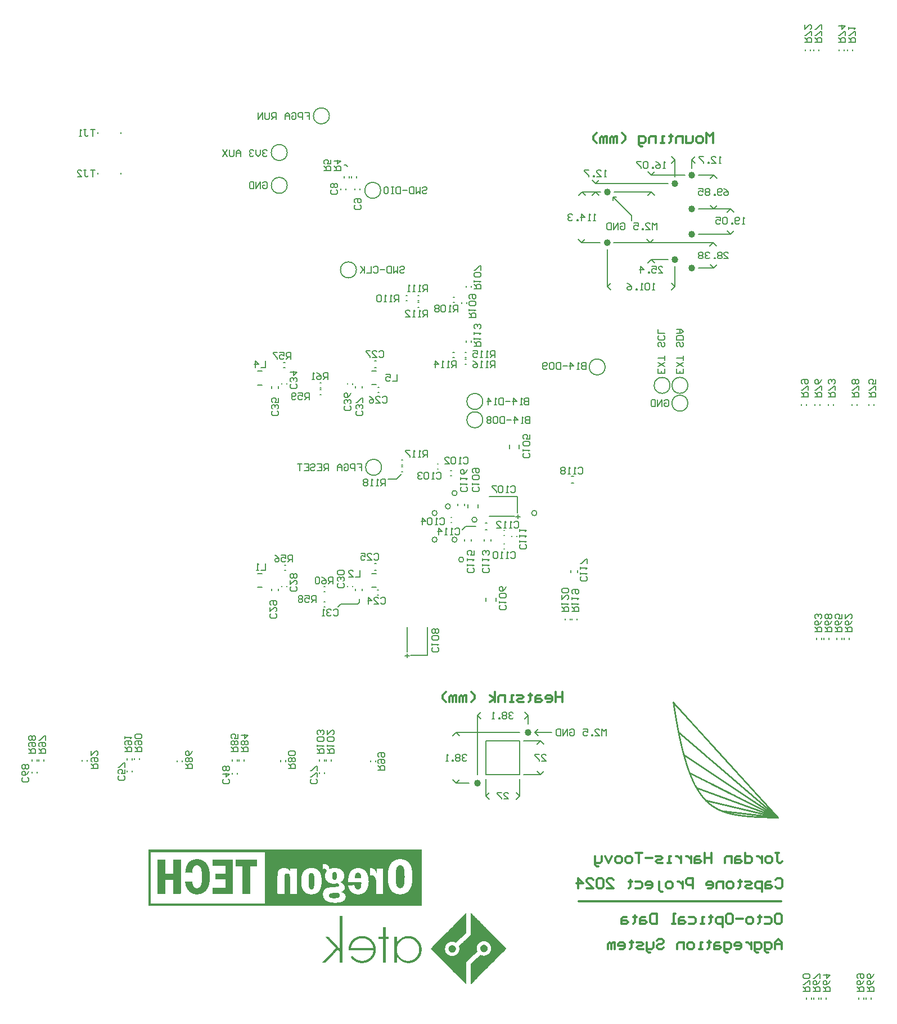
<source format=gbo>
G04*
G04 #@! TF.GenerationSoftware,Altium Limited,Altium Designer,24.4.1 (13)*
G04*
G04 Layer_Color=5220458*
%FSLAX26Y26*%
%MOIN*%
G70*
G04*
G04 #@! TF.SameCoordinates,806C1458-AD79-4133-9C90-9D57C0943E59*
G04*
G04*
G04 #@! TF.FilePolarity,Positive*
G04*
G01*
G75*
%ADD14C,0.006024*%
%ADD16C,0.005906*%
%ADD17C,0.012000*%
%ADD21C,0.005906*%
%ADD161C,0.020500*%
G36*
X6002461Y3942029D02*
X6002718Y3941965D01*
X6002847Y3941836D01*
X6003168Y3941772D01*
X6004004Y3941386D01*
X6004229Y3941161D01*
X6004615Y3940840D01*
X6004679Y3940711D01*
X6005387Y3940004D01*
X6005451Y3939875D01*
X6005547Y3939843D01*
X6005580Y3939746D01*
X6006351Y3938975D01*
X6006416Y3938846D01*
X6006512Y3938814D01*
X6006609Y3938718D01*
X6006673Y3938589D01*
X6007187Y3938075D01*
X6007252Y3937946D01*
X6007766Y3937432D01*
X6007927Y3937206D01*
X6008055Y3937142D01*
X6008087Y3937046D01*
X6008409Y3936724D01*
X6008473Y3936596D01*
X6009052Y3936017D01*
X6009116Y3935888D01*
X6009631Y3935374D01*
X6009791Y3935149D01*
X6009920Y3935084D01*
X6009952Y3934988D01*
X6010595Y3934345D01*
X6010659Y3934216D01*
X6011174Y3933702D01*
X6011238Y3933573D01*
X6011753Y3933059D01*
X6011817Y3932930D01*
X6012331Y3932416D01*
X6012396Y3932287D01*
X6013039Y3931644D01*
X6013103Y3931516D01*
X6013939Y3930680D01*
X6014003Y3930551D01*
X6014518Y3930037D01*
X6014582Y3929908D01*
X6015096Y3929394D01*
X6015161Y3929265D01*
X6015547Y3928879D01*
X6015611Y3928751D01*
X6016190Y3928172D01*
X6016254Y3928043D01*
X6016382Y3927979D01*
X6016447Y3927850D01*
X6017025Y3927272D01*
X6017090Y3927143D01*
X6017668Y3926564D01*
X6017733Y3926436D01*
X6018247Y3925921D01*
X6018312Y3925793D01*
X6018890Y3925214D01*
X6018955Y3925085D01*
X6019533Y3924507D01*
X6019598Y3924378D01*
X6019694Y3924282D01*
X6019823Y3924217D01*
X6019855Y3924121D01*
X6020434Y3923542D01*
X6020498Y3923414D01*
X6020948Y3922963D01*
X6021012Y3922835D01*
X6021591Y3922256D01*
X6021655Y3922128D01*
X6022041Y3921742D01*
X6022105Y3921613D01*
X6022941Y3920777D01*
X6023006Y3920648D01*
X6023199Y3920520D01*
X6023263Y3920391D01*
X6023520Y3920134D01*
X6023584Y3920006D01*
X6024099Y3919491D01*
X6024163Y3919363D01*
X6024742Y3918784D01*
X6024806Y3918655D01*
X6025385Y3918076D01*
X6025449Y3917948D01*
X6026028Y3917369D01*
X6026092Y3917240D01*
X6026189Y3917208D01*
X6026285Y3917112D01*
X6026349Y3916983D01*
X6026864Y3916469D01*
X6026928Y3916340D01*
X6027443Y3915826D01*
X6027507Y3915697D01*
X6027957Y3915247D01*
X6028021Y3915119D01*
X6028729Y3914411D01*
X6028793Y3914282D01*
X6029372Y3913704D01*
X6029532Y3913479D01*
X6029661Y3913414D01*
X6029693Y3913318D01*
X6030015Y3912997D01*
X6030079Y3912868D01*
X6030593Y3912354D01*
X6030658Y3912225D01*
X6031236Y3911646D01*
X6031301Y3911517D01*
X6031879Y3910939D01*
X6031944Y3910810D01*
X6032040Y3910714D01*
X6032169Y3910649D01*
X6032201Y3910553D01*
X6032780Y3909974D01*
X6032844Y3909846D01*
X6033358Y3909331D01*
X6033423Y3909203D01*
X6033937Y3908688D01*
X6034001Y3908560D01*
X6034580Y3907981D01*
X6034645Y3907852D01*
X6035288Y3907209D01*
X6035352Y3907081D01*
X6035866Y3906566D01*
X6035931Y3906438D01*
X6036027Y3906341D01*
X6036156Y3906277D01*
X6036188Y3906180D01*
X6036445Y3905923D01*
X6036606Y3905698D01*
X6036734Y3905634D01*
X6036766Y3905537D01*
X6037088Y3905216D01*
X6037152Y3905087D01*
X6037731Y3904508D01*
X6037795Y3904380D01*
X6038374Y3903801D01*
X6038438Y3903673D01*
X6038535Y3903640D01*
X6038631Y3903544D01*
X6038695Y3903415D01*
X6039274Y3902837D01*
X6039339Y3902708D01*
X6039853Y3902194D01*
X6039917Y3902065D01*
X6040432Y3901551D01*
X6040496Y3901422D01*
X6041075Y3900843D01*
X6041139Y3900715D01*
X6041782Y3900072D01*
X6041846Y3899943D01*
X6041943Y3899911D01*
X6042039Y3899814D01*
X6042104Y3899686D01*
X6042425Y3899364D01*
X6042489Y3899236D01*
X6042618Y3899171D01*
X6042682Y3899043D01*
X6043004Y3898721D01*
X6043068Y3898593D01*
X6043197Y3898528D01*
X6043261Y3898400D01*
X6043775Y3897885D01*
X6043840Y3897757D01*
X6044290Y3897307D01*
X6044354Y3897178D01*
X6044483Y3897114D01*
X6044547Y3896985D01*
X6045126Y3896406D01*
X6045190Y3896278D01*
X6045704Y3895763D01*
X6045769Y3895635D01*
X6046348Y3895056D01*
X6046412Y3894927D01*
X6046926Y3894413D01*
X6046991Y3894284D01*
X6047634Y3893641D01*
X6047698Y3893513D01*
X6048277Y3892934D01*
X6048341Y3892805D01*
X6048470Y3892741D01*
X6048534Y3892613D01*
X6048855Y3892291D01*
X6048920Y3892162D01*
X6049048Y3892098D01*
X6049113Y3891970D01*
X6049627Y3891455D01*
X6049691Y3891326D01*
X6050141Y3890876D01*
X6050206Y3890748D01*
X6050977Y3889976D01*
X6051042Y3889847D01*
X6051620Y3889269D01*
X6051685Y3889140D01*
X6052199Y3888626D01*
X6052263Y3888497D01*
X6052842Y3887918D01*
X6052907Y3887790D01*
X6053485Y3887211D01*
X6053550Y3887082D01*
X6054128Y3886504D01*
X6054193Y3886375D01*
X6054289Y3886343D01*
X6054385Y3886247D01*
X6054450Y3886118D01*
X6054964Y3885604D01*
X6055028Y3885475D01*
X6055543Y3884961D01*
X6055607Y3884832D01*
X6056122Y3884317D01*
X6056186Y3884189D01*
X6056636Y3883739D01*
X6056700Y3883610D01*
X6056829Y3883546D01*
X6056893Y3883417D01*
X6057472Y3882838D01*
X6057536Y3882710D01*
X6057633Y3882613D01*
X6057761Y3882549D01*
X6057793Y3882453D01*
X6058115Y3882131D01*
X6058179Y3882003D01*
X6058694Y3881488D01*
X6058758Y3881360D01*
X6059337Y3880781D01*
X6059401Y3880652D01*
X6059980Y3880073D01*
X6060044Y3879945D01*
X6060816Y3879173D01*
X6060880Y3879045D01*
X6061459Y3878466D01*
X6061523Y3878337D01*
X6061845Y3878016D01*
X6061909Y3877887D01*
X6062005Y3877855D01*
X6062037Y3877759D01*
X6062616Y3877180D01*
X6062681Y3877051D01*
X6063324Y3876408D01*
X6063388Y3876280D01*
X6063967Y3875701D01*
X6064127Y3875476D01*
X6064256Y3875412D01*
X6064288Y3875315D01*
X6064545Y3875058D01*
X6064610Y3874929D01*
X6065188Y3874351D01*
X6065253Y3874222D01*
X6065831Y3873643D01*
X6065896Y3873515D01*
X6066410Y3873000D01*
X6066571Y3872775D01*
X6066699Y3872711D01*
X6066731Y3872614D01*
X6067375Y3871971D01*
X6067439Y3871843D01*
X6067953Y3871328D01*
X6068018Y3871200D01*
X6068532Y3870685D01*
X6068596Y3870557D01*
X6069175Y3869978D01*
X6069239Y3869849D01*
X6069818Y3869271D01*
X6069882Y3869142D01*
X6069979Y3869046D01*
X6070107Y3868981D01*
X6070140Y3868885D01*
X6070461Y3868563D01*
X6070525Y3868435D01*
X6071040Y3867920D01*
X6071104Y3867792D01*
X6071683Y3867213D01*
X6071747Y3867084D01*
X6072326Y3866506D01*
X6072390Y3866377D01*
X6073226Y3865541D01*
X6073290Y3865412D01*
X6073805Y3864898D01*
X6073869Y3864769D01*
X6074384Y3864255D01*
X6074448Y3864126D01*
X6074962Y3863612D01*
X6075027Y3863483D01*
X6075670Y3862840D01*
X6075734Y3862712D01*
X6076377Y3862069D01*
X6076441Y3861940D01*
X6076570Y3861876D01*
X6076634Y3861747D01*
X6076956Y3861426D01*
X6077020Y3861297D01*
X6077149Y3861233D01*
X6077213Y3861104D01*
X6077534Y3860783D01*
X6077599Y3860654D01*
X6078242Y3860011D01*
X6078306Y3859882D01*
X6079078Y3859111D01*
X6079142Y3858982D01*
X6079721Y3858403D01*
X6079785Y3858275D01*
X6080299Y3857760D01*
X6080364Y3857632D01*
X6080878Y3857117D01*
X6080943Y3856989D01*
X6081521Y3856410D01*
X6081586Y3856281D01*
X6082164Y3855703D01*
X6082229Y3855574D01*
X6082325Y3855478D01*
X6082454Y3855413D01*
X6082486Y3855317D01*
X6083065Y3854738D01*
X6083129Y3854610D01*
X6083450Y3854288D01*
X6083515Y3854159D01*
X6083643Y3854095D01*
X6083708Y3853966D01*
X6084222Y3853452D01*
X6084286Y3853323D01*
X6084865Y3852745D01*
X6084929Y3852616D01*
X6085572Y3851973D01*
X6085637Y3851845D01*
X6085733Y3851748D01*
X6085862Y3851684D01*
X6085894Y3851587D01*
X6086215Y3851266D01*
X6086280Y3851137D01*
X6086794Y3850623D01*
X6086858Y3850494D01*
X6087373Y3849980D01*
X6087437Y3849851D01*
X6088016Y3849272D01*
X6088080Y3849144D01*
X6088723Y3848501D01*
X6088787Y3848372D01*
X6088884Y3848340D01*
X6088980Y3848244D01*
X6089045Y3848115D01*
X6089559Y3847601D01*
X6089623Y3847472D01*
X6090074Y3847022D01*
X6090138Y3846893D01*
X6090588Y3846443D01*
X6090652Y3846314D01*
X6091424Y3845543D01*
X6091488Y3845414D01*
X6092067Y3844836D01*
X6092131Y3844707D01*
X6092646Y3844193D01*
X6092710Y3844064D01*
X6092806Y3843968D01*
X6092935Y3843903D01*
X6092967Y3843807D01*
X6093224Y3843550D01*
X6093289Y3843421D01*
X6093867Y3842842D01*
X6093932Y3842714D01*
X6094510Y3842135D01*
X6094671Y3841910D01*
X6094800Y3841845D01*
X6094832Y3841749D01*
X6095411Y3841170D01*
X6095475Y3841042D01*
X6096054Y3840463D01*
X6096118Y3840334D01*
X6096568Y3839884D01*
X6096632Y3839756D01*
X6097211Y3839177D01*
X6097275Y3839048D01*
X6097918Y3838405D01*
X6097983Y3838277D01*
X6098497Y3837762D01*
X6098658Y3837537D01*
X6098787Y3837473D01*
X6098819Y3837376D01*
X6099140Y3837055D01*
X6099204Y3836926D01*
X6099719Y3836412D01*
X6099783Y3836283D01*
X6100426Y3835640D01*
X6100490Y3835512D01*
X6101005Y3834997D01*
X6101069Y3834869D01*
X6101262Y3834740D01*
X6101326Y3834611D01*
X6101905Y3834033D01*
X6101970Y3833904D01*
X6102484Y3833390D01*
X6102548Y3833261D01*
X6103063Y3832747D01*
X6103127Y3832618D01*
X6103770Y3831975D01*
X6103834Y3831846D01*
X6104413Y3831268D01*
X6104477Y3831139D01*
X6104670Y3831010D01*
X6104734Y3830882D01*
X6105056Y3830560D01*
X6105120Y3830432D01*
X6105249Y3830367D01*
X6105313Y3830239D01*
X6105635Y3829917D01*
X6105699Y3829789D01*
X6106278Y3829210D01*
X6106342Y3829081D01*
X6106921Y3828503D01*
X6106985Y3828374D01*
X6107821Y3827538D01*
X6107885Y3827410D01*
X6108400Y3826895D01*
X6108464Y3826767D01*
X6108979Y3826252D01*
X6109043Y3826123D01*
X6109622Y3825545D01*
X6109686Y3825416D01*
X6110265Y3824837D01*
X6110329Y3824709D01*
X6110908Y3824130D01*
X6110972Y3824001D01*
X6111068Y3823969D01*
X6111165Y3823873D01*
X6111229Y3823744D01*
X6111743Y3823230D01*
X6111808Y3823101D01*
X6112129Y3822780D01*
X6112194Y3822651D01*
X6112322Y3822587D01*
X6112386Y3822458D01*
X6112837Y3822008D01*
X6112901Y3821880D01*
X6113608Y3821172D01*
X6113673Y3821044D01*
X6114251Y3820465D01*
X6114316Y3820336D01*
X6114894Y3819758D01*
X6114959Y3819629D01*
X6115473Y3819114D01*
X6115537Y3818986D01*
X6116116Y3818407D01*
X6116180Y3818278D01*
X6116759Y3817700D01*
X6116823Y3817571D01*
X6117016Y3817443D01*
X6117081Y3817314D01*
X6117659Y3816735D01*
X6117724Y3816607D01*
X6118174Y3816157D01*
X6118238Y3816028D01*
X6118817Y3815449D01*
X6118881Y3815321D01*
X6119042Y3815160D01*
X6119363Y3814774D01*
X6119492Y3814710D01*
X6119524Y3814613D01*
X6120167Y3813970D01*
X6120231Y3813842D01*
X6120746Y3813327D01*
X6120810Y3813199D01*
X6121325Y3812684D01*
X6121389Y3812555D01*
X6121968Y3811977D01*
X6122032Y3811848D01*
X6122611Y3811269D01*
X6122675Y3811141D01*
X6123511Y3810305D01*
X6123575Y3810176D01*
X6124090Y3809662D01*
X6124154Y3809533D01*
X6124668Y3809019D01*
X6124733Y3808890D01*
X6125311Y3808312D01*
X6125376Y3808183D01*
X6125954Y3807604D01*
X6126019Y3807476D01*
X6126597Y3806897D01*
X6126758Y3806672D01*
X6126887Y3806608D01*
X6126919Y3806511D01*
X6127176Y3806254D01*
X6127337Y3806029D01*
X6127466Y3805965D01*
X6127498Y3805868D01*
X6127819Y3805546D01*
X6127883Y3805418D01*
X6128462Y3804839D01*
X6128526Y3804711D01*
X6129105Y3804132D01*
X6129169Y3804003D01*
X6129362Y3803875D01*
X6129427Y3803746D01*
X6130006Y3803167D01*
X6130070Y3803039D01*
X6130584Y3802524D01*
X6130649Y3802396D01*
X6131163Y3801881D01*
X6131227Y3801753D01*
X6131806Y3801174D01*
X6131870Y3801045D01*
X6132513Y3800402D01*
X6132578Y3800274D01*
X6132770Y3800145D01*
X6132835Y3800017D01*
X6133092Y3799759D01*
X6133156Y3799631D01*
X6133735Y3799052D01*
X6133799Y3798923D01*
X6134314Y3798409D01*
X6134378Y3798280D01*
X6134957Y3797702D01*
X6135021Y3797573D01*
X6135857Y3796737D01*
X6135921Y3796608D01*
X6136500Y3796030D01*
X6136564Y3795901D01*
X6137015Y3795451D01*
X6137079Y3795322D01*
X6137658Y3794744D01*
X6137722Y3794615D01*
X6138365Y3793972D01*
X6138429Y3793843D01*
X6139008Y3793265D01*
X6139072Y3793136D01*
X6139201Y3793072D01*
X6139265Y3792943D01*
X6139361Y3792847D01*
X6139683Y3792461D01*
X6139812Y3792397D01*
X6139844Y3792300D01*
X6140165Y3791979D01*
X6140230Y3791850D01*
X6140873Y3791207D01*
X6140937Y3791078D01*
X6141451Y3790564D01*
X6141516Y3790435D01*
X6141709Y3790307D01*
X6141773Y3790178D01*
X6142352Y3789599D01*
X6142416Y3789471D01*
X6142930Y3788956D01*
X6142995Y3788828D01*
X6143573Y3788249D01*
X6143638Y3788120D01*
X6144152Y3787606D01*
X6144216Y3787477D01*
X6144795Y3786899D01*
X6144859Y3786770D01*
X6145695Y3785934D01*
X6145760Y3785806D01*
X6146274Y3785291D01*
X6146338Y3785163D01*
X6146853Y3784648D01*
X6146917Y3784519D01*
X6147367Y3784069D01*
X6147431Y3783941D01*
X6147946Y3783426D01*
X6148010Y3783298D01*
X6148107Y3783266D01*
X6148203Y3783169D01*
X6148267Y3783041D01*
X6148364Y3782944D01*
X6148493Y3782880D01*
X6148525Y3782783D01*
X6148846Y3782462D01*
X6148910Y3782333D01*
X6149425Y3781819D01*
X6149489Y3781690D01*
X6150068Y3781111D01*
X6150132Y3780983D01*
X6150711Y3780404D01*
X6150775Y3780276D01*
X6151354Y3779697D01*
X6151418Y3779568D01*
X6151515Y3779536D01*
X6151611Y3779440D01*
X6151676Y3779311D01*
X6151997Y3778990D01*
X6152061Y3778861D01*
X6152190Y3778797D01*
X6152254Y3778668D01*
X6152704Y3778218D01*
X6152769Y3778089D01*
X6153219Y3777639D01*
X6153283Y3777510D01*
X6153862Y3776932D01*
X6153926Y3776803D01*
X6154055Y3776739D01*
X6154119Y3776610D01*
X6154698Y3776032D01*
X6154762Y3775903D01*
X6155276Y3775389D01*
X6155437Y3775164D01*
X6155566Y3775099D01*
X6155598Y3775003D01*
X6155855Y3774745D01*
X6155919Y3774617D01*
X6156562Y3773974D01*
X6156627Y3773845D01*
X6156980Y3773492D01*
X6157302Y3773106D01*
X6157431Y3773041D01*
X6157463Y3772945D01*
X6158106Y3772302D01*
X6158170Y3772173D01*
X6158685Y3771659D01*
X6158749Y3771530D01*
X6159263Y3771016D01*
X6159328Y3770887D01*
X6159842Y3770373D01*
X6159906Y3770244D01*
X6160549Y3769601D01*
X6160614Y3769473D01*
X6161192Y3768894D01*
X6161257Y3768765D01*
X6161771Y3768251D01*
X6161835Y3768122D01*
X6161932Y3768026D01*
X6162060Y3767962D01*
X6162093Y3767865D01*
X6162414Y3767544D01*
X6162478Y3767415D01*
X6163057Y3766836D01*
X6163121Y3766708D01*
X6163700Y3766129D01*
X6163764Y3766000D01*
X6163861Y3765968D01*
X6163957Y3765872D01*
X6164022Y3765743D01*
X6164536Y3765229D01*
X6164600Y3765100D01*
X6165115Y3764586D01*
X6165179Y3764457D01*
X6165758Y3763878D01*
X6165822Y3763750D01*
X6166401Y3763171D01*
X6166465Y3763042D01*
X6167044Y3762464D01*
X6167108Y3762335D01*
X6167301Y3762206D01*
X6167365Y3762078D01*
X6167623Y3761821D01*
X6167783Y3761596D01*
X6167912Y3761531D01*
X6167944Y3761435D01*
X6168266Y3761113D01*
X6168330Y3760985D01*
X6168909Y3760406D01*
X6168973Y3760277D01*
X6169552Y3759699D01*
X6169616Y3759570D01*
X6170452Y3758734D01*
X6170516Y3758606D01*
X6171031Y3758091D01*
X6171095Y3757963D01*
X6171609Y3757448D01*
X6171674Y3757320D01*
X6172188Y3756805D01*
X6172252Y3756676D01*
X6172895Y3756033D01*
X6172960Y3755905D01*
X6173538Y3755326D01*
X6173603Y3755198D01*
X6173796Y3755069D01*
X6173860Y3754940D01*
X6174181Y3754619D01*
X6174246Y3754490D01*
X6174374Y3754426D01*
X6174439Y3754297D01*
X6174696Y3754040D01*
X6174857Y3753815D01*
X6174985Y3753751D01*
X6175017Y3753654D01*
X6175467Y3753204D01*
X6175532Y3753075D01*
X6176303Y3752304D01*
X6176368Y3752175D01*
X6176882Y3751661D01*
X6176947Y3751532D01*
X6177525Y3750954D01*
X6177590Y3750825D01*
X6178104Y3750311D01*
X6178168Y3750182D01*
X6178747Y3749603D01*
X6178811Y3749474D01*
X6179390Y3748896D01*
X6179454Y3748767D01*
X6179647Y3748639D01*
X6179712Y3748510D01*
X6180033Y3748189D01*
X6180097Y3748060D01*
X6180194Y3748028D01*
X6180290Y3747931D01*
X6180355Y3747803D01*
X6180612Y3747545D01*
X6180676Y3747417D01*
X6180773Y3747385D01*
X6180869Y3747288D01*
X6180933Y3747160D01*
X6181448Y3746645D01*
X6181512Y3746517D01*
X6181962Y3746066D01*
X6182026Y3745938D01*
X6182123Y3745906D01*
X6182155Y3745809D01*
X6182798Y3745166D01*
X6182862Y3745038D01*
X6183377Y3744523D01*
X6183441Y3744395D01*
X6184020Y3743816D01*
X6184084Y3743687D01*
X6184599Y3743173D01*
X6184663Y3743044D01*
X6185242Y3742465D01*
X6185306Y3742337D01*
X6186206Y3741437D01*
X6186270Y3741308D01*
X6186721Y3740858D01*
X6186785Y3740729D01*
X6187364Y3740151D01*
X6187428Y3740022D01*
X6187942Y3739508D01*
X6188007Y3739379D01*
X6188585Y3738800D01*
X6188650Y3738672D01*
X6189228Y3738093D01*
X6189389Y3737868D01*
X6189518Y3737804D01*
X6189550Y3737707D01*
X6189871Y3737386D01*
X6189936Y3737257D01*
X6190514Y3736678D01*
X6190579Y3736550D01*
X6191093Y3736035D01*
X6191157Y3735907D01*
X6191800Y3735264D01*
X6191865Y3735135D01*
X6191993Y3735071D01*
X6192058Y3734942D01*
X6192636Y3734363D01*
X6192701Y3734235D01*
X6193215Y3733720D01*
X6193279Y3733592D01*
X6193794Y3733077D01*
X6193858Y3732949D01*
X6194437Y3732370D01*
X6194501Y3732241D01*
X6195144Y3731598D01*
X6195208Y3731470D01*
X6195401Y3731341D01*
X6195466Y3731213D01*
X6195562Y3731116D01*
X6195884Y3730730D01*
X6196012Y3730666D01*
X6196044Y3730570D01*
X6196366Y3730248D01*
X6196430Y3730119D01*
X6197009Y3729541D01*
X6197073Y3729412D01*
X6197652Y3728833D01*
X6197716Y3728705D01*
X6198552Y3727869D01*
X6198617Y3727740D01*
X6199131Y3727226D01*
X6199195Y3727097D01*
X6199710Y3726583D01*
X6199774Y3726454D01*
X6200288Y3725940D01*
X6200353Y3725811D01*
X6200996Y3725168D01*
X6201060Y3725039D01*
X6201639Y3724461D01*
X6201703Y3724332D01*
X6201896Y3724204D01*
X6201960Y3724075D01*
X6202217Y3723818D01*
X6202282Y3723689D01*
X6202860Y3723110D01*
X6202925Y3722982D01*
X6203439Y3722467D01*
X6203503Y3722339D01*
X6204147Y3721696D01*
X6204211Y3721567D01*
X6204340Y3721503D01*
X6204404Y3721374D01*
X6205047Y3720731D01*
X6205111Y3720603D01*
X6205626Y3720088D01*
X6205690Y3719960D01*
X6206204Y3719445D01*
X6206269Y3719316D01*
X6206847Y3718738D01*
X6206912Y3718609D01*
X6207490Y3718030D01*
X6207555Y3717902D01*
X6208133Y3717323D01*
X6208198Y3717195D01*
X6208294Y3717162D01*
X6208391Y3717066D01*
X6208455Y3716937D01*
X6208712Y3716680D01*
X6208776Y3716552D01*
X6208905Y3716487D01*
X6208969Y3716359D01*
X6209355Y3715973D01*
X6209419Y3715844D01*
X6209516Y3715812D01*
X6209548Y3715716D01*
X6210062Y3715201D01*
X6210127Y3715073D01*
X6210834Y3714365D01*
X6210898Y3714237D01*
X6211477Y3713658D01*
X6211541Y3713529D01*
X6212056Y3713015D01*
X6212120Y3712886D01*
X6212699Y3712307D01*
X6212763Y3712179D01*
X6213342Y3711600D01*
X6213406Y3711472D01*
X6213985Y3710893D01*
X6214049Y3710764D01*
X6214146Y3710732D01*
X6214242Y3710636D01*
X6214306Y3710507D01*
X6214821Y3709993D01*
X6214885Y3709864D01*
X6215142Y3709607D01*
X6215303Y3709382D01*
X6215432Y3709317D01*
X6215464Y3709221D01*
X6216043Y3708642D01*
X6216107Y3708514D01*
X6216428Y3708192D01*
X6216589Y3707967D01*
X6216718Y3707903D01*
X6216750Y3707806D01*
X6217393Y3707163D01*
X6217457Y3707035D01*
X6217972Y3706520D01*
X6218036Y3706392D01*
X6218550Y3705877D01*
X6218615Y3705749D01*
X6219193Y3705170D01*
X6219258Y3705041D01*
X6219837Y3704463D01*
X6219901Y3704334D01*
X6220737Y3703498D01*
X6220801Y3703369D01*
X6221315Y3702855D01*
X6221380Y3702726D01*
X6221894Y3702212D01*
X6221958Y3702083D01*
X6222344Y3701698D01*
X6222409Y3701569D01*
X6223180Y3700797D01*
X6223244Y3700669D01*
X6223823Y3700090D01*
X6223887Y3699961D01*
X6223984Y3699865D01*
X6224113Y3699801D01*
X6224145Y3699704D01*
X6224402Y3699447D01*
X6224466Y3699318D01*
X6225045Y3698740D01*
X6225109Y3698611D01*
X6225752Y3697968D01*
X6225817Y3697839D01*
X6226331Y3697325D01*
X6226395Y3697196D01*
X6226588Y3697068D01*
X6226653Y3696939D01*
X6227231Y3696360D01*
X6227296Y3696232D01*
X6227810Y3695717D01*
X6227874Y3695589D01*
X6228389Y3695074D01*
X6228453Y3694946D01*
X6229032Y3694367D01*
X6229096Y3694238D01*
X6229739Y3693595D01*
X6229803Y3693467D01*
X6229900Y3693435D01*
X6229996Y3693338D01*
X6230061Y3693210D01*
X6230318Y3692952D01*
X6230382Y3692824D01*
X6230575Y3692695D01*
X6230639Y3692567D01*
X6230961Y3692245D01*
X6231025Y3692117D01*
X6231604Y3691538D01*
X6231668Y3691409D01*
X6232183Y3690895D01*
X6232247Y3690766D01*
X6233083Y3689930D01*
X6233147Y3689802D01*
X6233726Y3689223D01*
X6233790Y3689094D01*
X6234240Y3688644D01*
X6234305Y3688515D01*
X6234883Y3687937D01*
X6234948Y3687808D01*
X6235591Y3687165D01*
X6235655Y3687037D01*
X6236234Y3686458D01*
X6236298Y3686329D01*
X6236427Y3686265D01*
X6236491Y3686136D01*
X6236748Y3685879D01*
X6236909Y3685654D01*
X6237037Y3685590D01*
X6237070Y3685493D01*
X6237455Y3685108D01*
X6237520Y3684979D01*
X6238098Y3684400D01*
X6238163Y3684271D01*
X6238934Y3683500D01*
X6238999Y3683371D01*
X6239577Y3682793D01*
X6239642Y3682664D01*
X6240156Y3682149D01*
X6240220Y3682021D01*
X6240735Y3681506D01*
X6240799Y3681378D01*
X6241378Y3680799D01*
X6241442Y3680671D01*
X6242085Y3680028D01*
X6242150Y3679899D01*
X6242342Y3679770D01*
X6242407Y3679642D01*
X6242728Y3679320D01*
X6242792Y3679192D01*
X6242921Y3679127D01*
X6242985Y3678999D01*
X6243500Y3678484D01*
X6243564Y3678356D01*
X6244079Y3677841D01*
X6244143Y3677713D01*
X6244786Y3677070D01*
X6244850Y3676941D01*
X6245429Y3676362D01*
X6245493Y3676234D01*
X6246072Y3675655D01*
X6246136Y3675526D01*
X6246651Y3675012D01*
X6246715Y3674883D01*
X6247229Y3674369D01*
X6247294Y3674240D01*
X6247937Y3673597D01*
X6248001Y3673469D01*
X6248580Y3672890D01*
X6248644Y3672761D01*
X6248740Y3672729D01*
X6248837Y3672633D01*
X6248901Y3672504D01*
X6249158Y3672247D01*
X6249223Y3672118D01*
X6249319Y3672086D01*
X6249416Y3671990D01*
X6249480Y3671861D01*
X6249994Y3671347D01*
X6250059Y3671218D01*
X6250573Y3670704D01*
X6250637Y3670575D01*
X6251280Y3669932D01*
X6251345Y3669803D01*
X6251923Y3669225D01*
X6251988Y3669096D01*
X6252502Y3668582D01*
X6252567Y3668453D01*
X6253145Y3667874D01*
X6253210Y3667746D01*
X6253788Y3667167D01*
X6253853Y3667038D01*
X6254431Y3666460D01*
X6254496Y3666331D01*
X6254689Y3666202D01*
X6254753Y3666074D01*
X6255267Y3665559D01*
X6255332Y3665431D01*
X6255910Y3664852D01*
X6255975Y3664724D01*
X6256489Y3664209D01*
X6256553Y3664080D01*
X6257068Y3663566D01*
X6257132Y3663437D01*
X6257775Y3662794D01*
X6257839Y3662666D01*
X6257936Y3662569D01*
X6258065Y3662505D01*
X6258097Y3662409D01*
X6258354Y3662151D01*
X6258515Y3661926D01*
X6258643Y3661862D01*
X6258675Y3661765D01*
X6258997Y3661444D01*
X6259061Y3661315D01*
X6259640Y3660737D01*
X6259704Y3660608D01*
X6260283Y3660029D01*
X6260347Y3659901D01*
X6261183Y3659065D01*
X6261247Y3658936D01*
X6261762Y3658422D01*
X6261826Y3658293D01*
X6262341Y3657779D01*
X6262405Y3657650D01*
X6262984Y3657071D01*
X6263048Y3656943D01*
X6263627Y3656364D01*
X6263691Y3656235D01*
X6264270Y3655657D01*
X6264334Y3655528D01*
X6264527Y3655400D01*
X6264591Y3655271D01*
X6264848Y3655014D01*
X6265009Y3654789D01*
X6265138Y3654724D01*
X6265170Y3654628D01*
X6265491Y3654306D01*
X6265556Y3654178D01*
X6266134Y3653599D01*
X6266199Y3653470D01*
X6266778Y3652892D01*
X6266842Y3652763D01*
X6266970Y3652699D01*
X6267035Y3652570D01*
X6267678Y3651927D01*
X6267742Y3651799D01*
X6268256Y3651284D01*
X6268321Y3651156D01*
X6268835Y3650641D01*
X6268900Y3650513D01*
X6269478Y3649934D01*
X6269542Y3649805D01*
X6270121Y3649227D01*
X6270185Y3649098D01*
X6270282Y3649001D01*
X6270411Y3648937D01*
X6270443Y3648841D01*
X6270829Y3648455D01*
X6270893Y3648326D01*
X6271021Y3648262D01*
X6271086Y3648133D01*
X6271600Y3647619D01*
X6271664Y3647490D01*
X6271986Y3647169D01*
X6272050Y3647040D01*
X6272758Y3646333D01*
X6272822Y3646204D01*
X6273529Y3645497D01*
X6273594Y3645368D01*
X6273690Y3645272D01*
X6273819Y3645208D01*
X6273851Y3645111D01*
X6274172Y3644790D01*
X6274237Y3644661D01*
X6274751Y3644147D01*
X6274815Y3644018D01*
X6275330Y3643504D01*
X6275394Y3643375D01*
X6275973Y3642796D01*
X6276037Y3642668D01*
X6276873Y3641832D01*
X6276937Y3641703D01*
X6277516Y3641124D01*
X6277580Y3640996D01*
X6278095Y3640481D01*
X6278159Y3640353D01*
X6278673Y3639838D01*
X6278738Y3639710D01*
X6279381Y3639067D01*
X6279445Y3638938D01*
X6280024Y3638359D01*
X6280088Y3638231D01*
X6280603Y3637716D01*
X6280667Y3637588D01*
X6281181Y3637073D01*
X6281246Y3636945D01*
X6281824Y3636366D01*
X6281889Y3636237D01*
X6282467Y3635659D01*
X6282532Y3635530D01*
X6283368Y3634694D01*
X6283432Y3634566D01*
X6283946Y3634051D01*
X6284011Y3633922D01*
X6284525Y3633408D01*
X6284589Y3633279D01*
X6285039Y3632829D01*
X6285104Y3632701D01*
X6285618Y3632186D01*
X6285682Y3632058D01*
X6285779Y3632026D01*
X6285875Y3631929D01*
X6285940Y3631800D01*
X6286518Y3631222D01*
X6286583Y3631093D01*
X6287033Y3630643D01*
X6287194Y3630418D01*
X6287322Y3630354D01*
X6287354Y3630257D01*
X6287676Y3629936D01*
X6287740Y3629807D01*
X6288383Y3629164D01*
X6288448Y3629035D01*
X6289026Y3628457D01*
X6289091Y3628328D01*
X6289219Y3628264D01*
X6289283Y3628135D01*
X6289862Y3627557D01*
X6289926Y3627428D01*
X6290441Y3626913D01*
X6290505Y3626785D01*
X6291020Y3626270D01*
X6291084Y3626142D01*
X6291663Y3625563D01*
X6291727Y3625434D01*
X6292370Y3624791D01*
X6292434Y3624663D01*
X6292627Y3624534D01*
X6292691Y3624406D01*
X6292949Y3624148D01*
X6293013Y3624020D01*
X6293109Y3623923D01*
X6293238Y3623859D01*
X6293270Y3623763D01*
X6293592Y3623441D01*
X6293656Y3623312D01*
X6294235Y3622734D01*
X6294299Y3622605D01*
X6294814Y3622091D01*
X6294878Y3621962D01*
X6295714Y3621126D01*
X6295778Y3620998D01*
X6296357Y3620419D01*
X6296421Y3620290D01*
X6296935Y3619776D01*
X6297000Y3619647D01*
X6297514Y3619133D01*
X6297578Y3619004D01*
X6298221Y3618361D01*
X6298286Y3618233D01*
X6298800Y3617718D01*
X6298961Y3617493D01*
X6299090Y3617429D01*
X6299218Y3617236D01*
X6299540Y3616850D01*
X6299668Y3616786D01*
X6299700Y3616689D01*
X6300086Y3616303D01*
X6300151Y3616175D01*
X6300729Y3615596D01*
X6300794Y3615468D01*
X6301372Y3614889D01*
X6301437Y3614760D01*
X6301565Y3614696D01*
X6301630Y3614567D01*
X6302208Y3613989D01*
X6302273Y3613860D01*
X6302787Y3613346D01*
X6302851Y3613217D01*
X6303366Y3612702D01*
X6303430Y3612574D01*
X6304073Y3611931D01*
X6304137Y3611802D01*
X6304716Y3611224D01*
X6304780Y3611095D01*
X6304973Y3610966D01*
X6305038Y3610838D01*
X6305552Y3610323D01*
X6305616Y3610195D01*
X6305938Y3609873D01*
X6306002Y3609745D01*
X6306131Y3609680D01*
X6306195Y3609552D01*
X6306581Y3609166D01*
X6306645Y3609037D01*
X6306742Y3609005D01*
X6306774Y3608909D01*
X6307417Y3608266D01*
X6307481Y3608137D01*
X6308060Y3607558D01*
X6308124Y3607430D01*
X6308381Y3607237D01*
X6308446Y3607108D01*
X6308703Y3606851D01*
X6308767Y3606722D01*
X6309282Y3606208D01*
X6309346Y3606079D01*
X6309925Y3605501D01*
X6309989Y3605372D01*
X6310568Y3604793D01*
X6310632Y3604665D01*
X6311468Y3603829D01*
X6311532Y3603700D01*
X6312047Y3603186D01*
X6312111Y3603057D01*
X6312625Y3602543D01*
X6312690Y3602414D01*
X6313268Y3601835D01*
X6313333Y3601707D01*
X6313911Y3601128D01*
X6313976Y3600999D01*
X6314394Y3600581D01*
X6314715Y3600196D01*
X6314844Y3600131D01*
X6314876Y3600035D01*
X6314972Y3599938D01*
X6315294Y3599553D01*
X6315422Y3599488D01*
X6315455Y3599392D01*
X6315776Y3599070D01*
X6315841Y3598942D01*
X6316419Y3598363D01*
X6316484Y3598234D01*
X6317062Y3597656D01*
X6317127Y3597527D01*
X6317319Y3597398D01*
X6317384Y3597270D01*
X6317705Y3596948D01*
X6317770Y3596820D01*
X6317866Y3596788D01*
X6317962Y3596691D01*
X6318027Y3596562D01*
X6318541Y3596048D01*
X6318605Y3595919D01*
X6319120Y3595405D01*
X6319184Y3595276D01*
X6319763Y3594698D01*
X6319827Y3594569D01*
X6320470Y3593926D01*
X6320535Y3593798D01*
X6321113Y3593219D01*
X6321178Y3593090D01*
X6321628Y3592640D01*
X6321788Y3592415D01*
X6321917Y3592351D01*
X6321949Y3592254D01*
X6322271Y3591933D01*
X6322335Y3591804D01*
X6322914Y3591225D01*
X6322978Y3591097D01*
X6323557Y3590518D01*
X6323621Y3590390D01*
X6323718Y3590357D01*
X6323814Y3590261D01*
X6323878Y3590132D01*
X6324457Y3589553D01*
X6324521Y3589425D01*
X6325036Y3588910D01*
X6325100Y3588782D01*
X6325614Y3588267D01*
X6325679Y3588139D01*
X6326257Y3587560D01*
X6326322Y3587432D01*
X6326901Y3586853D01*
X6327061Y3586628D01*
X6327190Y3586563D01*
X6327222Y3586467D01*
X6327544Y3586146D01*
X6327608Y3586017D01*
X6327801Y3585888D01*
X6327865Y3585760D01*
X6328187Y3585438D01*
X6328251Y3585309D01*
X6328765Y3584795D01*
X6328830Y3584666D01*
X6329473Y3584023D01*
X6329537Y3583895D01*
X6329633Y3583863D01*
X6329666Y3583766D01*
X6330309Y3583123D01*
X6330373Y3582995D01*
X6330887Y3582480D01*
X6330952Y3582352D01*
X6331466Y3581837D01*
X6331530Y3581709D01*
X6332109Y3581130D01*
X6332173Y3581001D01*
X6332816Y3580358D01*
X6332881Y3580230D01*
X6333459Y3579651D01*
X6333524Y3579522D01*
X6333652Y3579458D01*
X6333717Y3579329D01*
X6334231Y3578815D01*
X6334295Y3578686D01*
X6334810Y3578172D01*
X6334874Y3578043D01*
X6335324Y3577593D01*
X6335389Y3577465D01*
X6336160Y3576693D01*
X6336225Y3576564D01*
X6336803Y3575986D01*
X6336868Y3575857D01*
X6337382Y3575343D01*
X6337446Y3575214D01*
X6337961Y3574700D01*
X6338025Y3574571D01*
X6338668Y3573928D01*
X6338732Y3573799D01*
X6339311Y3573221D01*
X6339375Y3573092D01*
X6339504Y3573028D01*
X6339568Y3572899D01*
X6340147Y3572320D01*
X6340211Y3572192D01*
X6340726Y3571677D01*
X6340790Y3571549D01*
X6341304Y3571034D01*
X6341369Y3570906D01*
X6341819Y3570456D01*
X6341883Y3570327D01*
X6342012Y3570263D01*
X6342076Y3570134D01*
X6342655Y3569555D01*
X6342719Y3569427D01*
X6342815Y3569330D01*
X6342944Y3569266D01*
X6342976Y3569169D01*
X6343298Y3568848D01*
X6343362Y3568719D01*
X6343877Y3568205D01*
X6343941Y3568076D01*
X6344455Y3567562D01*
X6344520Y3567433D01*
X6345098Y3566855D01*
X6345163Y3566726D01*
X6346063Y3565826D01*
X6346127Y3565697D01*
X6346641Y3565183D01*
X6346706Y3565054D01*
X6347027Y3564733D01*
X6347092Y3564604D01*
X6347188Y3564572D01*
X6347220Y3564475D01*
X6347799Y3563897D01*
X6347863Y3563768D01*
X6348506Y3563125D01*
X6348571Y3562997D01*
X6349149Y3562418D01*
X6349214Y3562289D01*
X6349728Y3561775D01*
X6349792Y3561646D01*
X6350371Y3561067D01*
X6350435Y3560939D01*
X6351014Y3560360D01*
X6351078Y3560231D01*
X6351657Y3559653D01*
X6351721Y3559524D01*
X6351850Y3559460D01*
X6351914Y3559331D01*
X6352493Y3558753D01*
X6352557Y3558624D01*
X6353072Y3558110D01*
X6353136Y3557981D01*
X6353650Y3557466D01*
X6353715Y3557338D01*
X6354165Y3556888D01*
X6354229Y3556759D01*
X6354326Y3556727D01*
X6354358Y3556631D01*
X6355001Y3555988D01*
X6355065Y3555859D01*
X6355258Y3555730D01*
X6355322Y3555602D01*
X6355580Y3555345D01*
X6355740Y3555119D01*
X6355869Y3555055D01*
X6355901Y3554959D01*
X6356158Y3554701D01*
X6356319Y3554476D01*
X6356448Y3554412D01*
X6356480Y3554316D01*
X6356866Y3553930D01*
X6356930Y3553801D01*
X6357509Y3553222D01*
X6357573Y3553094D01*
X6358409Y3552258D01*
X6358473Y3552129D01*
X6358988Y3551615D01*
X6359052Y3551486D01*
X6359566Y3550972D01*
X6359631Y3550843D01*
X6360145Y3550329D01*
X6360209Y3550200D01*
X6360852Y3549557D01*
X6360917Y3549429D01*
X6361495Y3548850D01*
X6361560Y3548721D01*
X6361753Y3548593D01*
X6361817Y3548464D01*
X6362074Y3548207D01*
X6362235Y3547982D01*
X6362364Y3547918D01*
X6362396Y3547821D01*
X6362717Y3547499D01*
X6362782Y3547371D01*
X6363360Y3546792D01*
X6363425Y3546664D01*
X6363939Y3546149D01*
X6364100Y3545924D01*
X6364228Y3545860D01*
X6364261Y3545763D01*
X6364904Y3545120D01*
X6364968Y3544992D01*
X6365482Y3544477D01*
X6365547Y3544349D01*
X6366061Y3543834D01*
X6366125Y3543706D01*
X6366704Y3543127D01*
X6366768Y3542998D01*
X6367347Y3542420D01*
X6367411Y3542291D01*
X6367604Y3542162D01*
X6367668Y3542034D01*
X6367926Y3541777D01*
X6368087Y3541552D01*
X6368215Y3541487D01*
X6368247Y3541391D01*
X6368826Y3540812D01*
X6368890Y3540683D01*
X6369212Y3540362D01*
X6369276Y3540233D01*
X6369919Y3539590D01*
X6369983Y3539462D01*
X6370080Y3539430D01*
X6370112Y3539333D01*
X6370755Y3538690D01*
X6370819Y3538561D01*
X6370916Y3538465D01*
X6371044Y3538401D01*
X6371077Y3538304D01*
X6371334Y3538047D01*
X6371398Y3537918D01*
X6371913Y3537404D01*
X6371977Y3537275D01*
X6372491Y3536761D01*
X6372556Y3536632D01*
X6373199Y3535989D01*
X6373263Y3535861D01*
X6374099Y3535025D01*
X6374163Y3534896D01*
X6374485Y3534575D01*
X6374549Y3534446D01*
X6374677Y3534382D01*
X6374742Y3534253D01*
X6375321Y3533674D01*
X6375385Y3533546D01*
X6375899Y3533031D01*
X6375964Y3532903D01*
X6376382Y3532485D01*
X6376671Y3532131D01*
X6376703Y3532099D01*
X6377250Y3531552D01*
X6377314Y3531424D01*
X6377828Y3530909D01*
X6377893Y3530781D01*
X6378471Y3530202D01*
X6378536Y3530073D01*
X6379050Y3529559D01*
X6379114Y3529430D01*
X6379757Y3528787D01*
X6379822Y3528659D01*
X6379950Y3528595D01*
X6380015Y3528466D01*
X6380593Y3527887D01*
X6380658Y3527759D01*
X6381172Y3527244D01*
X6381236Y3527115D01*
X6381751Y3526601D01*
X6381815Y3526472D01*
X6382394Y3525894D01*
X6382458Y3525765D01*
X6383101Y3525122D01*
X6383166Y3524994D01*
X6383680Y3524479D01*
X6383841Y3524254D01*
X6383969Y3524190D01*
X6384001Y3524093D01*
X6384259Y3523836D01*
X6384419Y3523611D01*
X6384548Y3523547D01*
X6384580Y3523450D01*
X6384902Y3523129D01*
X6384966Y3523000D01*
X6385545Y3522421D01*
X6385609Y3522293D01*
X6386509Y3521393D01*
X6386574Y3521264D01*
X6387088Y3520750D01*
X6387152Y3520621D01*
X6387667Y3520106D01*
X6387731Y3519978D01*
X6388245Y3519463D01*
X6388310Y3519335D01*
X6388888Y3518756D01*
X6388953Y3518628D01*
X6389532Y3518049D01*
X6389692Y3517824D01*
X6389821Y3517760D01*
X6389853Y3517663D01*
X6390175Y3517341D01*
X6390239Y3517213D01*
X6390432Y3517084D01*
X6390496Y3516956D01*
X6390818Y3516634D01*
X6390882Y3516506D01*
X6391396Y3515991D01*
X6391461Y3515863D01*
X6391878Y3515445D01*
X6392200Y3515059D01*
X6392329Y3514994D01*
X6392361Y3514898D01*
X6393004Y3514255D01*
X6393068Y3514126D01*
X6393583Y3513612D01*
X6393647Y3513483D01*
X6394161Y3512969D01*
X6394226Y3512840D01*
X6394740Y3512326D01*
X6394804Y3512197D01*
X6395447Y3511554D01*
X6395512Y3511426D01*
X6396090Y3510847D01*
X6396155Y3510718D01*
X6396251Y3510686D01*
X6396348Y3510590D01*
X6396412Y3510461D01*
X6396926Y3509947D01*
X6396991Y3509818D01*
X6397441Y3509368D01*
X6397505Y3509239D01*
X6397955Y3508789D01*
X6398019Y3508661D01*
X6398791Y3507889D01*
X6398855Y3507760D01*
X6399434Y3507182D01*
X6399498Y3507053D01*
X6400013Y3506539D01*
X6400077Y3506410D01*
X6400656Y3505831D01*
X6400720Y3505703D01*
X6401299Y3505124D01*
X6401363Y3504995D01*
X6401942Y3504417D01*
X6402006Y3504288D01*
X6402199Y3504159D01*
X6402263Y3504031D01*
X6402585Y3503709D01*
X6402649Y3503581D01*
X6402778Y3503516D01*
X6402842Y3503388D01*
X6403357Y3502873D01*
X6403421Y3502745D01*
X6403935Y3502230D01*
X6404000Y3502102D01*
X6404450Y3501652D01*
X6404514Y3501523D01*
X6404643Y3501459D01*
X6404707Y3501330D01*
X6405350Y3500687D01*
X6405414Y3500559D01*
X6405929Y3500044D01*
X6405993Y3499916D01*
X6406507Y3499401D01*
X6406572Y3499272D01*
X6407150Y3498694D01*
X6407215Y3498565D01*
X6407793Y3497986D01*
X6407858Y3497858D01*
X6408694Y3497022D01*
X6408758Y3496893D01*
X6409272Y3496379D01*
X6409337Y3496250D01*
X6409851Y3495736D01*
X6409916Y3495607D01*
X6410430Y3495093D01*
X6410494Y3494964D01*
X6411137Y3494321D01*
X6411202Y3494193D01*
X6411780Y3493614D01*
X6411941Y3493389D01*
X6412070Y3493324D01*
X6412102Y3493228D01*
X6412359Y3492971D01*
X6412520Y3492746D01*
X6412648Y3492681D01*
X6412681Y3492585D01*
X6413002Y3492263D01*
X6413066Y3492135D01*
X6413645Y3491556D01*
X6413709Y3491427D01*
X6414288Y3490849D01*
X6414352Y3490720D01*
X6414545Y3490592D01*
X6414610Y3490463D01*
X6415188Y3489884D01*
X6415253Y3489756D01*
X6415767Y3489241D01*
X6415831Y3489113D01*
X6416346Y3488598D01*
X6416410Y3488470D01*
X6416989Y3487891D01*
X6417053Y3487762D01*
X6417696Y3487119D01*
X6417760Y3486991D01*
X6417953Y3486862D01*
X6418018Y3486733D01*
X6418275Y3486476D01*
X6418339Y3486348D01*
X6418532Y3486219D01*
X6418596Y3486090D01*
X6418918Y3485769D01*
X6418982Y3485640D01*
X6419111Y3485576D01*
X6419175Y3485447D01*
X6419497Y3485126D01*
X6419561Y3484997D01*
X6420140Y3484419D01*
X6420204Y3484290D01*
X6421040Y3483454D01*
X6421104Y3483325D01*
X6421619Y3482811D01*
X6421683Y3482682D01*
X6422262Y3482104D01*
X6422326Y3481975D01*
X6422840Y3481461D01*
X6422905Y3481332D01*
X6423483Y3480753D01*
X6423548Y3480625D01*
X6424191Y3479982D01*
X6424255Y3479853D01*
X6424384Y3479789D01*
X6424448Y3479660D01*
X6424705Y3479403D01*
X6424866Y3479178D01*
X6424994Y3479113D01*
X6425027Y3479017D01*
X6425412Y3478631D01*
X6425477Y3478503D01*
X6426055Y3477924D01*
X6426120Y3477795D01*
X6426409Y3477506D01*
X6426731Y3477120D01*
X6426859Y3477056D01*
X6426891Y3476959D01*
X6427534Y3476316D01*
X6427599Y3476188D01*
X6428113Y3475673D01*
X6428177Y3475545D01*
X6428692Y3475030D01*
X6428756Y3474902D01*
X6429335Y3474323D01*
X6429399Y3474194D01*
X6429978Y3473616D01*
X6430042Y3473487D01*
X6430139Y3473391D01*
X6430267Y3473326D01*
X6430299Y3473230D01*
X6430685Y3472844D01*
X6430750Y3472715D01*
X6430878Y3472651D01*
X6430943Y3472523D01*
X6431264Y3472201D01*
X6431328Y3472072D01*
X6431425Y3472040D01*
X6431457Y3471944D01*
X6431907Y3471494D01*
X6431971Y3471365D01*
X6432486Y3470851D01*
X6432550Y3470722D01*
X6433386Y3469886D01*
X6433450Y3469758D01*
X6433547Y3469661D01*
X6433675Y3469597D01*
X6433708Y3469500D01*
X6434029Y3469179D01*
X6434093Y3469050D01*
X6434608Y3468536D01*
X6434672Y3468407D01*
X6435186Y3467893D01*
X6435251Y3467764D01*
X6435829Y3467185D01*
X6435894Y3467057D01*
X6436537Y3466414D01*
X6436601Y3466285D01*
X6436698Y3466253D01*
X6436794Y3466157D01*
X6436858Y3466028D01*
X6437373Y3465514D01*
X6437437Y3465385D01*
X6437952Y3464870D01*
X6438016Y3464742D01*
X6438530Y3464227D01*
X6438595Y3464099D01*
X6439238Y3463456D01*
X6439302Y3463327D01*
X6439881Y3462749D01*
X6439945Y3462620D01*
X6440459Y3462105D01*
X6440524Y3461977D01*
X6441102Y3461398D01*
X6441167Y3461269D01*
X6441681Y3460755D01*
X6441745Y3460626D01*
X6442388Y3459983D01*
X6442453Y3459855D01*
X6443289Y3459019D01*
X6443353Y3458890D01*
X6443867Y3458376D01*
X6443932Y3458247D01*
X6444382Y3457797D01*
X6444446Y3457669D01*
X6445025Y3457090D01*
X6445089Y3456961D01*
X6445732Y3456318D01*
X6445796Y3456190D01*
X6446311Y3455675D01*
X6446472Y3455450D01*
X6446600Y3455386D01*
X6446632Y3455289D01*
X6446890Y3455032D01*
X6447050Y3454807D01*
X6447179Y3454743D01*
X6447211Y3454646D01*
X6447533Y3454325D01*
X6447597Y3454196D01*
X6448240Y3453553D01*
X6448304Y3453425D01*
X6449140Y3452589D01*
X6449204Y3452460D01*
X6449719Y3451946D01*
X6449783Y3451817D01*
X6450298Y3451303D01*
X6450362Y3451174D01*
X6450876Y3450660D01*
X6450941Y3450531D01*
X6451584Y3449888D01*
X6451648Y3449759D01*
X6452227Y3449181D01*
X6452291Y3449052D01*
X6452484Y3448923D01*
X6452548Y3448795D01*
X6452870Y3448473D01*
X6452934Y3448345D01*
X6453063Y3448280D01*
X6453127Y3448152D01*
X6453384Y3447894D01*
X6453545Y3447669D01*
X6453673Y3447605D01*
X6453706Y3447509D01*
X6454092Y3447123D01*
X6454156Y3446994D01*
X6454670Y3446480D01*
X6454831Y3446255D01*
X6454959Y3446191D01*
X6454992Y3446094D01*
X6455635Y3445451D01*
X6455699Y3445322D01*
X6456213Y3444808D01*
X6456278Y3444679D01*
X6456792Y3444165D01*
X6456856Y3444036D01*
X6457435Y3443458D01*
X6457499Y3443329D01*
X6458078Y3442750D01*
X6458142Y3442622D01*
X6458721Y3442043D01*
X6458786Y3441914D01*
X6458979Y3441786D01*
X6459043Y3441657D01*
X6459364Y3441336D01*
X6459429Y3441207D01*
X6459557Y3441143D01*
X6459622Y3441014D01*
X6460136Y3440500D01*
X6460200Y3440371D01*
X6460586Y3439985D01*
X6460650Y3439857D01*
X6461229Y3439278D01*
X6461293Y3439149D01*
X6461422Y3439085D01*
X6461486Y3438956D01*
X6462065Y3438378D01*
X6462129Y3438249D01*
X6462708Y3437670D01*
X6462772Y3437542D01*
X6463287Y3437027D01*
X6463351Y3436899D01*
X6463930Y3436320D01*
X6463994Y3436191D01*
X6464573Y3435613D01*
X6464637Y3435484D01*
X6464830Y3435356D01*
X6464894Y3435227D01*
X6465473Y3434648D01*
X6465537Y3434519D01*
X6466052Y3434005D01*
X6466116Y3433876D01*
X6466566Y3433426D01*
X6466631Y3433298D01*
X6467274Y3432655D01*
X6467338Y3432526D01*
X6467981Y3431883D01*
X6468045Y3431755D01*
X6468560Y3431240D01*
X6468624Y3431111D01*
X6469138Y3430597D01*
X6469203Y3430468D01*
X6469781Y3429890D01*
X6469846Y3429761D01*
X6470424Y3429182D01*
X6470489Y3429054D01*
X6471325Y3428218D01*
X6471389Y3428089D01*
X6471903Y3427575D01*
X6471968Y3427446D01*
X6472482Y3426932D01*
X6472546Y3426803D01*
X6473061Y3426289D01*
X6473125Y3426160D01*
X6473768Y3425517D01*
X6473832Y3425389D01*
X6474475Y3424745D01*
X6474540Y3424617D01*
X6475054Y3424102D01*
X6475118Y3423974D01*
X6475633Y3423459D01*
X6475697Y3423331D01*
X6476276Y3422752D01*
X6476340Y3422624D01*
X6476919Y3422045D01*
X6476983Y3421916D01*
X6477176Y3421788D01*
X6477240Y3421659D01*
X6477819Y3421080D01*
X6477883Y3420952D01*
X6478398Y3420437D01*
X6478462Y3420309D01*
X6478977Y3419794D01*
X6479041Y3419666D01*
X6479620Y3419087D01*
X6479684Y3418958D01*
X6480327Y3418315D01*
X6480391Y3418187D01*
X6480584Y3418058D01*
X6480649Y3417929D01*
X6480970Y3417608D01*
X6481034Y3417479D01*
X6481549Y3416965D01*
X6481613Y3416836D01*
X6482127Y3416322D01*
X6482192Y3416193D01*
X6482835Y3415550D01*
X6482899Y3415422D01*
X6483671Y3414650D01*
X6483735Y3414521D01*
X6484249Y3414007D01*
X6484314Y3413878D01*
X6484892Y3413300D01*
X6484957Y3413171D01*
X6485471Y3412657D01*
X6485535Y3412528D01*
X6486178Y3411885D01*
X6486243Y3411756D01*
X6486822Y3411178D01*
X6486886Y3411049D01*
X6486982Y3411017D01*
X6487079Y3410920D01*
X6487143Y3410792D01*
X6487465Y3410470D01*
X6487529Y3410342D01*
X6487658Y3410277D01*
X6487722Y3410149D01*
X6488043Y3409827D01*
X6488108Y3409699D01*
X6488236Y3409634D01*
X6488301Y3409506D01*
X6488686Y3409120D01*
X6488751Y3408991D01*
X6489329Y3408413D01*
X6489394Y3408284D01*
X6489522Y3408220D01*
X6489587Y3408091D01*
X6490165Y3407512D01*
X6490230Y3407384D01*
X6490808Y3406805D01*
X6490873Y3406676D01*
X6491387Y3406162D01*
X6491451Y3406033D01*
X6491966Y3405519D01*
X6492030Y3405390D01*
X6492609Y3404812D01*
X6492770Y3404587D01*
X6492898Y3404522D01*
X6492930Y3404426D01*
X6493509Y3403847D01*
X6493573Y3403718D01*
X6493959Y3403333D01*
X6494024Y3403204D01*
X6494120Y3403172D01*
X6494152Y3403075D01*
X6494538Y3402690D01*
X6494602Y3402561D01*
X6495181Y3401982D01*
X6495245Y3401854D01*
X6496017Y3401082D01*
X6496081Y3400954D01*
X6496178Y3400857D01*
X6496306Y3400793D01*
X6496338Y3400696D01*
X6496660Y3400375D01*
X6496724Y3400246D01*
X6497239Y3399732D01*
X6497303Y3399603D01*
X6497817Y3399089D01*
X6497882Y3398960D01*
X6498525Y3398317D01*
X6498589Y3398189D01*
X6499168Y3397610D01*
X6499232Y3397481D01*
X6499328Y3397449D01*
X6499425Y3397352D01*
X6499489Y3397224D01*
X6500004Y3396709D01*
X6500068Y3396581D01*
X6500582Y3396066D01*
X6500647Y3395938D01*
X6501033Y3395552D01*
X6501097Y3395423D01*
X6501676Y3394845D01*
X6501740Y3394716D01*
X6501868Y3394652D01*
X6501933Y3394523D01*
X6502511Y3393945D01*
X6502576Y3393816D01*
X6503090Y3393302D01*
X6503154Y3393173D01*
X6503733Y3392594D01*
X6503797Y3392465D01*
X6504312Y3391951D01*
X6504376Y3391823D01*
X6505019Y3391180D01*
X6505084Y3391051D01*
X6505919Y3390215D01*
X6505984Y3390086D01*
X6506498Y3389572D01*
X6506562Y3389443D01*
X6507077Y3388929D01*
X6507141Y3388800D01*
X6507720Y3388222D01*
X6507784Y3388093D01*
X6508363Y3387514D01*
X6508427Y3387386D01*
X6509006Y3386807D01*
X6509070Y3386678D01*
X6509649Y3386100D01*
X6509713Y3385971D01*
X6510228Y3385456D01*
X6510292Y3385328D01*
X6510871Y3384749D01*
X6510935Y3384621D01*
X6511514Y3384042D01*
X6511578Y3383913D01*
X6511675Y3383881D01*
X6511771Y3383785D01*
X6511835Y3383656D01*
X6512414Y3383077D01*
X6512478Y3382949D01*
X6512928Y3382499D01*
X6512993Y3382370D01*
X6513507Y3381856D01*
X6513572Y3381727D01*
X6514022Y3381277D01*
X6514086Y3381148D01*
X6514215Y3381084D01*
X6514279Y3380955D01*
X6514922Y3380312D01*
X6514986Y3380184D01*
X6515083Y3380151D01*
X6515179Y3380055D01*
X6515243Y3379927D01*
X6515501Y3379669D01*
X6515565Y3379541D01*
X6515758Y3379412D01*
X6515822Y3379284D01*
X6516015Y3379090D01*
X6516176Y3378865D01*
X6516304Y3378801D01*
X6516337Y3378705D01*
X6516722Y3378319D01*
X6516787Y3378190D01*
X6517365Y3377612D01*
X6517430Y3377483D01*
X6518266Y3376647D01*
X6518330Y3376518D01*
X6518844Y3376004D01*
X6518909Y3375875D01*
X6519423Y3375361D01*
X6519487Y3375232D01*
X6520066Y3374654D01*
X6520130Y3374525D01*
X6520709Y3373946D01*
X6520773Y3373818D01*
X6521417Y3373175D01*
X6521481Y3373046D01*
X6521609Y3372982D01*
X6521674Y3372853D01*
X6521995Y3372532D01*
X6522060Y3372403D01*
X6522188Y3372339D01*
X6522252Y3372210D01*
X6522574Y3371889D01*
X6522638Y3371760D01*
X6523281Y3371117D01*
X6523346Y3370988D01*
X6524117Y3370217D01*
X6524181Y3370088D01*
X6524760Y3369509D01*
X6524824Y3369381D01*
X6525339Y3368866D01*
X6525403Y3368738D01*
X6525918Y3368223D01*
X6525982Y3368095D01*
X6526561Y3367516D01*
X6526625Y3367387D01*
X6527268Y3366744D01*
X6527332Y3366616D01*
X6527461Y3366552D01*
X6527525Y3366423D01*
X6528104Y3365844D01*
X6528168Y3365716D01*
X6528683Y3365201D01*
X6528747Y3365073D01*
X6529261Y3364558D01*
X6529326Y3364430D01*
X6529776Y3363979D01*
X6529840Y3363851D01*
X6529937Y3363819D01*
X6529969Y3363722D01*
X6530612Y3363079D01*
X6530676Y3362951D01*
X6531255Y3362372D01*
X6531319Y3362243D01*
X6531833Y3361729D01*
X6531898Y3361600D01*
X6532412Y3361086D01*
X6532476Y3360957D01*
X6533120Y3360314D01*
X6533184Y3360186D01*
X6534020Y3359350D01*
X6534084Y3359221D01*
X6534599Y3358707D01*
X6534663Y3358578D01*
X6535177Y3358064D01*
X6535242Y3357935D01*
X6535756Y3357421D01*
X6535820Y3357292D01*
X6536463Y3356649D01*
X6536528Y3356520D01*
X6537106Y3355941D01*
X6537171Y3355813D01*
X6537685Y3355298D01*
X6537749Y3355170D01*
X6538328Y3354591D01*
X6538392Y3354463D01*
X6538907Y3353948D01*
X6538971Y3353820D01*
X6539614Y3353177D01*
X6539678Y3353048D01*
X6539807Y3352984D01*
X6539871Y3352855D01*
X6540450Y3352276D01*
X6540514Y3352148D01*
X6541029Y3351633D01*
X6541093Y3351505D01*
X6541672Y3350926D01*
X6541736Y3350797D01*
X6542251Y3350283D01*
X6542315Y3350154D01*
X6542958Y3349511D01*
X6543022Y3349383D01*
X6543119Y3349286D01*
X6543247Y3349222D01*
X6543279Y3349126D01*
X6543601Y3348804D01*
X6543665Y3348675D01*
X6544180Y3348161D01*
X6544244Y3348032D01*
X6544758Y3347518D01*
X6544823Y3347389D01*
X6545401Y3346811D01*
X6545466Y3346682D01*
X6546366Y3345782D01*
X6546430Y3345653D01*
X6546945Y3345139D01*
X6547009Y3345010D01*
X6547523Y3344496D01*
X6547588Y3344367D01*
X6548102Y3343853D01*
X6548166Y3343724D01*
X6548809Y3343081D01*
X6548874Y3342952D01*
X6549453Y3342374D01*
X6549517Y3342245D01*
X6549710Y3342117D01*
X6549774Y3341988D01*
X6550096Y3341666D01*
X6550160Y3341538D01*
X6550288Y3341473D01*
X6550353Y3341345D01*
X6550610Y3341088D01*
X6550771Y3340863D01*
X6550899Y3340798D01*
X6550931Y3340702D01*
X6551317Y3340316D01*
X6551382Y3340187D01*
X6551960Y3339609D01*
X6552025Y3339480D01*
X6552153Y3339416D01*
X6552217Y3339287D01*
X6552860Y3338644D01*
X6552925Y3338515D01*
X6553439Y3338001D01*
X6553503Y3337872D01*
X6554018Y3337358D01*
X6554082Y3337229D01*
X6554661Y3336651D01*
X6554725Y3336522D01*
X6555304Y3335943D01*
X6555368Y3335815D01*
X6555947Y3335236D01*
X6556011Y3335108D01*
X6556204Y3334979D01*
X6556269Y3334850D01*
X6556590Y3334529D01*
X6556654Y3334400D01*
X6556783Y3334336D01*
X6556847Y3334207D01*
X6557169Y3333886D01*
X6557233Y3333757D01*
X6557876Y3333114D01*
X6557940Y3332985D01*
X6558037Y3332953D01*
X6558069Y3332857D01*
X6558455Y3332471D01*
X6558519Y3332342D01*
X6558616Y3332310D01*
X6558712Y3332214D01*
X6558776Y3332085D01*
X6559291Y3331571D01*
X6559355Y3331442D01*
X6559869Y3330928D01*
X6559934Y3330799D01*
X6560513Y3330220D01*
X6560577Y3330092D01*
X6561156Y3329513D01*
X6561220Y3329385D01*
X6561799Y3328806D01*
X6561863Y3328677D01*
X6561959Y3328645D01*
X6562056Y3328549D01*
X6562120Y3328420D01*
X6562442Y3328098D01*
X6562506Y3327970D01*
X6562635Y3327905D01*
X6562699Y3327777D01*
X6563278Y3327198D01*
X6563342Y3327070D01*
X6563663Y3326748D01*
X6563728Y3326619D01*
X6564499Y3325848D01*
X6564564Y3325719D01*
X6565207Y3325076D01*
X6565271Y3324948D01*
X6565785Y3324433D01*
X6565850Y3324305D01*
X6566428Y3323726D01*
X6566493Y3323597D01*
X6567007Y3323083D01*
X6567071Y3322954D01*
X6567650Y3322376D01*
X6567715Y3322247D01*
X6567811Y3322150D01*
X6567940Y3322086D01*
X6567972Y3321990D01*
X6568550Y3321411D01*
X6568615Y3321282D01*
X6569129Y3320768D01*
X6569193Y3320639D01*
X6569708Y3320125D01*
X6569772Y3319996D01*
X6570351Y3319418D01*
X6570415Y3319289D01*
X6570994Y3318710D01*
X6571058Y3318582D01*
X6571637Y3318003D01*
X6571701Y3317874D01*
X6572280Y3317296D01*
X6572344Y3317167D01*
X6572859Y3316653D01*
X6572923Y3316524D01*
X6573502Y3315945D01*
X6573566Y3315817D01*
X6574145Y3315238D01*
X6574209Y3315109D01*
X6574402Y3314981D01*
X6574466Y3314852D01*
X6575045Y3314273D01*
X6575109Y3314145D01*
X6575624Y3313630D01*
X6575688Y3313502D01*
X6576138Y3313052D01*
X6576202Y3312923D01*
X6576846Y3312280D01*
X6576910Y3312151D01*
X6577553Y3311508D01*
X6577617Y3311380D01*
X6577810Y3311251D01*
X6577874Y3311122D01*
X6578132Y3310865D01*
X6578196Y3310737D01*
X6578775Y3310158D01*
X6578839Y3310029D01*
X6579353Y3309515D01*
X6579418Y3309386D01*
X6579996Y3308808D01*
X6580061Y3308679D01*
X6580896Y3307843D01*
X6580961Y3307715D01*
X6581475Y3307200D01*
X6581540Y3307071D01*
X6582118Y3306493D01*
X6582183Y3306364D01*
X6582697Y3305850D01*
X6582761Y3305721D01*
X6583404Y3305078D01*
X6583469Y3304949D01*
X6583983Y3304435D01*
X6584144Y3304210D01*
X6584272Y3304146D01*
X6584305Y3304049D01*
X6584626Y3303728D01*
X6584690Y3303599D01*
X6584883Y3303470D01*
X6584948Y3303342D01*
X6585269Y3303020D01*
X6585333Y3302892D01*
X6585430Y3302860D01*
X6585462Y3302763D01*
X6585912Y3302313D01*
X6585976Y3302184D01*
X6586748Y3301413D01*
X6586812Y3301284D01*
X6587391Y3300706D01*
X6587455Y3300577D01*
X6587970Y3300062D01*
X6588034Y3299934D01*
X6588613Y3299355D01*
X6588677Y3299227D01*
X6589256Y3298648D01*
X6589320Y3298519D01*
X6589899Y3297940D01*
X6589963Y3297812D01*
X6590156Y3297683D01*
X6590220Y3297555D01*
X6590542Y3297233D01*
X6590606Y3297104D01*
X6590735Y3297040D01*
X6590799Y3296912D01*
X6591121Y3296590D01*
X6591185Y3296461D01*
X6591314Y3296397D01*
X6591378Y3296269D01*
X6591892Y3295754D01*
X6591957Y3295626D01*
X6592407Y3295175D01*
X6592471Y3295047D01*
X6593243Y3294275D01*
X6593307Y3294147D01*
X6593886Y3293568D01*
X6593950Y3293439D01*
X6594464Y3292925D01*
X6594529Y3292796D01*
X6595043Y3292282D01*
X6595107Y3292153D01*
X6595751Y3291510D01*
X6595815Y3291382D01*
X6596651Y3290546D01*
X6596715Y3290417D01*
X6597229Y3289903D01*
X6597294Y3289774D01*
X6597808Y3289260D01*
X6597873Y3289131D01*
X6598387Y3288617D01*
X6598451Y3288488D01*
X6599094Y3287845D01*
X6599158Y3287716D01*
X6599737Y3287138D01*
X6599801Y3287009D01*
X6599898Y3286912D01*
X6600027Y3286848D01*
X6600059Y3286752D01*
X6600316Y3286495D01*
X6600477Y3286269D01*
X6600605Y3286205D01*
X6600637Y3286109D01*
X6600959Y3285787D01*
X6601023Y3285659D01*
X6601602Y3285080D01*
X6601666Y3284951D01*
X6602181Y3284437D01*
X6602342Y3284212D01*
X6602470Y3284148D01*
X6602502Y3284051D01*
X6603145Y3283408D01*
X6603210Y3283279D01*
X6603724Y3282765D01*
X6603788Y3282636D01*
X6604303Y3282122D01*
X6604367Y3281993D01*
X6604882Y3281479D01*
X6604946Y3281350D01*
X6605589Y3280707D01*
X6605653Y3280579D01*
X6605750Y3280482D01*
X6605878Y3280418D01*
X6605910Y3280322D01*
X6606232Y3280000D01*
X6606296Y3279871D01*
X6606489Y3279743D01*
X6606553Y3279614D01*
X6606810Y3279357D01*
X6606875Y3279228D01*
X6607454Y3278650D01*
X6607518Y3278521D01*
X6608097Y3277942D01*
X6608161Y3277814D01*
X6608997Y3276978D01*
X6609061Y3276849D01*
X6609576Y3276335D01*
X6609640Y3276206D01*
X6610154Y3275692D01*
X6610219Y3275563D01*
X6610797Y3274984D01*
X6610862Y3274856D01*
X6611440Y3274277D01*
X6611505Y3274148D01*
X6612148Y3273505D01*
X6612212Y3273377D01*
X6612341Y3273312D01*
X6612405Y3273184D01*
X6612726Y3272862D01*
X6612791Y3272734D01*
X6613305Y3272219D01*
X6613369Y3272091D01*
X6613948Y3271512D01*
X6614012Y3271383D01*
X6614527Y3270869D01*
X6614688Y3270644D01*
X6614816Y3270580D01*
X6614848Y3270483D01*
X6615491Y3269840D01*
X6615556Y3269711D01*
X6616070Y3269197D01*
X6616134Y3269068D01*
X6616649Y3268554D01*
X6616713Y3268425D01*
X6617292Y3267847D01*
X6617356Y3267718D01*
X6617935Y3267139D01*
X6617999Y3267011D01*
X6618642Y3266368D01*
X6618707Y3266239D01*
X6618835Y3266175D01*
X6618900Y3266046D01*
X6619221Y3265725D01*
X6619285Y3265596D01*
X6619414Y3265532D01*
X6619478Y3265403D01*
X6619993Y3264889D01*
X6620057Y3264760D01*
X6620636Y3264182D01*
X6620700Y3264053D01*
X6621343Y3263410D01*
X6621407Y3263281D01*
X6621986Y3262702D01*
X6622050Y3262574D01*
X6622565Y3262059D01*
X6622629Y3261931D01*
X6623144Y3261416D01*
X6623208Y3261288D01*
X6623787Y3260709D01*
X6623851Y3260581D01*
X6624494Y3259938D01*
X6624558Y3259809D01*
X6625908Y3258459D01*
X6626101Y3258137D01*
X6626487Y3257751D01*
X6626551Y3257623D01*
X6626873Y3257301D01*
X6627066Y3256980D01*
X6627130Y3256787D01*
X6627194Y3256658D01*
X6627323Y3256530D01*
X6627387Y3256079D01*
X6627452Y3255822D01*
X6627580Y3255693D01*
X6627645Y3254150D01*
X6627580Y3253893D01*
X6627452Y3253764D01*
X6627387Y3253572D01*
X6627323Y3253314D01*
X6627130Y3253121D01*
X6627066Y3252928D01*
X6626937Y3252607D01*
X6626841Y3252575D01*
X6626744Y3252478D01*
X6626680Y3252350D01*
X6626069Y3251739D01*
X6625941Y3251675D01*
X6625426Y3251160D01*
X6625201Y3251064D01*
X6624912Y3251096D01*
X6624590Y3250967D01*
X6624558Y3250871D01*
X6624397Y3250774D01*
X6605460Y3250807D01*
X6603531Y3250871D01*
X6601988Y3250935D01*
X6598837Y3250999D01*
X6591378Y3251064D01*
X6589449Y3251128D01*
X6586009Y3251224D01*
X6585816Y3251289D01*
X6577649Y3251353D01*
X6575270Y3251417D01*
X6575077Y3251482D01*
X6572441Y3251546D01*
X6572248Y3251610D01*
X6563824Y3251675D01*
X6563631Y3251739D01*
X6562088Y3251803D01*
X6561895Y3251867D01*
X6561766Y3251803D01*
X6561606Y3251835D01*
X6559998Y3251900D01*
X6552796Y3252028D01*
X6551285Y3252125D01*
X6550449Y3252189D01*
X6548263Y3252253D01*
X6543955Y3252318D01*
X6542347Y3252382D01*
X6542154Y3252446D01*
X6542025Y3252382D01*
X6541929Y3252414D01*
X6541029Y3252478D01*
X6539293Y3252543D01*
X6535113Y3252607D01*
X6533956Y3252671D01*
X6533055Y3252736D01*
X6531962Y3252800D01*
X6530033Y3252864D01*
X6526046Y3252928D01*
X6525467Y3252993D01*
X6524696Y3253057D01*
X6523538Y3253121D01*
X6521609Y3253186D01*
X6518330Y3253250D01*
X6517687Y3253314D01*
X6516915Y3253379D01*
X6515886Y3253443D01*
X6513764Y3253507D01*
X6511192Y3253572D01*
X6509906Y3253700D01*
X6508685Y3253764D01*
X6504666Y3253861D01*
X6504473Y3253925D01*
X6503315Y3253990D01*
X6503122Y3254054D01*
X6500036Y3254118D01*
X6498139Y3254215D01*
X6497624Y3254279D01*
X6496788Y3254343D01*
X6495502Y3254407D01*
X6492737Y3254472D01*
X6492223Y3254536D01*
X6491644Y3254600D01*
X6490873Y3254665D01*
X6489394Y3254729D01*
X6487079Y3254793D01*
X6486050Y3254922D01*
X6485214Y3254986D01*
X6482160Y3255083D01*
X6481292Y3255179D01*
X6480649Y3255243D01*
X6479877Y3255308D01*
X6477948Y3255372D01*
X6476662Y3255436D01*
X6475794Y3255533D01*
X6475601Y3255597D01*
X6472707Y3255661D01*
X6472514Y3255726D01*
X6472450Y3255661D01*
X6472225Y3255693D01*
X6471839Y3255758D01*
X6470810Y3255886D01*
X6469781Y3255951D01*
X6467595Y3256015D01*
X6466759Y3256144D01*
X6466180Y3256208D01*
X6465023Y3256272D01*
X6463094Y3256337D01*
X6462837Y3256401D01*
X6462322Y3256465D01*
X6461743Y3256530D01*
X6460393Y3256594D01*
X6458914Y3256658D01*
X6458078Y3256787D01*
X6456889Y3256883D01*
X6455281Y3256947D01*
X6454188Y3257076D01*
X6453995Y3257140D01*
X6451262Y3257237D01*
X6450876Y3257301D01*
X6450555Y3257365D01*
X6450040Y3257430D01*
X6449269Y3257494D01*
X6447404Y3257558D01*
X6447147Y3257623D01*
X6446761Y3257687D01*
X6445282Y3257816D01*
X6443803Y3257880D01*
X6443481Y3257944D01*
X6442646Y3258073D01*
X6441488Y3258137D01*
X6440266Y3258201D01*
X6439559Y3258330D01*
X6438980Y3258394D01*
X6437694Y3258459D01*
X6436858Y3258523D01*
X6436537Y3258587D01*
X6436151Y3258651D01*
X6435572Y3258716D01*
X6433965Y3258780D01*
X6433579Y3258844D01*
X6433257Y3258909D01*
X6432872Y3258973D01*
X6432164Y3259037D01*
X6430685Y3259102D01*
X6430042Y3259230D01*
X6429656Y3259294D01*
X6428820Y3259359D01*
X6427534Y3259423D01*
X6427277Y3259487D01*
X6426506Y3259616D01*
X6425605Y3259680D01*
X6424512Y3259745D01*
X6424255Y3259809D01*
X6423483Y3259938D01*
X6422326Y3260002D01*
X6421554Y3260066D01*
X6421297Y3260130D01*
X6420975Y3260195D01*
X6420461Y3260259D01*
X6419111Y3260323D01*
X6418725Y3260388D01*
X6418468Y3260452D01*
X6418146Y3260516D01*
X6417503Y3260581D01*
X6416217Y3260645D01*
X6415703Y3260773D01*
X6415317Y3260838D01*
X6414610Y3260902D01*
X6413516Y3260966D01*
X6413002Y3261095D01*
X6412616Y3261159D01*
X6411041Y3261256D01*
X6410687Y3261352D01*
X6409916Y3261481D01*
X6408469Y3261577D01*
X6408115Y3261674D01*
X6407343Y3261802D01*
X6406122Y3261867D01*
X6405800Y3261931D01*
X6405446Y3262027D01*
X6405253Y3262092D01*
X6403710Y3262156D01*
X6403164Y3262317D01*
X6402842Y3262381D01*
X6401235Y3262510D01*
X6400720Y3262638D01*
X6400399Y3262702D01*
X6399016Y3262799D01*
X6398663Y3262895D01*
X6398405Y3262960D01*
X6397794Y3263056D01*
X6396766Y3263120D01*
X6396251Y3263249D01*
X6396058Y3263313D01*
X6394965Y3263378D01*
X6394515Y3263442D01*
X6394065Y3263571D01*
X6393872Y3263635D01*
X6392715Y3263699D01*
X6392264Y3263764D01*
X6391814Y3263892D01*
X6391621Y3263956D01*
X6390335Y3264021D01*
X6390078Y3264085D01*
X6389724Y3264182D01*
X6389403Y3264246D01*
X6388149Y3264342D01*
X6387795Y3264439D01*
X6387377Y3264535D01*
X6387120Y3264599D01*
X6386091Y3264664D01*
X6385834Y3264728D01*
X6385513Y3264857D01*
X6384355Y3264921D01*
X6384098Y3264985D01*
X6383648Y3265114D01*
X6383455Y3265178D01*
X6382426Y3265242D01*
X6382169Y3265307D01*
X6381719Y3265435D01*
X6381526Y3265500D01*
X6380433Y3265564D01*
X6379886Y3265725D01*
X6379629Y3265789D01*
X6378568Y3265885D01*
X6378311Y3265950D01*
X6378021Y3266046D01*
X6377475Y3266143D01*
X6376639Y3266207D01*
X6376382Y3266271D01*
X6376060Y3266400D01*
X6375224Y3266464D01*
X6374774Y3266528D01*
X6374517Y3266593D01*
X6374195Y3266722D01*
X6373295Y3266786D01*
X6372845Y3266850D01*
X6372523Y3266979D01*
X6372331Y3267043D01*
X6371237Y3267107D01*
X6370819Y3267268D01*
X6370498Y3267332D01*
X6369983Y3267397D01*
X6369340Y3267461D01*
X6369019Y3267590D01*
X6368408Y3267686D01*
X6367765Y3267750D01*
X6367315Y3267943D01*
X6366415Y3268008D01*
X6365900Y3268136D01*
X6365579Y3268265D01*
X6364743Y3268329D01*
X6364485Y3268393D01*
X6364164Y3268522D01*
X6363553Y3268618D01*
X6362974Y3268683D01*
X6362717Y3268747D01*
X6362396Y3268876D01*
X6361399Y3268972D01*
X6360949Y3269165D01*
X6359856Y3269294D01*
X6359438Y3269454D01*
X6358891Y3269551D01*
X6358248Y3269615D01*
X6357798Y3269808D01*
X6356962Y3269872D01*
X6356705Y3269937D01*
X6356255Y3270130D01*
X6355355Y3270194D01*
X6354937Y3270355D01*
X6354679Y3270419D01*
X6353811Y3270515D01*
X6353361Y3270708D01*
X6352782Y3270773D01*
X6352332Y3270837D01*
X6351914Y3270998D01*
X6351303Y3271094D01*
X6350853Y3271158D01*
X6350403Y3271351D01*
X6349632Y3271416D01*
X6349374Y3271480D01*
X6348924Y3271673D01*
X6348153Y3271737D01*
X6347863Y3271834D01*
X6347542Y3271962D01*
X6346738Y3272059D01*
X6346288Y3272251D01*
X6345388Y3272380D01*
X6344938Y3272573D01*
X6344294Y3272637D01*
X6344037Y3272702D01*
X6343587Y3272894D01*
X6342944Y3272959D01*
X6342590Y3273055D01*
X6342269Y3273184D01*
X6341947Y3273248D01*
X6341433Y3273312D01*
X6340919Y3273505D01*
X6340243Y3273602D01*
X6339793Y3273795D01*
X6339408Y3273859D01*
X6338957Y3273923D01*
X6338507Y3274116D01*
X6338121Y3274181D01*
X6337671Y3274245D01*
X6337318Y3274406D01*
X6336835Y3274502D01*
X6336385Y3274566D01*
X6336032Y3274727D01*
X6335356Y3274824D01*
X6334906Y3275017D01*
X6334070Y3275145D01*
X6333620Y3275338D01*
X6333106Y3275402D01*
X6332849Y3275467D01*
X6332399Y3275660D01*
X6331820Y3275724D01*
X6331562Y3275788D01*
X6331112Y3275981D01*
X6330469Y3276045D01*
X6329891Y3276303D01*
X6329312Y3276367D01*
X6328765Y3276592D01*
X6328090Y3276688D01*
X6327833Y3276753D01*
X6327736Y3276849D01*
X6327383Y3276946D01*
X6326933Y3277010D01*
X6326483Y3277203D01*
X6325968Y3277267D01*
X6325422Y3277492D01*
X6324939Y3277589D01*
X6324682Y3277653D01*
X6324232Y3277846D01*
X6323718Y3277910D01*
X6323396Y3278039D01*
X6323171Y3278135D01*
X6322624Y3278232D01*
X6322174Y3278425D01*
X6321660Y3278489D01*
X6321081Y3278746D01*
X6320567Y3278810D01*
X6319988Y3279068D01*
X6319474Y3279132D01*
X6318927Y3279357D01*
X6318381Y3279453D01*
X6317930Y3279646D01*
X6317352Y3279775D01*
X6316901Y3279968D01*
X6316644Y3280032D01*
X6316194Y3280096D01*
X6315873Y3280289D01*
X6315422Y3280354D01*
X6315230Y3280418D01*
X6314972Y3280482D01*
X6314876Y3280579D01*
X6314394Y3280675D01*
X6313944Y3280804D01*
X6313847Y3280900D01*
X6313236Y3280997D01*
X6312818Y3281222D01*
X6312207Y3281318D01*
X6311886Y3281511D01*
X6311436Y3281575D01*
X6310857Y3281833D01*
X6310471Y3281897D01*
X6309892Y3282154D01*
X6309507Y3282218D01*
X6309057Y3282347D01*
X6308960Y3282443D01*
X6308478Y3282540D01*
X6308028Y3282733D01*
X6307513Y3282861D01*
X6307192Y3282990D01*
X6306967Y3283086D01*
X6306645Y3283151D01*
X6306292Y3283247D01*
X6306195Y3283344D01*
X6305841Y3283440D01*
X6305584Y3283505D01*
X6305230Y3283665D01*
X6304877Y3283762D01*
X6304427Y3283890D01*
X6304330Y3283987D01*
X6303848Y3284083D01*
X6303269Y3284340D01*
X6303012Y3284405D01*
X6302562Y3284598D01*
X6302240Y3284662D01*
X6301983Y3284726D01*
X6301662Y3284919D01*
X6301212Y3284983D01*
X6300794Y3285209D01*
X6300440Y3285305D01*
X6300183Y3285369D01*
X6299861Y3285562D01*
X6299475Y3285626D01*
X6298897Y3285884D01*
X6298382Y3286012D01*
X6298254Y3286141D01*
X6297932Y3286205D01*
X6297675Y3286269D01*
X6297386Y3286430D01*
X6297032Y3286527D01*
X6296582Y3286720D01*
X6296260Y3286848D01*
X6295810Y3286977D01*
X6295714Y3287073D01*
X6295296Y3287170D01*
X6294717Y3287427D01*
X6294460Y3287491D01*
X6293881Y3287749D01*
X6293367Y3287877D01*
X6293238Y3288006D01*
X6292852Y3288070D01*
X6292531Y3288199D01*
X6292434Y3288295D01*
X6291759Y3288456D01*
X6291631Y3288584D01*
X6291438Y3288649D01*
X6290762Y3288938D01*
X6290280Y3289035D01*
X6290087Y3289227D01*
X6289830Y3289292D01*
X6289251Y3289549D01*
X6288930Y3289613D01*
X6288608Y3289742D01*
X6288512Y3289838D01*
X6288158Y3289935D01*
X6287837Y3290063D01*
X6287740Y3290160D01*
X6287386Y3290256D01*
X6286808Y3290514D01*
X6286551Y3290578D01*
X6286133Y3290803D01*
X6285650Y3290899D01*
X6285457Y3291092D01*
X6285136Y3291157D01*
X6284429Y3291478D01*
X6284171Y3291542D01*
X6283882Y3291703D01*
X6283528Y3291800D01*
X6283239Y3291960D01*
X6282628Y3292185D01*
X6282339Y3292346D01*
X6281921Y3292443D01*
X6281728Y3292635D01*
X6281471Y3292700D01*
X6281020Y3292893D01*
X6280506Y3293086D01*
X6280185Y3293278D01*
X6279927Y3293343D01*
X6279734Y3293407D01*
X6279413Y3293600D01*
X6278834Y3293857D01*
X6278641Y3293921D01*
X6277227Y3294565D01*
X6276648Y3294822D01*
X6275941Y3295143D01*
X6275362Y3295401D01*
X6275169Y3295465D01*
X6274847Y3295593D01*
X6274719Y3295658D01*
X6274622Y3295754D01*
X6274204Y3295851D01*
X6274011Y3296044D01*
X6273690Y3296108D01*
X6273304Y3296365D01*
X6273047Y3296429D01*
X6272725Y3296622D01*
X6272597Y3296686D01*
X6271890Y3297008D01*
X6271568Y3297137D01*
X6271472Y3297233D01*
X6271054Y3297394D01*
X6270732Y3297587D01*
X6270475Y3297651D01*
X6269993Y3297940D01*
X6269639Y3298037D01*
X6269510Y3298166D01*
X6268996Y3298358D01*
X6268867Y3298487D01*
X6268739Y3298551D01*
X6267388Y3299194D01*
X6267067Y3299323D01*
X6266745Y3299516D01*
X6266552Y3299580D01*
X6266424Y3299644D01*
X6266295Y3299773D01*
X6266038Y3299837D01*
X6265717Y3300030D01*
X6265588Y3300095D01*
X6265266Y3300223D01*
X6264945Y3300416D01*
X6264623Y3300545D01*
X6264302Y3300738D01*
X6263980Y3300866D01*
X6263659Y3301059D01*
X6263466Y3301123D01*
X6262501Y3301638D01*
X6262180Y3301767D01*
X6260315Y3302731D01*
X6259093Y3303374D01*
X6257486Y3304210D01*
X6257357Y3304274D01*
X6257261Y3304371D01*
X6256907Y3304467D01*
X6256714Y3304660D01*
X6256457Y3304724D01*
X6256007Y3305046D01*
X6255750Y3305110D01*
X6255621Y3305239D01*
X6255042Y3305560D01*
X6254078Y3306075D01*
X6253370Y3306461D01*
X6252920Y3306718D01*
X6252342Y3307039D01*
X6251699Y3307425D01*
X6251506Y3307489D01*
X6251055Y3307811D01*
X6250798Y3307875D01*
X6250670Y3308004D01*
X6249769Y3308518D01*
X6249641Y3308583D01*
X6249512Y3308711D01*
X6249255Y3308776D01*
X6249126Y3308904D01*
X6248483Y3309290D01*
X6247647Y3309740D01*
X6247454Y3309933D01*
X6247133Y3310061D01*
X6247004Y3310190D01*
X6246040Y3310704D01*
X6245911Y3310833D01*
X6245461Y3311090D01*
X6245140Y3311283D01*
X6245011Y3311348D01*
X6244882Y3311476D01*
X6244625Y3311541D01*
X6244432Y3311733D01*
X6243596Y3312184D01*
X6243436Y3312344D01*
X6243018Y3312505D01*
X6242825Y3312698D01*
X6242375Y3312955D01*
X6242053Y3313148D01*
X6241474Y3313470D01*
X6241346Y3313598D01*
X6241217Y3313662D01*
X6240510Y3314113D01*
X6240060Y3314370D01*
X6239931Y3314498D01*
X6239802Y3314563D01*
X6239352Y3314884D01*
X6239159Y3314948D01*
X6239063Y3315045D01*
X6238549Y3315367D01*
X6237745Y3315913D01*
X6237166Y3316235D01*
X6237037Y3316363D01*
X6236716Y3316556D01*
X6236587Y3316685D01*
X6236137Y3316942D01*
X6235687Y3317263D01*
X6235366Y3317456D01*
X6235237Y3317585D01*
X6235108Y3317649D01*
X6234658Y3317971D01*
X6234465Y3318035D01*
X6234337Y3318164D01*
X6234015Y3318357D01*
X6233822Y3318550D01*
X6233694Y3318614D01*
X6233372Y3318807D01*
X6233147Y3318968D01*
X6232536Y3319385D01*
X6232215Y3319578D01*
X6232086Y3319707D01*
X6231636Y3319964D01*
X6231507Y3320093D01*
X6231379Y3320157D01*
X6231186Y3320350D01*
X6231057Y3320414D01*
X6230672Y3320671D01*
X6230350Y3320864D01*
X6230157Y3321057D01*
X6230028Y3321122D01*
X6228935Y3321893D01*
X6228614Y3322086D01*
X6228485Y3322215D01*
X6228132Y3322440D01*
X6227778Y3322729D01*
X6227328Y3322986D01*
X6227231Y3323083D01*
X6226427Y3323694D01*
X6226106Y3323887D01*
X6225849Y3324144D01*
X6225720Y3324208D01*
X6225270Y3324530D01*
X6225141Y3324594D01*
X6224949Y3324787D01*
X6224820Y3324851D01*
X6224691Y3324980D01*
X6224370Y3325173D01*
X6224241Y3325301D01*
X6223920Y3325494D01*
X6223791Y3325623D01*
X6223566Y3325784D01*
X6222762Y3326394D01*
X6222634Y3326459D01*
X6222601Y3326555D01*
X6222280Y3326748D01*
X6221926Y3327037D01*
X6221798Y3327102D01*
X6221669Y3327230D01*
X6221541Y3327295D01*
X6221412Y3327423D01*
X6221187Y3327584D01*
X6220833Y3327873D01*
X6220704Y3327938D01*
X6220576Y3328066D01*
X6220254Y3328259D01*
X6220126Y3328388D01*
X6219901Y3328549D01*
X6219515Y3328870D01*
X6219161Y3329159D01*
X6219033Y3329224D01*
X6218904Y3329352D01*
X6218775Y3329417D01*
X6218518Y3329674D01*
X6218390Y3329738D01*
X6218261Y3329867D01*
X6217682Y3330317D01*
X6217554Y3330381D01*
X6217361Y3330574D01*
X6217232Y3330638D01*
X6216975Y3330896D01*
X6216846Y3330960D01*
X6216654Y3331153D01*
X6216428Y3331314D01*
X6216075Y3331603D01*
X6215946Y3331667D01*
X6215753Y3331860D01*
X6215625Y3331925D01*
X6215367Y3332182D01*
X6215239Y3332246D01*
X6214982Y3332503D01*
X6214853Y3332568D01*
X6214724Y3332696D01*
X6214499Y3332857D01*
X6214146Y3333146D01*
X6214017Y3333211D01*
X6213567Y3333661D01*
X6213438Y3333725D01*
X6213181Y3333982D01*
X6213052Y3334046D01*
X6212956Y3334143D01*
X6212602Y3334432D01*
X6212474Y3334497D01*
X6212442Y3334593D01*
X6212345Y3334625D01*
X6212088Y3334882D01*
X6211959Y3334947D01*
X6211702Y3335204D01*
X6211574Y3335268D01*
X6211316Y3335525D01*
X6211188Y3335590D01*
X6210931Y3335847D01*
X6210802Y3335911D01*
X6210545Y3336168D01*
X6210416Y3336233D01*
X6210159Y3336490D01*
X6210030Y3336554D01*
X6209773Y3336811D01*
X6209645Y3336876D01*
X6209387Y3337133D01*
X6209259Y3337197D01*
X6209001Y3337454D01*
X6208873Y3337519D01*
X6208680Y3337712D01*
X6208551Y3337776D01*
X6208037Y3338290D01*
X6207908Y3338355D01*
X6207523Y3338741D01*
X6207394Y3338805D01*
X6206944Y3339255D01*
X6206815Y3339319D01*
X6206558Y3339577D01*
X6206429Y3339641D01*
X6205915Y3340155D01*
X6205786Y3340220D01*
X6205208Y3340798D01*
X6205079Y3340863D01*
X6204565Y3341377D01*
X6204436Y3341441D01*
X6204050Y3341827D01*
X6203922Y3341891D01*
X6203407Y3342406D01*
X6203279Y3342470D01*
X6202764Y3342985D01*
X6202636Y3343049D01*
X6201542Y3344142D01*
X6201414Y3344206D01*
X6200642Y3344978D01*
X6200514Y3345042D01*
X6199485Y3346071D01*
X6199356Y3346135D01*
X6198456Y3347036D01*
X6198327Y3347100D01*
X6198295Y3347196D01*
X6198199Y3347293D01*
X6198070Y3347357D01*
X6196977Y3348450D01*
X6196752Y3348611D01*
X6196688Y3348740D01*
X6196591Y3348836D01*
X6196462Y3348900D01*
X6196334Y3349093D01*
X6196205Y3349158D01*
X6196012Y3349415D01*
X6195884Y3349479D01*
X6195787Y3349576D01*
X6195723Y3349704D01*
X6195627Y3349736D01*
X6191157Y3354205D01*
X6191093Y3354334D01*
X6190997Y3354366D01*
X6190836Y3354527D01*
X6190772Y3354655D01*
X6190643Y3354720D01*
X6190482Y3354945D01*
X6190354Y3355009D01*
X6190257Y3355106D01*
X6190193Y3355234D01*
X6190096Y3355331D01*
X6189968Y3355395D01*
X6189936Y3355491D01*
X6189775Y3355652D01*
X6189646Y3355716D01*
X6189614Y3355813D01*
X6188618Y3356810D01*
X6188296Y3357195D01*
X6188167Y3357260D01*
X6188135Y3357356D01*
X6187235Y3358256D01*
X6187171Y3358385D01*
X6186270Y3359285D01*
X6186206Y3359414D01*
X6185306Y3360314D01*
X6185242Y3360443D01*
X6184406Y3361279D01*
X6184341Y3361407D01*
X6183827Y3361922D01*
X6183666Y3362147D01*
X6183538Y3362211D01*
X6183505Y3362307D01*
X6182927Y3362886D01*
X6182862Y3363015D01*
X6182541Y3363336D01*
X6182476Y3363465D01*
X6181898Y3364044D01*
X6181833Y3364172D01*
X6181255Y3364751D01*
X6181190Y3364880D01*
X6181062Y3364944D01*
X6180998Y3365073D01*
X6180676Y3365394D01*
X6180612Y3365523D01*
X6180162Y3365973D01*
X6180097Y3366101D01*
X6179840Y3366359D01*
X6179776Y3366487D01*
X6179197Y3367066D01*
X6179133Y3367195D01*
X6178811Y3367516D01*
X6178747Y3367645D01*
X6178297Y3368095D01*
X6178233Y3368223D01*
X6177975Y3368481D01*
X6177911Y3368609D01*
X6177654Y3368866D01*
X6177590Y3368995D01*
X6177268Y3369316D01*
X6177204Y3369445D01*
X6176947Y3369702D01*
X6176882Y3369831D01*
X6176496Y3370217D01*
X6176432Y3370345D01*
X6176303Y3370474D01*
X6176239Y3370603D01*
X6176046Y3370796D01*
X6175982Y3370924D01*
X6175725Y3371181D01*
X6175660Y3371310D01*
X6175564Y3371342D01*
X6175467Y3371439D01*
X6175403Y3371567D01*
X6175210Y3371760D01*
X6175146Y3371889D01*
X6174889Y3372146D01*
X6174824Y3372274D01*
X6174632Y3372467D01*
X6174567Y3372596D01*
X6174310Y3372853D01*
X6174246Y3372982D01*
X6173924Y3373303D01*
X6173860Y3373432D01*
X6173603Y3373689D01*
X6173538Y3373818D01*
X6173346Y3374011D01*
X6173281Y3374139D01*
X6173088Y3374332D01*
X6173024Y3374461D01*
X6172703Y3374782D01*
X6172638Y3374911D01*
X6172381Y3375168D01*
X6172317Y3375297D01*
X6172188Y3375425D01*
X6172027Y3375650D01*
X6171738Y3376004D01*
X6171674Y3376133D01*
X6171417Y3376390D01*
X6171352Y3376518D01*
X6171095Y3376776D01*
X6171031Y3376904D01*
X6170838Y3377097D01*
X6170773Y3377226D01*
X6170581Y3377419D01*
X6170516Y3377547D01*
X6170355Y3377708D01*
X6170098Y3378094D01*
X6169970Y3378158D01*
X6169809Y3378383D01*
X6169745Y3378512D01*
X6169552Y3378705D01*
X6169487Y3378833D01*
X6169294Y3379026D01*
X6169230Y3379155D01*
X6169037Y3379348D01*
X6168973Y3379476D01*
X6168877Y3379573D01*
X6168587Y3379927D01*
X6168523Y3380055D01*
X6168394Y3380184D01*
X6168234Y3380409D01*
X6167944Y3380762D01*
X6167880Y3380891D01*
X6167751Y3381020D01*
X6167590Y3381245D01*
X6167462Y3381309D01*
X6167365Y3381470D01*
X6167301Y3381598D01*
X6167172Y3381727D01*
X6167108Y3381856D01*
X6166980Y3381984D01*
X6166915Y3382113D01*
X6166787Y3382241D01*
X6166722Y3382370D01*
X6166594Y3382499D01*
X6166144Y3383077D01*
X6166079Y3383206D01*
X6165886Y3383399D01*
X6165822Y3383527D01*
X6165629Y3383720D01*
X6165565Y3383849D01*
X6165372Y3384042D01*
X6165179Y3384363D01*
X6165051Y3384492D01*
X6164858Y3384814D01*
X6164665Y3385006D01*
X6164600Y3385135D01*
X6164408Y3385328D01*
X6164215Y3385649D01*
X6164086Y3385778D01*
X6164022Y3385907D01*
X6163861Y3386067D01*
X6163604Y3386453D01*
X6162993Y3387257D01*
X6162221Y3388286D01*
X6162157Y3388414D01*
X6161964Y3388607D01*
X6161739Y3388961D01*
X6161449Y3389315D01*
X6161385Y3389443D01*
X6161257Y3389572D01*
X6161192Y3389700D01*
X6161064Y3389829D01*
X6160871Y3390151D01*
X6160742Y3390279D01*
X6160549Y3390601D01*
X6160421Y3390729D01*
X6160196Y3391083D01*
X6159263Y3392337D01*
X6158942Y3392787D01*
X6158749Y3393109D01*
X6158620Y3393237D01*
X6158299Y3393687D01*
X6158106Y3394009D01*
X6157977Y3394137D01*
X6157784Y3394459D01*
X6157591Y3394652D01*
X6157527Y3394780D01*
X6157077Y3395423D01*
X6156755Y3395874D01*
X6156562Y3396195D01*
X6156434Y3396324D01*
X6156241Y3396645D01*
X6156048Y3396838D01*
X6155984Y3396967D01*
X6155662Y3397417D01*
X6155598Y3397545D01*
X6155469Y3397674D01*
X6155405Y3397803D01*
X6155148Y3398189D01*
X6154955Y3398510D01*
X6154859Y3398542D01*
X6154376Y3399346D01*
X6154280Y3399442D01*
X6153733Y3400246D01*
X6153412Y3400696D01*
X6153154Y3401146D01*
X6153026Y3401275D01*
X6152833Y3401597D01*
X6152704Y3401725D01*
X6152447Y3402175D01*
X6152126Y3402625D01*
X6151901Y3402979D01*
X6151483Y3403590D01*
X6151290Y3403911D01*
X6151161Y3404040D01*
X6150968Y3404361D01*
X6150840Y3404490D01*
X6150582Y3404940D01*
X6150390Y3405262D01*
X6150261Y3405390D01*
X6150004Y3405840D01*
X6149682Y3406291D01*
X6149425Y3406741D01*
X6149232Y3406934D01*
X6149168Y3407062D01*
X6148910Y3407448D01*
X6148846Y3407641D01*
X6148653Y3407834D01*
X6148460Y3408155D01*
X6148203Y3408606D01*
X6148010Y3408798D01*
X6147624Y3409506D01*
X6147431Y3409699D01*
X6147367Y3409827D01*
X6146917Y3410535D01*
X6146660Y3410985D01*
X6146531Y3411113D01*
X6146017Y3412014D01*
X6145888Y3412142D01*
X6145695Y3412464D01*
X6145438Y3412914D01*
X6145181Y3413171D01*
X6145117Y3413428D01*
X6144988Y3413557D01*
X6144474Y3414457D01*
X6144345Y3414586D01*
X6143895Y3415422D01*
X6143766Y3415550D01*
X6143509Y3416000D01*
X6143316Y3416322D01*
X6143059Y3416708D01*
X6142995Y3416901D01*
X6142866Y3417029D01*
X6142480Y3417672D01*
X6142416Y3417801D01*
X6142159Y3418187D01*
X6142030Y3418508D01*
X6141901Y3418637D01*
X6141387Y3419537D01*
X6141258Y3419666D01*
X6141130Y3419987D01*
X6140905Y3420212D01*
X6140744Y3420630D01*
X6140615Y3420759D01*
X6140165Y3421595D01*
X6139972Y3421788D01*
X6139908Y3421981D01*
X6139651Y3422366D01*
X6139201Y3423202D01*
X6139008Y3423395D01*
X6138944Y3423652D01*
X6138815Y3423781D01*
X6138558Y3424231D01*
X6138365Y3424553D01*
X6138108Y3424938D01*
X6137979Y3425260D01*
X6137850Y3425389D01*
X6137465Y3426096D01*
X6137207Y3426482D01*
X6137079Y3426803D01*
X6136950Y3426932D01*
X6136436Y3427896D01*
X6136307Y3428025D01*
X6136243Y3428218D01*
X6135921Y3428668D01*
X6135857Y3428925D01*
X6135728Y3429054D01*
X6135407Y3429633D01*
X6135150Y3430083D01*
X6134507Y3431240D01*
X6134249Y3431690D01*
X6133285Y3433426D01*
X6133028Y3433876D01*
X6131099Y3437349D01*
X6130841Y3437799D01*
X6130263Y3438892D01*
X6130198Y3439021D01*
X6130102Y3439117D01*
X6129941Y3439535D01*
X6129780Y3439696D01*
X6129684Y3440050D01*
X6129491Y3440242D01*
X6129427Y3440371D01*
X6129298Y3440693D01*
X6128977Y3441271D01*
X6128076Y3443008D01*
X6127433Y3444229D01*
X6127240Y3444551D01*
X6127176Y3444744D01*
X6127015Y3444969D01*
X6126855Y3445387D01*
X6126726Y3445515D01*
X6126662Y3445644D01*
X6126533Y3445965D01*
X6126372Y3446191D01*
X6126212Y3446608D01*
X6126083Y3446737D01*
X6125954Y3447059D01*
X6125761Y3447380D01*
X6125697Y3447509D01*
X6125569Y3447830D01*
X6124347Y3450209D01*
X6119846Y3459148D01*
X6118302Y3462298D01*
X6118174Y3462620D01*
X6117981Y3462941D01*
X6117917Y3463199D01*
X6117788Y3463327D01*
X6117595Y3463842D01*
X6117402Y3464035D01*
X6117338Y3464420D01*
X6117177Y3464581D01*
X6117016Y3464999D01*
X6116823Y3465321D01*
X6116759Y3465449D01*
X6116438Y3466157D01*
X6116373Y3466414D01*
X6116245Y3466542D01*
X6116180Y3466671D01*
X6115859Y3467378D01*
X6114573Y3470079D01*
X6114508Y3470336D01*
X6114380Y3470465D01*
X6114251Y3470786D01*
X6114187Y3470979D01*
X6113994Y3471301D01*
X6113351Y3472715D01*
X6112837Y3473809D01*
X6112644Y3474323D01*
X6112547Y3474419D01*
X6112386Y3474837D01*
X6112194Y3475159D01*
X6112129Y3475352D01*
X6111808Y3476059D01*
X6111551Y3476638D01*
X6110586Y3478760D01*
X6110393Y3479210D01*
X6110265Y3479532D01*
X6109622Y3480946D01*
X6109557Y3481203D01*
X6109429Y3481332D01*
X6109364Y3481525D01*
X6109171Y3481975D01*
X6109107Y3482104D01*
X6108753Y3482907D01*
X6108657Y3483261D01*
X6108528Y3483390D01*
X6108400Y3483711D01*
X6108335Y3483968D01*
X6108207Y3484097D01*
X6108142Y3484290D01*
X6107821Y3484997D01*
X6107757Y3485254D01*
X6107564Y3485576D01*
X6107499Y3485898D01*
X6107242Y3486283D01*
X6107178Y3486476D01*
X6107114Y3486733D01*
X6107017Y3486830D01*
X6106856Y3487248D01*
X6106792Y3487505D01*
X6106696Y3487602D01*
X6106471Y3488212D01*
X6106374Y3488309D01*
X6106213Y3488727D01*
X6105699Y3489884D01*
X6105635Y3490141D01*
X6105506Y3490463D01*
X6105377Y3490592D01*
X6105313Y3490913D01*
X6105088Y3491331D01*
X6104992Y3491685D01*
X6104831Y3491974D01*
X6104670Y3492392D01*
X6104606Y3492585D01*
X6104413Y3492907D01*
X6104284Y3493357D01*
X6104188Y3493453D01*
X6104092Y3493807D01*
X6103963Y3494128D01*
X6103834Y3494257D01*
X6103706Y3494771D01*
X6103609Y3494868D01*
X6103448Y3495286D01*
X6103191Y3495864D01*
X6103063Y3496314D01*
X6102934Y3496443D01*
X6102805Y3496957D01*
X6102709Y3497054D01*
X6102484Y3497665D01*
X6102291Y3497986D01*
X6102162Y3498501D01*
X6102066Y3498597D01*
X6101905Y3499015D01*
X6101648Y3499594D01*
X6101519Y3500044D01*
X6101391Y3500173D01*
X6101326Y3500430D01*
X6101037Y3501105D01*
X6100941Y3501523D01*
X6100780Y3501684D01*
X6100683Y3502037D01*
X6100619Y3502295D01*
X6100523Y3502391D01*
X6100362Y3502809D01*
X6100298Y3503066D01*
X6100169Y3503195D01*
X6100105Y3503452D01*
X6099815Y3504127D01*
X6099719Y3504545D01*
X6099526Y3504738D01*
X6099462Y3505124D01*
X6099237Y3505542D01*
X6099140Y3505896D01*
X6099076Y3506153D01*
X6098883Y3506346D01*
X6098819Y3506732D01*
X6098594Y3507149D01*
X6098497Y3507632D01*
X6098304Y3507825D01*
X6098176Y3508339D01*
X6097983Y3508661D01*
X6097918Y3508982D01*
X6097790Y3509304D01*
X6097661Y3509432D01*
X6097597Y3509818D01*
X6097436Y3510108D01*
X6097275Y3510525D01*
X6097211Y3510783D01*
X6097083Y3510911D01*
X6097018Y3511168D01*
X6096761Y3511747D01*
X6096697Y3512004D01*
X6096504Y3512454D01*
X6096375Y3512776D01*
X6096311Y3513033D01*
X6096150Y3513323D01*
X6096054Y3513676D01*
X6095925Y3513998D01*
X6095829Y3514094D01*
X6095732Y3514512D01*
X6095604Y3514834D01*
X6095507Y3514930D01*
X6095411Y3515348D01*
X6095218Y3515670D01*
X6095089Y3516184D01*
X6094896Y3516506D01*
X6094832Y3516763D01*
X6094575Y3517341D01*
X6094510Y3517792D01*
X6094253Y3518177D01*
X6094189Y3518563D01*
X6093964Y3518981D01*
X6093867Y3519399D01*
X6093674Y3519721D01*
X6093546Y3520235D01*
X6093353Y3520557D01*
X6093289Y3520943D01*
X6093160Y3521264D01*
X6093031Y3521393D01*
X6092967Y3521778D01*
X6092806Y3522132D01*
X6092646Y3522550D01*
X6092581Y3522807D01*
X6092453Y3522936D01*
X6092324Y3523515D01*
X6092131Y3523836D01*
X6092002Y3524351D01*
X6091810Y3524672D01*
X6091745Y3525058D01*
X6091617Y3525379D01*
X6091520Y3525476D01*
X6091424Y3525829D01*
X6091199Y3526376D01*
X6091102Y3526730D01*
X6090845Y3527308D01*
X6090781Y3527566D01*
X6090652Y3527887D01*
X6090556Y3528112D01*
X6090459Y3528530D01*
X6090266Y3528852D01*
X6090202Y3529109D01*
X6090074Y3529559D01*
X6089977Y3529655D01*
X6089881Y3530009D01*
X6089655Y3530556D01*
X6089559Y3530909D01*
X6089495Y3531167D01*
X6089366Y3531295D01*
X6089238Y3531874D01*
X6089045Y3532195D01*
X6088980Y3532517D01*
X6088723Y3533096D01*
X6088595Y3533610D01*
X6088434Y3533899D01*
X6088369Y3534157D01*
X6088273Y3534575D01*
X6088144Y3534703D01*
X6088080Y3534896D01*
X6088016Y3535153D01*
X6087823Y3535604D01*
X6087759Y3535796D01*
X6087694Y3536054D01*
X6087501Y3536504D01*
X6087373Y3537018D01*
X6087212Y3537307D01*
X6087115Y3537661D01*
X6087051Y3537918D01*
X6086858Y3538240D01*
X6086794Y3538690D01*
X6086569Y3539108D01*
X6086472Y3539526D01*
X6086215Y3540105D01*
X6086151Y3540362D01*
X6085958Y3540812D01*
X6085829Y3541326D01*
X6085669Y3541680D01*
X6085572Y3542034D01*
X6085508Y3542291D01*
X6085347Y3542580D01*
X6085251Y3542934D01*
X6085186Y3543191D01*
X6085026Y3543481D01*
X6084929Y3543899D01*
X6084865Y3544156D01*
X6084736Y3544284D01*
X6084543Y3545056D01*
X6084415Y3545185D01*
X6084350Y3545506D01*
X6084222Y3545956D01*
X6084093Y3546085D01*
X6084029Y3546471D01*
X6083965Y3546728D01*
X6083804Y3547017D01*
X6083708Y3547371D01*
X6083643Y3547628D01*
X6083482Y3547918D01*
X6083386Y3548335D01*
X6083161Y3548882D01*
X6083065Y3549300D01*
X6082904Y3549654D01*
X6082807Y3550007D01*
X6082743Y3550265D01*
X6082550Y3550586D01*
X6082486Y3550972D01*
X6082229Y3551551D01*
X6082164Y3552001D01*
X6081939Y3552419D01*
X6081843Y3552837D01*
X6081650Y3553287D01*
X6081457Y3554058D01*
X6081328Y3554187D01*
X6081264Y3554573D01*
X6081200Y3554830D01*
X6081007Y3555151D01*
X6080943Y3555537D01*
X6080878Y3555795D01*
X6080685Y3556116D01*
X6080621Y3556502D01*
X6080396Y3557048D01*
X6080299Y3557466D01*
X6080235Y3557724D01*
X6080106Y3557852D01*
X6080042Y3558174D01*
X6079914Y3558688D01*
X6079785Y3558817D01*
X6079721Y3559203D01*
X6079656Y3559460D01*
X6079463Y3559781D01*
X6079399Y3560167D01*
X6079335Y3560424D01*
X6079174Y3560714D01*
X6079078Y3561132D01*
X6079013Y3561389D01*
X6078853Y3561678D01*
X6078756Y3562160D01*
X6078628Y3562482D01*
X6078531Y3562707D01*
X6078435Y3563125D01*
X6078370Y3563382D01*
X6078274Y3563479D01*
X6078177Y3563832D01*
X6078113Y3564090D01*
X6077920Y3564540D01*
X6077856Y3564926D01*
X6077599Y3565504D01*
X6077534Y3565890D01*
X6077309Y3566437D01*
X6077213Y3566855D01*
X6077020Y3567305D01*
X6076891Y3567883D01*
X6076763Y3568205D01*
X6076666Y3568430D01*
X6076570Y3568977D01*
X6076377Y3569298D01*
X6076313Y3569684D01*
X6076248Y3569941D01*
X6076088Y3570231D01*
X6075991Y3570713D01*
X6075766Y3571259D01*
X6075670Y3571677D01*
X6075573Y3571967D01*
X6075445Y3572288D01*
X6075348Y3572706D01*
X6075123Y3573253D01*
X6075027Y3573864D01*
X6074930Y3573960D01*
X6074769Y3574378D01*
X6074705Y3574828D01*
X6074512Y3575150D01*
X6074448Y3575600D01*
X6074255Y3576050D01*
X6074062Y3576886D01*
X6073934Y3577015D01*
X6073869Y3577336D01*
X6073805Y3577593D01*
X6073612Y3578043D01*
X6073548Y3578494D01*
X6073290Y3579072D01*
X6073226Y3579522D01*
X6072969Y3580101D01*
X6072905Y3580551D01*
X6072680Y3581098D01*
X6072583Y3581580D01*
X6072519Y3581837D01*
X6072422Y3581934D01*
X6072262Y3582609D01*
X6072069Y3583059D01*
X6072004Y3583381D01*
X6071940Y3583638D01*
X6071747Y3584088D01*
X6071683Y3584474D01*
X6071619Y3584731D01*
X6071458Y3585084D01*
X6071361Y3585567D01*
X6071136Y3586113D01*
X6071040Y3586660D01*
X6070783Y3587239D01*
X6070718Y3587689D01*
X6070654Y3587946D01*
X6070525Y3588075D01*
X6070461Y3588589D01*
X6070204Y3589168D01*
X6070140Y3589553D01*
X6070075Y3589811D01*
X6069914Y3590164D01*
X6069818Y3590647D01*
X6069690Y3591097D01*
X6069593Y3591193D01*
X6069497Y3591740D01*
X6069304Y3592190D01*
X6069239Y3592512D01*
X6069175Y3592769D01*
X6068982Y3593219D01*
X6068918Y3593605D01*
X6068854Y3593862D01*
X6068661Y3594312D01*
X6068596Y3594826D01*
X6068339Y3595405D01*
X6068275Y3595855D01*
X6068211Y3596112D01*
X6068018Y3596434D01*
X6067953Y3596948D01*
X6067760Y3597398D01*
X6067696Y3597720D01*
X6067568Y3598234D01*
X6067375Y3598684D01*
X6067310Y3599135D01*
X6067246Y3599392D01*
X6067117Y3599521D01*
X6067053Y3600035D01*
X6066796Y3600614D01*
X6066731Y3601128D01*
X6066474Y3601707D01*
X6066410Y3602285D01*
X6066153Y3602864D01*
X6066088Y3603314D01*
X6065896Y3603764D01*
X6065831Y3604150D01*
X6065767Y3604407D01*
X6065574Y3604858D01*
X6065510Y3605372D01*
X6065253Y3605951D01*
X6065188Y3606465D01*
X6064963Y3607012D01*
X6064867Y3607558D01*
X6064770Y3607848D01*
X6064642Y3608169D01*
X6064545Y3608716D01*
X6064481Y3608973D01*
X6064352Y3609102D01*
X6064288Y3609552D01*
X6064224Y3609809D01*
X6064031Y3610259D01*
X6063967Y3610773D01*
X6063709Y3611352D01*
X6063645Y3611931D01*
X6063388Y3612510D01*
X6063324Y3613088D01*
X6063066Y3613667D01*
X6063002Y3614117D01*
X6062809Y3614567D01*
X6062745Y3614889D01*
X6062681Y3615339D01*
X6062520Y3615628D01*
X6062423Y3616111D01*
X6062359Y3616368D01*
X6062166Y3616818D01*
X6062102Y3617397D01*
X6061973Y3617718D01*
X6061877Y3617943D01*
X6061780Y3618490D01*
X6061587Y3618940D01*
X6061523Y3619197D01*
X6061459Y3619647D01*
X6061362Y3619937D01*
X6061234Y3620258D01*
X6061137Y3620869D01*
X6060944Y3621191D01*
X6060880Y3621769D01*
X6060623Y3622348D01*
X6060559Y3622862D01*
X6060494Y3623120D01*
X6060301Y3623570D01*
X6060237Y3624084D01*
X6060044Y3624534D01*
X6059980Y3624791D01*
X6059916Y3625242D01*
X6059722Y3625692D01*
X6059658Y3626142D01*
X6059594Y3626399D01*
X6059401Y3626849D01*
X6059337Y3627428D01*
X6059144Y3627878D01*
X6059015Y3628392D01*
X6058951Y3628843D01*
X6058790Y3629132D01*
X6058694Y3629743D01*
X6058629Y3630000D01*
X6058469Y3630354D01*
X6058372Y3631029D01*
X6058211Y3631383D01*
X6058115Y3631736D01*
X6058051Y3632186D01*
X6057986Y3632443D01*
X6057858Y3632572D01*
X6057793Y3633086D01*
X6057729Y3633344D01*
X6057536Y3633794D01*
X6057472Y3634308D01*
X6057408Y3634566D01*
X6057215Y3635016D01*
X6057150Y3635530D01*
X6057054Y3635884D01*
X6056893Y3636302D01*
X6056765Y3637073D01*
X6056636Y3637202D01*
X6056572Y3637716D01*
X6056507Y3637974D01*
X6056315Y3638424D01*
X6056250Y3638938D01*
X6056186Y3639195D01*
X6055993Y3639645D01*
X6055929Y3640224D01*
X6055864Y3640481D01*
X6055704Y3640835D01*
X6055607Y3641446D01*
X6055511Y3641735D01*
X6055382Y3642057D01*
X6055286Y3642668D01*
X6055093Y3643118D01*
X6055028Y3643632D01*
X6054964Y3643889D01*
X6054771Y3644340D01*
X6054707Y3644918D01*
X6054643Y3645175D01*
X6054450Y3645626D01*
X6054385Y3646204D01*
X6054257Y3646654D01*
X6054160Y3646751D01*
X6054064Y3647490D01*
X6053871Y3647940D01*
X6053742Y3648712D01*
X6053550Y3649162D01*
X6053485Y3649677D01*
X6053421Y3649934D01*
X6053228Y3650384D01*
X6053164Y3650963D01*
X6053099Y3651220D01*
X6052907Y3651670D01*
X6052842Y3652249D01*
X6052778Y3652506D01*
X6052617Y3652860D01*
X6052521Y3653470D01*
X6052424Y3653824D01*
X6052296Y3654146D01*
X6052199Y3654821D01*
X6052006Y3655271D01*
X6051942Y3655785D01*
X6051878Y3656043D01*
X6051685Y3656493D01*
X6051620Y3657071D01*
X6051556Y3657329D01*
X6051363Y3657779D01*
X6051299Y3658358D01*
X6051202Y3658711D01*
X6051074Y3659033D01*
X6050977Y3659644D01*
X6050881Y3659997D01*
X6050752Y3660319D01*
X6050656Y3660994D01*
X6050463Y3661444D01*
X6050399Y3661959D01*
X6050334Y3662216D01*
X6050141Y3662666D01*
X6050077Y3663244D01*
X6050013Y3663502D01*
X6049820Y3663952D01*
X6049756Y3664531D01*
X6049691Y3664788D01*
X6049498Y3665238D01*
X6049434Y3665881D01*
X6049241Y3666331D01*
X6049113Y3667167D01*
X6048920Y3667617D01*
X6048855Y3668196D01*
X6048791Y3668453D01*
X6048598Y3668903D01*
X6048534Y3669482D01*
X6048470Y3669739D01*
X6048277Y3670189D01*
X6048212Y3670832D01*
X6048148Y3671089D01*
X6047987Y3671443D01*
X6047891Y3672183D01*
X6047698Y3672633D01*
X6047634Y3673083D01*
X6047569Y3673340D01*
X6047505Y3673790D01*
X6047409Y3673887D01*
X6047248Y3674819D01*
X6047055Y3675269D01*
X6046991Y3675848D01*
X6046926Y3676105D01*
X6046733Y3676555D01*
X6046669Y3677198D01*
X6046605Y3677455D01*
X6046412Y3677905D01*
X6046348Y3678549D01*
X6046283Y3678806D01*
X6046123Y3679159D01*
X6046026Y3679963D01*
X6045865Y3680317D01*
X6045769Y3680671D01*
X6045704Y3681314D01*
X6045544Y3681667D01*
X6045480Y3681925D01*
X6045415Y3682439D01*
X6045351Y3682696D01*
X6045222Y3683018D01*
X6045126Y3683500D01*
X6045061Y3683950D01*
X6044869Y3684400D01*
X6044804Y3685043D01*
X6044740Y3685300D01*
X6044579Y3685654D01*
X6044483Y3686458D01*
X6044354Y3686779D01*
X6044290Y3686908D01*
X6044226Y3687165D01*
X6044161Y3687808D01*
X6044001Y3688162D01*
X6043936Y3688419D01*
X6043872Y3688998D01*
X6043808Y3689255D01*
X6043679Y3689577D01*
X6043583Y3690059D01*
X6043518Y3690509D01*
X6043358Y3690863D01*
X6043261Y3691602D01*
X6043165Y3691956D01*
X6043036Y3692277D01*
X6042972Y3692792D01*
X6042907Y3693177D01*
X6042682Y3693788D01*
X6042618Y3694431D01*
X6042425Y3694881D01*
X6042361Y3695203D01*
X6042297Y3695846D01*
X6042136Y3696200D01*
X6042039Y3696746D01*
X6041975Y3697196D01*
X6041814Y3697550D01*
X6041718Y3698289D01*
X6041654Y3698547D01*
X6041589Y3698740D01*
X6041461Y3699061D01*
X6041396Y3699704D01*
X6041300Y3700058D01*
X6041171Y3700379D01*
X6041107Y3700958D01*
X6041043Y3701280D01*
X6040914Y3701601D01*
X6040818Y3701955D01*
X6040753Y3702598D01*
X6040592Y3702952D01*
X6040528Y3703273D01*
X6040464Y3703787D01*
X6040400Y3704045D01*
X6040271Y3704366D01*
X6040175Y3705106D01*
X6040078Y3705459D01*
X6039949Y3705781D01*
X6039853Y3706585D01*
X6039692Y3707003D01*
X6039596Y3707356D01*
X6039532Y3707999D01*
X6039339Y3708449D01*
X6039274Y3709092D01*
X6039210Y3709350D01*
X6039017Y3709800D01*
X6038953Y3710571D01*
X6038888Y3710829D01*
X6038695Y3711279D01*
X6038631Y3712050D01*
X6038471Y3712468D01*
X6038406Y3712726D01*
X6038310Y3713529D01*
X6038117Y3713979D01*
X6038052Y3714301D01*
X6037988Y3714944D01*
X6037795Y3715394D01*
X6037731Y3715909D01*
X6037667Y3716359D01*
X6037474Y3716809D01*
X6037409Y3717580D01*
X6037313Y3717934D01*
X6037184Y3718256D01*
X6037088Y3719059D01*
X6036992Y3719413D01*
X6036863Y3719735D01*
X6036766Y3720603D01*
X6036574Y3721053D01*
X6036509Y3721374D01*
X6036445Y3722017D01*
X6036284Y3722435D01*
X6036188Y3722918D01*
X6036123Y3723561D01*
X6035963Y3723914D01*
X6035866Y3724525D01*
X6035802Y3724975D01*
X6035641Y3725393D01*
X6035545Y3726261D01*
X6035352Y3726711D01*
X6035223Y3727740D01*
X6035030Y3728190D01*
X6034966Y3728576D01*
X6034902Y3729219D01*
X6034709Y3729669D01*
X6034645Y3730248D01*
X6034580Y3730698D01*
X6034419Y3731116D01*
X6034259Y3732241D01*
X6034098Y3732595D01*
X6034001Y3733527D01*
X6033841Y3733945D01*
X6033744Y3734299D01*
X6033680Y3734942D01*
X6033616Y3735199D01*
X6033487Y3735521D01*
X6033358Y3736550D01*
X6033166Y3737000D01*
X6033037Y3738093D01*
X6032876Y3738447D01*
X6032715Y3739572D01*
X6032555Y3739990D01*
X6032458Y3740794D01*
X6032394Y3741051D01*
X6032297Y3741340D01*
X6032201Y3741694D01*
X6032137Y3742337D01*
X6032072Y3742594D01*
X6031944Y3742916D01*
X6031879Y3743302D01*
X6031815Y3743945D01*
X6031654Y3744363D01*
X6031558Y3744845D01*
X6031494Y3745488D01*
X6031333Y3745906D01*
X6031269Y3746291D01*
X6031204Y3746870D01*
X6031140Y3747128D01*
X6031011Y3747449D01*
X6030915Y3748317D01*
X6030818Y3748671D01*
X6030690Y3748992D01*
X6030593Y3749925D01*
X6030400Y3750375D01*
X6030336Y3750825D01*
X6030272Y3751468D01*
X6030079Y3751918D01*
X6030015Y3752690D01*
X6029950Y3752947D01*
X6029790Y3753494D01*
X6029725Y3753751D01*
X6029661Y3754458D01*
X6029597Y3754715D01*
X6029468Y3755037D01*
X6029372Y3755905D01*
X6029307Y3756162D01*
X6029179Y3756483D01*
X6029114Y3756805D01*
X6029050Y3757448D01*
X6028793Y3758284D01*
X6028729Y3759120D01*
X6028536Y3759570D01*
X6028471Y3760342D01*
X6028343Y3760856D01*
X6028214Y3761178D01*
X6028150Y3761949D01*
X6028021Y3762464D01*
X6027893Y3762785D01*
X6027828Y3763557D01*
X6027764Y3763814D01*
X6027636Y3764136D01*
X6027571Y3764521D01*
X6027507Y3765164D01*
X6027443Y3765422D01*
X6027314Y3765743D01*
X6027250Y3766322D01*
X6027185Y3766772D01*
X6027121Y3767029D01*
X6026992Y3767351D01*
X6026928Y3767929D01*
X6026864Y3768380D01*
X6026800Y3768637D01*
X6026671Y3768958D01*
X6026607Y3769601D01*
X6026542Y3770051D01*
X6026414Y3770373D01*
X6026349Y3770630D01*
X6026253Y3771498D01*
X6026189Y3771755D01*
X6026028Y3772173D01*
X6025964Y3773009D01*
X6025899Y3773267D01*
X6025771Y3773588D01*
X6025706Y3774038D01*
X6025642Y3774681D01*
X6025514Y3775003D01*
X6025385Y3775517D01*
X6025321Y3776353D01*
X6025160Y3776707D01*
X6025096Y3777093D01*
X6025031Y3777736D01*
X6024967Y3778057D01*
X6024838Y3778379D01*
X6024742Y3779247D01*
X6024677Y3779504D01*
X6024549Y3779825D01*
X6024420Y3780919D01*
X6024356Y3781176D01*
X6024227Y3781497D01*
X6024163Y3781947D01*
X6024099Y3782590D01*
X6024002Y3782944D01*
X6023874Y3783266D01*
X6023809Y3784037D01*
X6023745Y3784423D01*
X6023617Y3784745D01*
X6023552Y3785130D01*
X6023488Y3785773D01*
X6023424Y3786031D01*
X6023295Y3786352D01*
X6023199Y3787285D01*
X6022941Y3788120D01*
X6022877Y3788956D01*
X6022813Y3789214D01*
X6022684Y3789535D01*
X6022556Y3790757D01*
X6022363Y3791207D01*
X6022298Y3791722D01*
X6022234Y3792365D01*
X6022041Y3792815D01*
X6021977Y3793715D01*
X6021913Y3793972D01*
X6021720Y3794615D01*
X6021655Y3795258D01*
X6021591Y3795708D01*
X6021462Y3796030D01*
X6021398Y3796287D01*
X6021334Y3797123D01*
X6021270Y3797380D01*
X6021173Y3797669D01*
X6021077Y3798087D01*
X6021012Y3798923D01*
X6020819Y3799374D01*
X6020755Y3799952D01*
X6020691Y3800595D01*
X6020530Y3801013D01*
X6020466Y3801399D01*
X6020401Y3802106D01*
X6020337Y3802428D01*
X6020208Y3802749D01*
X6020112Y3803682D01*
X6020048Y3803939D01*
X6019951Y3804228D01*
X6019855Y3804582D01*
X6019791Y3805418D01*
X6019726Y3805675D01*
X6019598Y3805997D01*
X6019533Y3806511D01*
X6019469Y3807154D01*
X6019405Y3807411D01*
X6019276Y3807733D01*
X6019212Y3808312D01*
X6019148Y3808955D01*
X6018955Y3809405D01*
X6018890Y3810176D01*
X6018826Y3810626D01*
X6018730Y3810916D01*
X6018665Y3811173D01*
X6018569Y3811977D01*
X6018505Y3812427D01*
X6018376Y3812749D01*
X6018247Y3813906D01*
X6018183Y3814163D01*
X6018054Y3814485D01*
X6017990Y3814999D01*
X6017926Y3815642D01*
X6017861Y3815899D01*
X6017733Y3816221D01*
X6017668Y3816928D01*
X6017604Y3817378D01*
X6017540Y3817635D01*
X6017411Y3817957D01*
X6017347Y3818729D01*
X6017283Y3819179D01*
X6017154Y3819500D01*
X6017025Y3820529D01*
X6016961Y3820979D01*
X6016865Y3821269D01*
X6016768Y3821622D01*
X6016704Y3822458D01*
X6016640Y3822715D01*
X6016511Y3823037D01*
X6016447Y3823616D01*
X6016382Y3824259D01*
X6016222Y3824805D01*
X6016125Y3825416D01*
X6016061Y3826059D01*
X6015997Y3826316D01*
X6015868Y3826638D01*
X6015804Y3827410D01*
X6015739Y3827860D01*
X6015643Y3828149D01*
X6015579Y3828406D01*
X6015482Y3829210D01*
X6015418Y3829660D01*
X6015225Y3830367D01*
X6015161Y3831203D01*
X6015096Y3831461D01*
X6014968Y3831782D01*
X6014904Y3832361D01*
X6014839Y3833004D01*
X6014678Y3833550D01*
X6014582Y3834097D01*
X6014518Y3834933D01*
X6014357Y3835351D01*
X6014261Y3836219D01*
X6014196Y3836669D01*
X6014132Y3836926D01*
X6014003Y3837248D01*
X6013939Y3838084D01*
X6013875Y3838534D01*
X6013746Y3838855D01*
X6013682Y3839305D01*
X6013618Y3839948D01*
X6013553Y3840399D01*
X6013425Y3840720D01*
X6013360Y3840977D01*
X6013296Y3842006D01*
X6013103Y3842456D01*
X6013039Y3843292D01*
X6012974Y3843742D01*
X6012910Y3844000D01*
X6012782Y3844321D01*
X6012717Y3845157D01*
X6012653Y3845607D01*
X6012492Y3846154D01*
X6012396Y3847086D01*
X6012331Y3847536D01*
X6012203Y3847858D01*
X6012074Y3849079D01*
X6012010Y3849337D01*
X6011881Y3849658D01*
X6011753Y3850944D01*
X6011688Y3851202D01*
X6011560Y3851523D01*
X6011495Y3852359D01*
X6011431Y3852809D01*
X6011367Y3853066D01*
X6011238Y3853388D01*
X6011174Y3854224D01*
X6011110Y3854674D01*
X6010917Y3855317D01*
X6010852Y3856153D01*
X6010788Y3856603D01*
X6010659Y3856925D01*
X6010531Y3858211D01*
X6010467Y3858468D01*
X6010370Y3858757D01*
X6010274Y3859304D01*
X6010209Y3860140D01*
X6010145Y3860397D01*
X6010016Y3860718D01*
X6009952Y3861554D01*
X6009888Y3862004D01*
X6009727Y3862551D01*
X6009631Y3863355D01*
X6009566Y3863998D01*
X6009438Y3864319D01*
X6009309Y3865348D01*
X6009245Y3865798D01*
X6009052Y3866441D01*
X6008988Y3867470D01*
X6008923Y3867727D01*
X6008795Y3868049D01*
X6008730Y3868563D01*
X6008666Y3869399D01*
X6008602Y3869656D01*
X6008473Y3869978D01*
X6008409Y3870685D01*
X6008345Y3871328D01*
X6008184Y3871875D01*
X6008087Y3872614D01*
X6008023Y3873257D01*
X6007830Y3873900D01*
X6007766Y3874736D01*
X6007702Y3875186D01*
X6007573Y3875508D01*
X6007509Y3876022D01*
X6007444Y3876665D01*
X6007380Y3877115D01*
X6007252Y3877437D01*
X6007187Y3878209D01*
X6007059Y3879109D01*
X6006930Y3879430D01*
X6006866Y3879816D01*
X6006801Y3880845D01*
X6006641Y3881263D01*
X6006544Y3882131D01*
X6006480Y3882774D01*
X6006351Y3883096D01*
X6006287Y3883610D01*
X6006223Y3884060D01*
X6006158Y3884703D01*
X6006030Y3885025D01*
X6005965Y3885539D01*
X6005901Y3886182D01*
X6005837Y3886632D01*
X6005708Y3886954D01*
X6005644Y3887726D01*
X6005515Y3888626D01*
X6005387Y3888947D01*
X6005322Y3889655D01*
X6005258Y3890298D01*
X6005194Y3890555D01*
X6005097Y3890844D01*
X6005001Y3891841D01*
X6004937Y3892291D01*
X6004776Y3892838D01*
X6004679Y3893834D01*
X6004615Y3894284D01*
X6004486Y3894606D01*
X6004422Y3895185D01*
X6004358Y3895828D01*
X6004294Y3896278D01*
X6004165Y3896599D01*
X6004101Y3897178D01*
X6004036Y3898014D01*
X6003972Y3898271D01*
X6003843Y3898593D01*
X6003779Y3899364D01*
X6003715Y3900007D01*
X6003586Y3900457D01*
X6003522Y3900650D01*
X6003458Y3901551D01*
X6003393Y3902001D01*
X6003329Y3902258D01*
X6003265Y3902451D01*
X6003200Y3902837D01*
X6003072Y3904123D01*
X6002943Y3904444D01*
X6002879Y3905023D01*
X6002815Y3905666D01*
X6002750Y3906116D01*
X6002622Y3906438D01*
X6002557Y3907402D01*
X6002493Y3907659D01*
X6002429Y3908110D01*
X6002300Y3908431D01*
X6002236Y3909267D01*
X6002172Y3909910D01*
X6002107Y3910167D01*
X6001979Y3910489D01*
X6001914Y3911453D01*
X6001850Y3911903D01*
X6001786Y3912160D01*
X6001721Y3912354D01*
X6001593Y3913511D01*
X6001529Y3913961D01*
X6001432Y3914315D01*
X6001336Y3914797D01*
X6001271Y3915633D01*
X6001207Y3916083D01*
X6001078Y3916405D01*
X6001014Y3917240D01*
X6000886Y3918141D01*
X6000757Y3918462D01*
X6000693Y3919234D01*
X6000628Y3919877D01*
X6000564Y3920134D01*
X6000435Y3920584D01*
X6000371Y3921227D01*
X6000307Y3922063D01*
X6000178Y3922385D01*
X6000114Y3922899D01*
X5999985Y3924185D01*
X5999857Y3924507D01*
X5999792Y3924957D01*
X5999728Y3925793D01*
X5999664Y3926243D01*
X5999535Y3926564D01*
X5999471Y3927272D01*
X5999407Y3927915D01*
X5999342Y3928365D01*
X5999214Y3928686D01*
X5999149Y3929329D01*
X5999085Y3930165D01*
X5998924Y3930712D01*
X5998828Y3931773D01*
X5998764Y3932223D01*
X5998699Y3932480D01*
X5998603Y3932834D01*
X5998474Y3934120D01*
X5998410Y3934377D01*
X5998249Y3935117D01*
X5998185Y3935953D01*
X5998120Y3936403D01*
X5997992Y3936724D01*
X5997863Y3938010D01*
X5997799Y3938203D01*
X5997831Y3938364D01*
X5997895Y3938621D01*
X5997992Y3939103D01*
X5998313Y3939811D01*
X5998635Y3940261D01*
X5998699Y3940390D01*
X5998828Y3940518D01*
X5998956Y3940840D01*
X5999374Y3941000D01*
X5999792Y3941418D01*
X6000210Y3941579D01*
X6000596Y3941836D01*
X6001207Y3941933D01*
X6001529Y3942061D01*
X6002461Y3942029D01*
D02*
G37*
G36*
X4511875Y2733125D02*
X3580469D01*
Y2733154D01*
X2896875D01*
Y2733169D01*
X2889375D01*
Y3066875D01*
X4511875D01*
Y2733125D01*
D02*
G37*
G36*
X4801374Y2693484D02*
X4806862Y2687995D01*
X4806943Y2687835D01*
X4807183Y2687675D01*
X4807263Y2687515D01*
X4807584Y2687274D01*
X4807664Y2687114D01*
X4807984Y2686874D01*
X4808064Y2686713D01*
X4808185Y2686593D01*
X4808345Y2686513D01*
X4808425Y2686353D01*
X4808705Y2686152D01*
X4808785Y2685992D01*
X4808986Y2685792D01*
X4809146Y2685712D01*
X4809186Y2685591D01*
X4809306Y2685471D01*
X4809467Y2685391D01*
X4809507Y2685271D01*
X4809707Y2685071D01*
X4809867Y2684990D01*
X4809907Y2684870D01*
X4810108Y2684670D01*
X4810268Y2684590D01*
X4810308Y2684470D01*
X4810508Y2684269D01*
X4810668Y2684189D01*
X4810709Y2684069D01*
X4822247Y2672531D01*
X4822327Y2672370D01*
X4822568Y2672210D01*
X4822648Y2672050D01*
X4822888Y2671890D01*
X4822968Y2671729D01*
X4833465Y2661233D01*
X4833545Y2661072D01*
X4833785Y2660912D01*
X4833986Y2660632D01*
X4834146Y2660551D01*
X4834266Y2660431D01*
X4834346Y2660271D01*
X4834587Y2660111D01*
X4834667Y2659950D01*
X4834787Y2659830D01*
X4834947Y2659750D01*
X4835108Y2659510D01*
X4835388Y2659309D01*
X4835468Y2659149D01*
X4835588Y2659029D01*
X4835749Y2658949D01*
X4835789Y2658829D01*
X4835989Y2658628D01*
X4836149Y2658548D01*
X4836189Y2658428D01*
X4836390Y2658228D01*
X4836550Y2658148D01*
X4836590Y2658027D01*
X4836790Y2657827D01*
X4836951Y2657747D01*
X4836991Y2657627D01*
X4837111Y2657507D01*
X4837271Y2657426D01*
X4837311Y2657306D01*
X4848770Y2645848D01*
X4848970Y2645568D01*
X4849130Y2645487D01*
X4849250Y2645367D01*
X4849330Y2645207D01*
X4849451Y2645167D01*
X4849651Y2644966D01*
X4849731Y2644806D01*
X4849851Y2644766D01*
X4850092Y2644446D01*
X4850252Y2644365D01*
X4850492Y2644045D01*
X4850653Y2643965D01*
X4850893Y2643644D01*
X4851053Y2643564D01*
X4851293Y2643244D01*
X4851454Y2643164D01*
X4851614Y2642923D01*
X4851774Y2642843D01*
X4851895Y2642723D01*
X4851975Y2642563D01*
X4852215Y2642402D01*
X4852415Y2642122D01*
X4852576Y2642042D01*
X4852696Y2641922D01*
X4852776Y2641761D01*
X4853016Y2641601D01*
X4853096Y2641441D01*
X4853217Y2641321D01*
X4853377Y2641240D01*
X4853537Y2641000D01*
X4853818Y2640800D01*
X4853898Y2640640D01*
X4854018Y2640519D01*
X4854178Y2640439D01*
X4854218Y2640319D01*
X4854418Y2640119D01*
X4854579Y2640039D01*
X4854619Y2639918D01*
X4854819Y2639718D01*
X4854979Y2639638D01*
X4855020Y2639518D01*
X4855941Y2638596D01*
X4856101Y2638516D01*
X4856141Y2638396D01*
X4856342Y2638196D01*
X4856502Y2638115D01*
X4856542Y2637995D01*
X4869603Y2624934D01*
X4869683Y2624774D01*
X4869803Y2624734D01*
X4870043Y2624414D01*
X4870204Y2624334D01*
X4870444Y2624013D01*
X4870604Y2623933D01*
X4870845Y2623612D01*
X4871005Y2623532D01*
X4871245Y2623212D01*
X4871406Y2623132D01*
X4871526Y2623011D01*
X4871606Y2622851D01*
X4871726Y2622811D01*
X4871846Y2622691D01*
X4871926Y2622531D01*
X4872167Y2622370D01*
X4872367Y2622090D01*
X4872528Y2622010D01*
X4872648Y2621890D01*
X4872728Y2621729D01*
X4872968Y2621569D01*
X4873048Y2621409D01*
X4873168Y2621289D01*
X4873329Y2621209D01*
X4873489Y2620968D01*
X4873770Y2620768D01*
X4873850Y2620608D01*
X4873970Y2620487D01*
X4874130Y2620407D01*
X4874290Y2620167D01*
X4874451Y2620087D01*
X4874571Y2619966D01*
X4874651Y2619806D01*
X4874771Y2619686D01*
X4874931Y2619606D01*
X4874971Y2619486D01*
X4875172Y2619285D01*
X4875332Y2619205D01*
X4875372Y2619085D01*
X4887151Y2607306D01*
X4887351Y2607026D01*
X4887511Y2606946D01*
X4887632Y2606825D01*
X4887712Y2606665D01*
X4887832Y2606625D01*
X4888032Y2606425D01*
X4888112Y2606265D01*
X4888273Y2606184D01*
X4888473Y2605904D01*
X4888633Y2605824D01*
X4888753Y2605704D01*
X4888834Y2605543D01*
X4889074Y2605383D01*
X4889274Y2605103D01*
X4889435Y2605023D01*
X4889555Y2604902D01*
X4889635Y2604742D01*
X4889875Y2604582D01*
X4889955Y2604422D01*
X4900773Y2593604D01*
X4900853Y2593444D01*
X4902175Y2592122D01*
X4902335Y2592042D01*
X4902375Y2591922D01*
X4913513Y2580784D01*
X4913593Y2580624D01*
X4913713Y2580584D01*
X4913914Y2580383D01*
X4913994Y2580223D01*
X4914114Y2580183D01*
X4914314Y2579983D01*
X4914395Y2579822D01*
X4914515Y2579782D01*
X4914955Y2579341D01*
X4915156Y2579061D01*
X4915316Y2578981D01*
X4915436Y2578861D01*
X4915516Y2578700D01*
X4915636Y2578660D01*
X4915837Y2578460D01*
X4915917Y2578300D01*
X4916037Y2578260D01*
X4916157Y2578140D01*
X4916237Y2577979D01*
X4916478Y2577819D01*
X4916558Y2577659D01*
X4916758Y2577459D01*
X4916918Y2577378D01*
X4916959Y2577258D01*
X4917399Y2576818D01*
X4917680Y2576617D01*
X4917760Y2576457D01*
X4930420Y2563797D01*
X4930500Y2563636D01*
X4930620Y2563596D01*
X4931542Y2562675D01*
X4931622Y2562515D01*
X4931742Y2562474D01*
X4931943Y2562274D01*
X4932023Y2562114D01*
X4932143Y2562074D01*
X4932263Y2561954D01*
X4932343Y2561793D01*
X4932584Y2561633D01*
X4932784Y2561353D01*
X4932944Y2561273D01*
X4933064Y2561152D01*
X4933145Y2560992D01*
X4933385Y2560832D01*
X4933465Y2560672D01*
X4933585Y2560551D01*
X4933745Y2560471D01*
X4933906Y2560231D01*
X4934186Y2560031D01*
X4934266Y2559870D01*
X4934386Y2559750D01*
X4934547Y2559670D01*
X4934707Y2559430D01*
X4934867Y2559349D01*
X4934987Y2559229D01*
X4935068Y2559069D01*
X4935308Y2558909D01*
X4935388Y2558749D01*
X4935508Y2558628D01*
X4935668Y2558548D01*
X4935829Y2558308D01*
X4936109Y2558108D01*
X4936189Y2557947D01*
X4936310Y2557827D01*
X4936470Y2557747D01*
X4936630Y2557507D01*
X4936790Y2557426D01*
X4936910Y2557306D01*
X4936991Y2557146D01*
X4951494Y2542643D01*
X4951574Y2542483D01*
X4951694Y2542443D01*
X4952295Y2541841D01*
X4952375Y2541681D01*
X4952495Y2541641D01*
X4952616Y2541521D01*
X4952696Y2541361D01*
X4952936Y2541200D01*
X4953136Y2540920D01*
X4953297Y2540840D01*
X4953457Y2540599D01*
X4953737Y2540399D01*
X4953818Y2540239D01*
X4953938Y2540119D01*
X4954098Y2540039D01*
X4954258Y2539798D01*
X4954539Y2539598D01*
X4954619Y2539438D01*
X4954739Y2539318D01*
X4954899Y2539237D01*
X4955060Y2538997D01*
X4955220Y2538917D01*
X4955380Y2538676D01*
X4955660Y2538476D01*
X4955741Y2538316D01*
X4955861Y2538196D01*
X4956021Y2538115D01*
X4956181Y2537875D01*
X4956462Y2537675D01*
X4956542Y2537515D01*
X4956662Y2537394D01*
X4956822Y2537314D01*
X4956862Y2537194D01*
X4957063Y2536994D01*
X4957223Y2536914D01*
X4957263Y2536793D01*
X4957463Y2536593D01*
X4957624Y2536513D01*
X4957664Y2536393D01*
X4968080Y2525976D01*
X4968160Y2525816D01*
X4968321Y2525736D01*
X4968401Y2525575D01*
X4968721Y2525335D01*
X4968801Y2525175D01*
X4968922Y2525055D01*
X4969082Y2524974D01*
X4969242Y2524734D01*
X4969403Y2524654D01*
X4969523Y2524534D01*
X4969603Y2524374D01*
X4969723Y2524253D01*
X4969883Y2524173D01*
X4969923Y2524053D01*
X4970043Y2523933D01*
X4970204Y2523853D01*
X4970364Y2523612D01*
X4970645Y2523412D01*
X4970725Y2523252D01*
X4970845Y2523132D01*
X4971005Y2523051D01*
X4971045Y2522931D01*
X4971245Y2522731D01*
X4971406Y2522651D01*
X4971446Y2522531D01*
X4982423Y2511553D01*
X4982503Y2511393D01*
X4982624Y2511353D01*
X4982744Y2511233D01*
X4982824Y2511072D01*
X4983064Y2510912D01*
X4983145Y2510752D01*
X4983265Y2510632D01*
X4983425Y2510551D01*
X4983545Y2510431D01*
X4983625Y2510271D01*
X4983866Y2510111D01*
X4983946Y2509950D01*
X4994322Y2499574D01*
X4994723Y2499093D01*
X4994883Y2499013D01*
X4995124Y2498693D01*
X4995284Y2498612D01*
X4995524Y2498292D01*
X4995685Y2498212D01*
X4995925Y2497891D01*
X4996085Y2497811D01*
X4996205Y2497691D01*
X4996285Y2497531D01*
X4996406Y2497490D01*
X4996526Y2497370D01*
X4996606Y2497210D01*
X4996846Y2497050D01*
X4997047Y2496769D01*
X4997207Y2496689D01*
X4997327Y2496569D01*
X4997407Y2496409D01*
X4997648Y2496249D01*
X4997728Y2496088D01*
X4997848Y2495968D01*
X4998008Y2495888D01*
X4998168Y2495648D01*
X4998449Y2495447D01*
X4998529Y2495287D01*
X4998649Y2495167D01*
X4998810Y2495087D01*
X4998970Y2494846D01*
X4999130Y2494766D01*
X4999250Y2494646D01*
X4999330Y2494486D01*
X5012311Y2481505D01*
X5012391Y2481345D01*
X5012511Y2481305D01*
X5012632Y2481184D01*
X5012712Y2481024D01*
X5013072Y2480824D01*
X5013112Y2480543D01*
X5012912Y2480503D01*
X5011149Y2478740D01*
X5010749Y2478260D01*
X5010588Y2478180D01*
X5010348Y2477859D01*
X5010188Y2477779D01*
X5009947Y2477459D01*
X5009787Y2477378D01*
X5009667Y2477258D01*
X5009587Y2477098D01*
X5009426Y2477018D01*
X5009226Y2476737D01*
X5009066Y2476657D01*
X5008946Y2476537D01*
X5008866Y2476377D01*
X5008625Y2476216D01*
X5008425Y2475936D01*
X5008265Y2475856D01*
X5008104Y2475615D01*
X5007824Y2475415D01*
X5007744Y2475255D01*
X5007624Y2475135D01*
X5007463Y2475055D01*
X5007303Y2474814D01*
X5007143Y2474734D01*
X5007023Y2474614D01*
X5006943Y2474454D01*
X5006702Y2474293D01*
X5006502Y2474013D01*
X5006342Y2473933D01*
X5006181Y2473693D01*
X5005901Y2473492D01*
X5005821Y2473332D01*
X5005701Y2473212D01*
X5005540Y2473132D01*
X5005500Y2473011D01*
X5005300Y2472811D01*
X5005140Y2472731D01*
X5005100Y2472611D01*
X5004899Y2472410D01*
X5004739Y2472330D01*
X5004699Y2472210D01*
X5004499Y2472010D01*
X5004338Y2471930D01*
X5004298Y2471809D01*
X5003778Y2471289D01*
X5003617Y2471209D01*
X5003577Y2471088D01*
X5003377Y2470888D01*
X5003217Y2470808D01*
X5003176Y2470688D01*
X4990436Y2457947D01*
X4990356Y2457787D01*
X4990236Y2457747D01*
X4989995Y2457426D01*
X4989835Y2457346D01*
X4989595Y2457026D01*
X4989435Y2456946D01*
X4989274Y2456705D01*
X4988994Y2456505D01*
X4988914Y2456345D01*
X4988673Y2456184D01*
X4988473Y2455904D01*
X4988313Y2455824D01*
X4988153Y2455584D01*
X4987872Y2455383D01*
X4987792Y2455223D01*
X4987672Y2455103D01*
X4987511Y2455023D01*
X4987351Y2454782D01*
X4987071Y2454582D01*
X4986991Y2454422D01*
X4986870Y2454301D01*
X4986710Y2454221D01*
X4986630Y2454061D01*
X4986350Y2453861D01*
X4986270Y2453700D01*
X4986149Y2453580D01*
X4985989Y2453500D01*
X4985829Y2453260D01*
X4985548Y2453059D01*
X4985468Y2452899D01*
X4974891Y2442322D01*
X4974691Y2442042D01*
X4974410Y2441841D01*
X4974330Y2441681D01*
X4974210Y2441561D01*
X4974050Y2441481D01*
X4973970Y2441321D01*
X4973689Y2441120D01*
X4973609Y2440960D01*
X4962311Y2429662D01*
X4962231Y2429502D01*
X4962111Y2429462D01*
X4961991Y2429341D01*
X4961790Y2429061D01*
X4961630Y2428981D01*
X4961510Y2428861D01*
X4961430Y2428700D01*
X4961310Y2428660D01*
X4961189Y2428540D01*
X4961109Y2428380D01*
X4960869Y2428220D01*
X4960668Y2427939D01*
X4960508Y2427859D01*
X4960388Y2427739D01*
X4960308Y2427579D01*
X4960068Y2427418D01*
X4959987Y2427258D01*
X4959867Y2427138D01*
X4959707Y2427058D01*
X4959547Y2426818D01*
X4959266Y2426617D01*
X4959186Y2426457D01*
X4948810Y2416080D01*
X4948409Y2415599D01*
X4948249Y2415519D01*
X4948008Y2415199D01*
X4947848Y2415119D01*
X4947728Y2414999D01*
X4947648Y2414838D01*
X4947528Y2414798D01*
X4947327Y2414598D01*
X4947247Y2414438D01*
X4947127Y2414398D01*
X4947007Y2414277D01*
X4946926Y2414117D01*
X4946686Y2413957D01*
X4946486Y2413676D01*
X4946326Y2413596D01*
X4946205Y2413476D01*
X4946125Y2413316D01*
X4945885Y2413156D01*
X4945685Y2412875D01*
X4945524Y2412795D01*
X4945364Y2412555D01*
X4945084Y2412354D01*
X4945003Y2412194D01*
X4944763Y2412034D01*
X4944563Y2411753D01*
X4944403Y2411673D01*
X4944282Y2411553D01*
X4944202Y2411393D01*
X4943962Y2411233D01*
X4943882Y2411072D01*
X4943761Y2410952D01*
X4943601Y2410872D01*
X4943561Y2410752D01*
X4943361Y2410551D01*
X4943201Y2410471D01*
X4943160Y2410351D01*
X4929298Y2396489D01*
X4929218Y2396329D01*
X4929098Y2396289D01*
X4928176Y2395367D01*
X4928096Y2395207D01*
X4927856Y2395047D01*
X4927656Y2394766D01*
X4927495Y2394686D01*
X4927335Y2394446D01*
X4927055Y2394245D01*
X4926975Y2394085D01*
X4926734Y2393925D01*
X4926534Y2393644D01*
X4926374Y2393564D01*
X4926253Y2393444D01*
X4926173Y2393284D01*
X4925933Y2393124D01*
X4925733Y2392843D01*
X4925572Y2392763D01*
X4925412Y2392523D01*
X4925132Y2392322D01*
X4925051Y2392162D01*
X4924931Y2392042D01*
X4924771Y2391962D01*
X4924611Y2391721D01*
X4924330Y2391521D01*
X4924250Y2391361D01*
X4924010Y2391200D01*
X4923930Y2391040D01*
X4923810Y2390920D01*
X4923649Y2390840D01*
X4923489Y2390599D01*
X4923209Y2390399D01*
X4923128Y2390239D01*
X4923008Y2390119D01*
X4922848Y2390039D01*
X4922808Y2389918D01*
X4922207Y2389318D01*
X4922047Y2389237D01*
X4922007Y2389117D01*
X4908946Y2376056D01*
X4908866Y2375896D01*
X4908745Y2375856D01*
X4908545Y2375656D01*
X4908465Y2375495D01*
X4908305Y2375415D01*
X4908104Y2375135D01*
X4907944Y2375055D01*
X4907824Y2374934D01*
X4907744Y2374774D01*
X4907624Y2374734D01*
X4907423Y2374534D01*
X4907343Y2374374D01*
X4907103Y2374213D01*
X4907023Y2374053D01*
X4906702Y2373813D01*
X4906622Y2373652D01*
X4906502Y2373532D01*
X4906342Y2373452D01*
X4906301Y2373332D01*
X4906101Y2373132D01*
X4905941Y2373051D01*
X4905901Y2372931D01*
X4905701Y2372731D01*
X4905540Y2372651D01*
X4905500Y2372531D01*
X4904979Y2372010D01*
X4904819Y2371930D01*
X4904779Y2371809D01*
X4904579Y2371609D01*
X4904418Y2371529D01*
X4904378Y2371409D01*
X4892840Y2359870D01*
X4892760Y2359710D01*
X4892640Y2359670D01*
X4892520Y2359550D01*
X4892439Y2359390D01*
X4892319Y2359349D01*
X4892119Y2359149D01*
X4892039Y2358989D01*
X4881301Y2348252D01*
X4881101Y2347971D01*
X4880821Y2347771D01*
X4880741Y2347611D01*
X4880620Y2347490D01*
X4880460Y2347410D01*
X4880420Y2347290D01*
X4880220Y2347090D01*
X4880060Y2347010D01*
X4880020Y2346890D01*
X4879819Y2346689D01*
X4879659Y2346609D01*
X4879619Y2346489D01*
X4879098Y2345968D01*
X4878938Y2345888D01*
X4878898Y2345768D01*
X4866558Y2333428D01*
X4866478Y2333268D01*
X4866358Y2333228D01*
X4866157Y2333027D01*
X4866077Y2332867D01*
X4865917Y2332787D01*
X4865717Y2332507D01*
X4865556Y2332426D01*
X4865436Y2332306D01*
X4865356Y2332146D01*
X4865116Y2331986D01*
X4865035Y2331825D01*
X4864915Y2331705D01*
X4864755Y2331625D01*
X4864595Y2331385D01*
X4864435Y2331305D01*
X4864314Y2331184D01*
X4864234Y2331024D01*
X4863994Y2330864D01*
X4863793Y2330584D01*
X4863633Y2330503D01*
X4863513Y2330383D01*
X4863433Y2330223D01*
X4863193Y2330063D01*
X4863112Y2329902D01*
X4862792Y2329662D01*
X4862712Y2329502D01*
X4862391Y2329261D01*
X4862311Y2329101D01*
X4862191Y2328981D01*
X4862031Y2328901D01*
X4861951Y2328740D01*
X4861670Y2328540D01*
X4861590Y2328380D01*
X4861470Y2328260D01*
X4861310Y2328180D01*
X4861149Y2327939D01*
X4860869Y2327739D01*
X4860789Y2327579D01*
X4860668Y2327459D01*
X4860508Y2327378D01*
X4860468Y2327258D01*
X4848529Y2315319D01*
X4848449Y2315159D01*
X4848329Y2315119D01*
X4847407Y2314197D01*
X4847327Y2314037D01*
X4847207Y2313997D01*
X4847007Y2313797D01*
X4846926Y2313636D01*
X4846806Y2313596D01*
X4846606Y2313396D01*
X4846526Y2313236D01*
X4846406Y2313196D01*
X4845885Y2312675D01*
X4845805Y2312515D01*
X4845564Y2312354D01*
X4845364Y2312074D01*
X4845204Y2311994D01*
X4845084Y2311874D01*
X4845003Y2311713D01*
X4844763Y2311553D01*
X4844683Y2311393D01*
X4844563Y2311273D01*
X4844403Y2311193D01*
X4844242Y2310952D01*
X4843962Y2310752D01*
X4843882Y2310591D01*
X4843641Y2310431D01*
X4843441Y2310151D01*
X4843281Y2310071D01*
X4843120Y2309830D01*
X4842840Y2309630D01*
X4842760Y2309470D01*
X4842640Y2309349D01*
X4842479Y2309269D01*
X4842319Y2309029D01*
X4842039Y2308829D01*
X4841959Y2308668D01*
X4841838Y2308548D01*
X4841678Y2308468D01*
X4841598Y2308308D01*
X4841318Y2308108D01*
X4841237Y2307947D01*
X4841117Y2307827D01*
X4840957Y2307747D01*
X4840797Y2307507D01*
X4840516Y2307306D01*
X4840436Y2307146D01*
X4840316Y2307026D01*
X4840156Y2306946D01*
X4840116Y2306825D01*
X4829378Y2296088D01*
X4829298Y2295928D01*
X4829178Y2295888D01*
X4828577Y2295287D01*
X4828497Y2295127D01*
X4828377Y2295087D01*
X4828176Y2294886D01*
X4828096Y2294726D01*
X4827976Y2294686D01*
X4827776Y2294486D01*
X4827696Y2294325D01*
X4827576Y2294285D01*
X4827455Y2294165D01*
X4827375Y2294005D01*
X4827135Y2293845D01*
X4826935Y2293564D01*
X4826774Y2293484D01*
X4826654Y2293364D01*
X4826574Y2293204D01*
X4826334Y2293043D01*
X4826253Y2292883D01*
X4826013Y2292723D01*
X4825813Y2292443D01*
X4825653Y2292362D01*
X4825532Y2292242D01*
X4825452Y2292082D01*
X4825212Y2291922D01*
X4825132Y2291761D01*
X4824811Y2291521D01*
X4824731Y2291361D01*
X4824410Y2291120D01*
X4824330Y2290960D01*
X4813914Y2280543D01*
X4813834Y2280383D01*
X4802696Y2269245D01*
X4802616Y2269085D01*
X4802495Y2269045D01*
X4802135Y2268684D01*
X4802055Y2268524D01*
X4801935Y2268404D01*
X4801534Y2268164D01*
X4801494Y2268204D01*
X4801414Y2390079D01*
X4801574Y2390640D01*
X4801694Y2390760D01*
X4801854Y2390840D01*
X4802015Y2391080D01*
X4802175Y2391160D01*
X4802896Y2391882D01*
X4803176Y2392082D01*
X4803257Y2392242D01*
X4803377Y2392282D01*
X4803938Y2392843D01*
X4804098Y2392923D01*
X4804138Y2393043D01*
X4804258Y2393084D01*
X4805060Y2393885D01*
X4805220Y2393965D01*
X4805340Y2394085D01*
X4805420Y2394245D01*
X4805540Y2394285D01*
X4806342Y2395087D01*
X4806502Y2395167D01*
X4806542Y2395287D01*
X4806662Y2395407D01*
X4806822Y2395487D01*
X4807864Y2396529D01*
X4808024Y2396609D01*
X4808185Y2396849D01*
X4808345Y2396930D01*
X4809467Y2398051D01*
X4809627Y2398132D01*
X4810348Y2398853D01*
X4810508Y2398933D01*
X4811310Y2399734D01*
X4811470Y2399814D01*
X4811550Y2399974D01*
X4811710Y2400055D01*
X4812832Y2401176D01*
X4812992Y2401257D01*
X4813153Y2401497D01*
X4813313Y2401577D01*
X4814354Y2402619D01*
X4814515Y2402699D01*
X4815556Y2403740D01*
X4815717Y2403821D01*
X4816518Y2404622D01*
X4816678Y2404702D01*
X4817399Y2405423D01*
X4817560Y2405503D01*
X4817720Y2405744D01*
X4817880Y2405824D01*
X4819322Y2407266D01*
X4819483Y2407346D01*
X4819603Y2407466D01*
X4819683Y2407627D01*
X4819803Y2407667D01*
X4820604Y2408468D01*
X4820765Y2408548D01*
X4821806Y2409590D01*
X4821967Y2409670D01*
X4822688Y2410391D01*
X4822848Y2410471D01*
X4823970Y2411593D01*
X4824130Y2411673D01*
X4824290Y2411914D01*
X4824451Y2411994D01*
X4825492Y2413035D01*
X4825653Y2413115D01*
X4825773Y2413236D01*
X4825853Y2413396D01*
X4825973Y2413436D01*
X4826774Y2414237D01*
X4826935Y2414318D01*
X4827736Y2415119D01*
X4827896Y2415199D01*
X4828858Y2416160D01*
X4829018Y2416240D01*
X4830140Y2417362D01*
X4830300Y2417443D01*
X4830340Y2417563D01*
X4830460Y2417683D01*
X4830620Y2417763D01*
X4831742Y2418885D01*
X4831903Y2418965D01*
X4832063Y2419205D01*
X4832223Y2419285D01*
X4832864Y2419926D01*
X4833145Y2420127D01*
X4833225Y2420287D01*
X4833345Y2420327D01*
X4834146Y2421128D01*
X4834306Y2421209D01*
X4834827Y2421729D01*
X4835308Y2422130D01*
X4835388Y2422290D01*
X4835508Y2422330D01*
X4836310Y2423132D01*
X4836470Y2423212D01*
X4836510Y2423332D01*
X4836630Y2423452D01*
X4836790Y2423532D01*
X4836910Y2423652D01*
X4836991Y2423813D01*
X4837111Y2423853D01*
X4837832Y2424574D01*
X4838112Y2424774D01*
X4838193Y2424934D01*
X4838313Y2424974D01*
X4839114Y2425776D01*
X4839274Y2425856D01*
X4840316Y2426898D01*
X4840476Y2426978D01*
X4841278Y2427779D01*
X4841438Y2427859D01*
X4841478Y2427979D01*
X4841598Y2428099D01*
X4841758Y2428180D01*
X4842800Y2429221D01*
X4842960Y2429301D01*
X4843120Y2429542D01*
X4843281Y2429622D01*
X4844403Y2430744D01*
X4844563Y2430824D01*
X4845524Y2431785D01*
X4845685Y2431865D01*
X4846245Y2432426D01*
X4846406Y2432507D01*
X4846486Y2432667D01*
X4846646Y2432747D01*
X4847447Y2433548D01*
X4847608Y2433628D01*
X4847648Y2433749D01*
X4847768Y2433869D01*
X4847928Y2433949D01*
X4848970Y2434990D01*
X4849130Y2435071D01*
X4849290Y2435311D01*
X4849451Y2435391D01*
X4850572Y2436513D01*
X4850733Y2436593D01*
X4850853Y2436713D01*
X4850933Y2436874D01*
X4851053Y2436914D01*
X4851854Y2437715D01*
X4852015Y2437795D01*
X4852736Y2438516D01*
X4852896Y2438596D01*
X4853938Y2439638D01*
X4854098Y2439718D01*
X4854218Y2439838D01*
X4854298Y2439999D01*
X4854418Y2440039D01*
X4855540Y2441160D01*
X4855701Y2441240D01*
X4856742Y2442282D01*
X4856903Y2442362D01*
X4857704Y2443164D01*
X4857864Y2443244D01*
X4858104Y2443484D01*
X4858505Y2443564D01*
X4858906Y2443404D01*
X4859306Y2443164D01*
X4859707Y2443003D01*
X4860108Y2442763D01*
X4860428Y2442683D01*
X4860588Y2442523D01*
X4860749Y2442443D01*
X4861630Y2442042D01*
X4862191Y2441801D01*
X4862592Y2441641D01*
X4863313Y2441321D01*
X4863633Y2441240D01*
X4864314Y2440960D01*
X4864755Y2440840D01*
X4865436Y2440559D01*
X4866037Y2440439D01*
X4866478Y2440239D01*
X4867319Y2440039D01*
X4867760Y2439918D01*
X4868281Y2439718D01*
X4868842Y2439638D01*
X4869643Y2439398D01*
X4869963Y2439318D01*
X4870765Y2439237D01*
X4871205Y2439117D01*
X4871526Y2439037D01*
X4873329Y2438837D01*
X4873569Y2438757D01*
X4874210Y2438676D01*
X4874451Y2438596D01*
X4877736Y2438516D01*
X4877976Y2438436D01*
X4880701Y2438516D01*
X4882704Y2438596D01*
X4883785Y2438716D01*
X4884306Y2438837D01*
X4884867Y2438917D01*
X4885909Y2438997D01*
X4886229Y2439077D01*
X4886670Y2439197D01*
X4887511Y2439318D01*
X4887832Y2439398D01*
X4888513Y2439598D01*
X4889274Y2439718D01*
X4889715Y2439838D01*
X4890116Y2439999D01*
X4890797Y2440119D01*
X4891358Y2440359D01*
X4892319Y2440599D01*
X4892479Y2440760D01*
X4892960Y2440840D01*
X4893801Y2441200D01*
X4894322Y2441321D01*
X4894443Y2441441D01*
X4894963Y2441641D01*
X4895685Y2441962D01*
X4896005Y2442042D01*
X4896406Y2442282D01*
X4896646Y2442362D01*
X4897047Y2442523D01*
X4899210Y2443644D01*
X4900653Y2444446D01*
X4900813Y2444606D01*
X4901053Y2444686D01*
X4901374Y2445007D01*
X4901694Y2445087D01*
X4901935Y2445327D01*
X4902495Y2445648D01*
X4902896Y2445888D01*
X4903056Y2446048D01*
X4903457Y2446289D01*
X4903617Y2446449D01*
X4904018Y2446689D01*
X4904258Y2446930D01*
X4904418Y2447010D01*
X4904739Y2447330D01*
X4904899Y2447410D01*
X4905060Y2447571D01*
X4905460Y2447811D01*
X4905781Y2448132D01*
X4905941Y2448212D01*
X4906181Y2448452D01*
X4906462Y2448652D01*
X4906542Y2448813D01*
X4906662Y2448853D01*
X4907063Y2449253D01*
X4907223Y2449334D01*
X4910308Y2452418D01*
X4910388Y2452579D01*
X4910508Y2452699D01*
X4910909Y2453180D01*
X4911069Y2453260D01*
X4911109Y2453380D01*
X4911430Y2453700D01*
X4911510Y2453861D01*
X4912031Y2454542D01*
X4912391Y2454983D01*
X4912952Y2455704D01*
X4913233Y2456144D01*
X4913593Y2456585D01*
X4914395Y2457787D01*
X4914715Y2458348D01*
X4914875Y2458508D01*
X4915516Y2459630D01*
X4915917Y2460351D01*
X4916237Y2460912D01*
X4916478Y2461313D01*
X4916558Y2461473D01*
X4916718Y2461874D01*
X4916959Y2462274D01*
X4917760Y2464037D01*
X4918080Y2464758D01*
X4918241Y2465319D01*
X4918361Y2465439D01*
X4918481Y2465880D01*
X4918721Y2466441D01*
X4918801Y2466601D01*
X4918962Y2467242D01*
X4919162Y2467683D01*
X4919282Y2468204D01*
X4919362Y2468524D01*
X4919563Y2468965D01*
X4919683Y2469646D01*
X4919883Y2470167D01*
X4919963Y2470487D01*
X4920084Y2471249D01*
X4920324Y2472050D01*
X4920404Y2472370D01*
X4920484Y2473172D01*
X4920645Y2473813D01*
X4920725Y2474053D01*
X4920805Y2475015D01*
X4921045Y2477178D01*
X4921125Y2477418D01*
X4921205Y2481906D01*
X4921085Y2484269D01*
X4921005Y2485071D01*
X4920845Y2486112D01*
X4920765Y2487154D01*
X4920685Y2487635D01*
X4920524Y2488276D01*
X4920404Y2489197D01*
X4920324Y2489518D01*
X4920124Y2490199D01*
X4919963Y2491160D01*
X4919883Y2491481D01*
X4919723Y2491882D01*
X4919603Y2492563D01*
X4919403Y2493003D01*
X4919282Y2493444D01*
X4919202Y2493765D01*
X4918962Y2494325D01*
X4918801Y2495047D01*
X4918601Y2495407D01*
X4918481Y2495848D01*
X4918281Y2496289D01*
X4918080Y2496809D01*
X4918000Y2497130D01*
X4917840Y2497290D01*
X4917760Y2497691D01*
X4917399Y2498292D01*
X4917279Y2498813D01*
X4917119Y2498973D01*
X4916878Y2499614D01*
X4916718Y2499774D01*
X4916638Y2500015D01*
X4916278Y2500615D01*
X4916077Y2501136D01*
X4915917Y2501297D01*
X4915837Y2501457D01*
X4915556Y2501978D01*
X4915316Y2502459D01*
X4914515Y2503740D01*
X4913834Y2504742D01*
X4913753Y2504902D01*
X4913593Y2505063D01*
X4913513Y2505223D01*
X4913273Y2505463D01*
X4913193Y2505624D01*
X4912792Y2506184D01*
X4912712Y2506345D01*
X4912471Y2506585D01*
X4912391Y2506745D01*
X4912071Y2507066D01*
X4911991Y2507226D01*
X4911750Y2507466D01*
X4911670Y2507627D01*
X4911510Y2507787D01*
X4911430Y2507947D01*
X4911189Y2508188D01*
X4911109Y2508348D01*
X4910468Y2508989D01*
X4910388Y2509149D01*
X4909266Y2510271D01*
X4909186Y2510431D01*
X4909066Y2510471D01*
X4908826Y2510792D01*
X4908665Y2510872D01*
X4908545Y2510992D01*
X4908465Y2511152D01*
X4908345Y2511193D01*
X4907223Y2512314D01*
X4907063Y2512394D01*
X4906502Y2512955D01*
X4906221Y2513156D01*
X4905781Y2513516D01*
X4905620Y2513596D01*
X4905300Y2513917D01*
X4905140Y2513997D01*
X4904899Y2514237D01*
X4904739Y2514318D01*
X4904418Y2514638D01*
X4904258Y2514718D01*
X4904098Y2514878D01*
X4903938Y2514959D01*
X4903136Y2515519D01*
X4902576Y2515920D01*
X4902415Y2516000D01*
X4902255Y2516160D01*
X4902015Y2516240D01*
X4901854Y2516401D01*
X4901293Y2516721D01*
X4901133Y2516882D01*
X4900572Y2517202D01*
X4899851Y2517603D01*
X4899290Y2517923D01*
X4898890Y2518164D01*
X4898369Y2518444D01*
X4897848Y2518644D01*
X4897688Y2518805D01*
X4897287Y2518965D01*
X4896886Y2519205D01*
X4896726Y2519285D01*
X4896165Y2519446D01*
X4896045Y2519566D01*
X4895524Y2519766D01*
X4895124Y2520007D01*
X4894723Y2520087D01*
X4894282Y2520287D01*
X4893882Y2520447D01*
X4893441Y2520568D01*
X4893281Y2520728D01*
X4892560Y2520888D01*
X4892159Y2521048D01*
X4891878Y2521168D01*
X4891237Y2521329D01*
X4890837Y2521489D01*
X4889995Y2521689D01*
X4889435Y2521930D01*
X4888793Y2522010D01*
X4888473Y2522090D01*
X4887792Y2522290D01*
X4887031Y2522410D01*
X4886470Y2522490D01*
X4886029Y2522611D01*
X4885628Y2522691D01*
X4884467Y2522811D01*
X4883345Y2522971D01*
X4883104Y2523051D01*
X4880540Y2523132D01*
X4880300Y2523212D01*
X4877375Y2523172D01*
X4875372Y2523091D01*
X4874491Y2523011D01*
X4873529Y2522851D01*
X4872648Y2522771D01*
X4872007Y2522691D01*
X4871606Y2522611D01*
X4871165Y2522490D01*
X4870845Y2522410D01*
X4870043Y2522330D01*
X4869362Y2522130D01*
X4868481Y2521970D01*
X4868160Y2521890D01*
X4867760Y2521729D01*
X4866838Y2521529D01*
X4866398Y2521329D01*
X4865877Y2521209D01*
X4865556Y2521128D01*
X4864995Y2520888D01*
X4864675Y2520808D01*
X4863874Y2520487D01*
X4863313Y2520327D01*
X4863193Y2520207D01*
X4862752Y2520087D01*
X4862351Y2519926D01*
X4862191Y2519766D01*
X4861710Y2519686D01*
X4861229Y2519365D01*
X4860909Y2519285D01*
X4860508Y2519045D01*
X4860348Y2518965D01*
X4859306Y2518484D01*
X4858906Y2518244D01*
X4858505Y2518084D01*
X4858305Y2517883D01*
X4857784Y2517683D01*
X4857543Y2517443D01*
X4857223Y2517362D01*
X4857063Y2517202D01*
X4856903Y2517122D01*
X4855380Y2516160D01*
X4855220Y2516080D01*
X4854098Y2515279D01*
X4853697Y2515039D01*
X4853457Y2514798D01*
X4853297Y2514718D01*
X4852976Y2514398D01*
X4852816Y2514318D01*
X4852656Y2514157D01*
X4852255Y2513917D01*
X4851935Y2513596D01*
X4851774Y2513516D01*
X4851534Y2513276D01*
X4851253Y2513075D01*
X4851173Y2512915D01*
X4851053Y2512875D01*
X4850653Y2512474D01*
X4850492Y2512394D01*
X4849531Y2511433D01*
X4849370Y2511353D01*
X4848289Y2510271D01*
X4848209Y2510111D01*
X4847407Y2509309D01*
X4847327Y2509149D01*
X4846686Y2508508D01*
X4846606Y2508348D01*
X4846205Y2507947D01*
X4846125Y2507787D01*
X4845885Y2507547D01*
X4845805Y2507386D01*
X4845604Y2507186D01*
X4845284Y2506705D01*
X4844923Y2506265D01*
X4843721Y2504582D01*
X4843481Y2504181D01*
X4843160Y2503861D01*
X4843080Y2503540D01*
X4842840Y2503300D01*
X4842680Y2502899D01*
X4842439Y2502659D01*
X4842279Y2502258D01*
X4842079Y2502058D01*
X4841878Y2501537D01*
X4841678Y2501337D01*
X4841478Y2500816D01*
X4841318Y2500656D01*
X4841237Y2500495D01*
X4841077Y2500095D01*
X4840837Y2499694D01*
X4840676Y2499293D01*
X4840556Y2499173D01*
X4840276Y2498412D01*
X4840116Y2498252D01*
X4840035Y2497931D01*
X4839755Y2497410D01*
X4839635Y2496970D01*
X4839435Y2496529D01*
X4839234Y2496008D01*
X4839154Y2495688D01*
X4838994Y2495527D01*
X4838834Y2494886D01*
X4838673Y2494486D01*
X4838553Y2494205D01*
X4838433Y2493684D01*
X4838233Y2493244D01*
X4838112Y2492643D01*
X4838032Y2492322D01*
X4837792Y2491761D01*
X4837712Y2491120D01*
X4837431Y2490199D01*
X4837271Y2489157D01*
X4837031Y2488196D01*
X4836870Y2486753D01*
X4836790Y2486273D01*
X4836670Y2485591D01*
X4836590Y2485351D01*
X4836510Y2482226D01*
X4836430Y2481986D01*
X4836470Y2479622D01*
X4836550Y2477779D01*
X4836630Y2476257D01*
X4836870Y2474814D01*
X4837031Y2473532D01*
X4837111Y2473132D01*
X4837191Y2472811D01*
X4837391Y2471649D01*
X4837471Y2471329D01*
X4837632Y2470928D01*
X4837752Y2470167D01*
X4837832Y2469846D01*
X4838112Y2469085D01*
X4838193Y2468524D01*
X4838393Y2468084D01*
X4838513Y2467643D01*
X4838793Y2466962D01*
X4838914Y2466441D01*
X4839234Y2465720D01*
X4839314Y2465399D01*
X4839635Y2464678D01*
X4839715Y2464358D01*
X4839955Y2463957D01*
X4840035Y2463556D01*
X4840436Y2462915D01*
X4840396Y2462474D01*
X4840116Y2462274D01*
X4840035Y2462114D01*
X4839915Y2462074D01*
X4839114Y2461273D01*
X4838954Y2461193D01*
X4838914Y2461072D01*
X4838793Y2460952D01*
X4838633Y2460872D01*
X4837511Y2459750D01*
X4837351Y2459670D01*
X4836310Y2458628D01*
X4836149Y2458548D01*
X4835428Y2457827D01*
X4835148Y2457627D01*
X4835068Y2457466D01*
X4834947Y2457426D01*
X4834146Y2456625D01*
X4833986Y2456545D01*
X4833946Y2456425D01*
X4833826Y2456305D01*
X4833665Y2456224D01*
X4832624Y2455183D01*
X4832463Y2455103D01*
X4832303Y2454862D01*
X4832143Y2454782D01*
X4831101Y2453740D01*
X4830941Y2453660D01*
X4830460Y2453180D01*
X4830180Y2452979D01*
X4830100Y2452819D01*
X4829979Y2452779D01*
X4829258Y2452058D01*
X4829098Y2451978D01*
X4828978Y2451858D01*
X4828898Y2451697D01*
X4828778Y2451657D01*
X4827976Y2450856D01*
X4827816Y2450776D01*
X4827776Y2450656D01*
X4827656Y2450535D01*
X4827495Y2450455D01*
X4826053Y2449013D01*
X4825893Y2448933D01*
X4824851Y2447891D01*
X4824691Y2447811D01*
X4823970Y2447090D01*
X4823810Y2447010D01*
X4823008Y2446209D01*
X4822848Y2446128D01*
X4822768Y2445968D01*
X4822608Y2445888D01*
X4821486Y2444766D01*
X4821326Y2444686D01*
X4821165Y2444446D01*
X4821005Y2444365D01*
X4819883Y2443244D01*
X4819723Y2443164D01*
X4818761Y2442202D01*
X4818601Y2442122D01*
X4817800Y2441321D01*
X4817640Y2441240D01*
X4816518Y2440119D01*
X4816358Y2440039D01*
X4815396Y2439077D01*
X4815116Y2438877D01*
X4815035Y2438716D01*
X4814915Y2438596D01*
X4814755Y2438516D01*
X4813713Y2437474D01*
X4813553Y2437394D01*
X4812511Y2436353D01*
X4812351Y2436273D01*
X4811630Y2435551D01*
X4811470Y2435471D01*
X4810348Y2434349D01*
X4810188Y2434269D01*
X4810028Y2434029D01*
X4809867Y2433949D01*
X4809066Y2433148D01*
X4808906Y2433068D01*
X4808826Y2432907D01*
X4808665Y2432827D01*
X4807543Y2431705D01*
X4807383Y2431625D01*
X4806342Y2430584D01*
X4806181Y2430503D01*
X4805660Y2429983D01*
X4805180Y2429582D01*
X4805100Y2429422D01*
X4804979Y2429382D01*
X4804178Y2428580D01*
X4804018Y2428500D01*
X4803858Y2428260D01*
X4803697Y2428180D01*
X4802576Y2427058D01*
X4802415Y2426978D01*
X4802255Y2426737D01*
X4802095Y2426657D01*
X4801293Y2425856D01*
X4801133Y2425776D01*
X4801053Y2425615D01*
X4800893Y2425535D01*
X4800412Y2425055D01*
X4800252Y2424974D01*
X4799210Y2423933D01*
X4799050Y2423853D01*
X4798008Y2422811D01*
X4797848Y2422731D01*
X4797688Y2422490D01*
X4797528Y2422410D01*
X4796406Y2421289D01*
X4796245Y2421209D01*
X4796205Y2421088D01*
X4796085Y2420968D01*
X4795925Y2420888D01*
X4794883Y2419846D01*
X4794723Y2419766D01*
X4794002Y2419045D01*
X4793842Y2418965D01*
X4793040Y2418164D01*
X4792880Y2418084D01*
X4792840Y2417963D01*
X4792720Y2417843D01*
X4792560Y2417763D01*
X4791598Y2416801D01*
X4791318Y2416601D01*
X4791117Y2416321D01*
X4790957Y2416240D01*
X4790236Y2415519D01*
X4790076Y2415439D01*
X4790035Y2415319D01*
X4789915Y2415199D01*
X4789755Y2415119D01*
X4788713Y2414077D01*
X4788553Y2413997D01*
X4787832Y2413276D01*
X4787672Y2413196D01*
X4786870Y2412394D01*
X4786710Y2412314D01*
X4786670Y2412194D01*
X4786550Y2412074D01*
X4786390Y2411994D01*
X4785268Y2410872D01*
X4785108Y2410792D01*
X4785068Y2410672D01*
X4784947Y2410551D01*
X4784787Y2410471D01*
X4783745Y2409430D01*
X4783585Y2409349D01*
X4783465Y2409229D01*
X4783385Y2409069D01*
X4783265Y2409029D01*
X4782543Y2408308D01*
X4782383Y2408228D01*
X4781582Y2407426D01*
X4781422Y2407346D01*
X4780380Y2406305D01*
X4780220Y2406224D01*
X4780100Y2406104D01*
X4780020Y2405944D01*
X4779899Y2405904D01*
X4778778Y2404782D01*
X4778617Y2404702D01*
X4777576Y2403660D01*
X4777415Y2403580D01*
X4776694Y2402859D01*
X4776534Y2402779D01*
X4775412Y2401657D01*
X4775252Y2401577D01*
X4774731Y2401056D01*
X4774651Y2268684D01*
X4774571Y2268364D01*
X4774370Y2268324D01*
X4774090Y2268604D01*
X4773890Y2268885D01*
X4773729Y2268965D01*
X4773609Y2269085D01*
X4773529Y2269245D01*
X4773289Y2269406D01*
X4773209Y2269566D01*
X4762712Y2280063D01*
X4762632Y2280223D01*
X4762511Y2280263D01*
X4761991Y2280784D01*
X4761910Y2280944D01*
X4761710Y2281144D01*
X4761550Y2281224D01*
X4761510Y2281345D01*
X4750773Y2292082D01*
X4750693Y2292242D01*
X4750572Y2292282D01*
X4750372Y2292483D01*
X4750292Y2292643D01*
X4750172Y2292683D01*
X4749250Y2293604D01*
X4749170Y2293765D01*
X4749050Y2293805D01*
X4748850Y2294005D01*
X4748770Y2294165D01*
X4748649Y2294205D01*
X4748449Y2294406D01*
X4748369Y2294566D01*
X4748249Y2294606D01*
X4748128Y2294726D01*
X4748048Y2294886D01*
X4747808Y2295047D01*
X4747608Y2295327D01*
X4747447Y2295407D01*
X4747327Y2295527D01*
X4747247Y2295688D01*
X4747007Y2295848D01*
X4746806Y2296128D01*
X4746646Y2296209D01*
X4746606Y2296329D01*
X4746005Y2296930D01*
X4745845Y2297010D01*
X4745805Y2297130D01*
X4733866Y2309069D01*
X4733785Y2309229D01*
X4733665Y2309269D01*
X4733145Y2309790D01*
X4733064Y2309950D01*
X4732944Y2309990D01*
X4732744Y2310191D01*
X4732664Y2310351D01*
X4732543Y2310391D01*
X4732343Y2310591D01*
X4732263Y2310752D01*
X4732103Y2310832D01*
X4731903Y2311112D01*
X4731742Y2311193D01*
X4731622Y2311313D01*
X4731542Y2311473D01*
X4731301Y2311633D01*
X4731101Y2311914D01*
X4730941Y2311994D01*
X4730781Y2312234D01*
X4730500Y2312434D01*
X4730420Y2312595D01*
X4730300Y2312715D01*
X4730140Y2312795D01*
X4729979Y2313035D01*
X4729699Y2313236D01*
X4729619Y2313396D01*
X4729378Y2313556D01*
X4729298Y2313716D01*
X4728978Y2313957D01*
X4728898Y2314117D01*
X4728577Y2314358D01*
X4728497Y2314518D01*
X4728176Y2314758D01*
X4728096Y2314918D01*
X4727776Y2315159D01*
X4727696Y2315319D01*
X4727455Y2315479D01*
X4727375Y2315640D01*
X4727255Y2315760D01*
X4727095Y2315840D01*
X4726935Y2316080D01*
X4726654Y2316281D01*
X4726574Y2316441D01*
X4726454Y2316561D01*
X4726293Y2316641D01*
X4726253Y2316761D01*
X4714314Y2328700D01*
X4714234Y2328861D01*
X4714114Y2328901D01*
X4713914Y2329101D01*
X4713834Y2329261D01*
X4713713Y2329301D01*
X4712792Y2330223D01*
X4712712Y2330383D01*
X4712592Y2330423D01*
X4712391Y2330624D01*
X4712311Y2330784D01*
X4712151Y2330864D01*
X4711951Y2331144D01*
X4711790Y2331224D01*
X4711590Y2331425D01*
X4711510Y2331585D01*
X4711350Y2331665D01*
X4711149Y2331946D01*
X4710989Y2332026D01*
X4710869Y2332146D01*
X4710789Y2332306D01*
X4710548Y2332466D01*
X4710468Y2332627D01*
X4710348Y2332747D01*
X4710188Y2332827D01*
X4710028Y2333068D01*
X4709747Y2333268D01*
X4709667Y2333428D01*
X4709547Y2333548D01*
X4709386Y2333628D01*
X4709346Y2333749D01*
X4709026Y2333989D01*
X4708946Y2334149D01*
X4708625Y2334390D01*
X4708545Y2334550D01*
X4708225Y2334790D01*
X4708145Y2334950D01*
X4708024Y2335071D01*
X4707864Y2335151D01*
X4707824Y2335271D01*
X4707624Y2335471D01*
X4707463Y2335551D01*
X4707423Y2335672D01*
X4707223Y2335872D01*
X4707063Y2335952D01*
X4707023Y2336072D01*
X4706903Y2336193D01*
X4706742Y2336273D01*
X4706582Y2336513D01*
X4706301Y2336713D01*
X4706221Y2336874D01*
X4706101Y2336994D01*
X4705941Y2337074D01*
X4705901Y2337194D01*
X4705701Y2337394D01*
X4705540Y2337474D01*
X4705500Y2337595D01*
X4694843Y2348252D01*
X4694643Y2348532D01*
X4694483Y2348612D01*
X4694322Y2348853D01*
X4694042Y2349053D01*
X4693962Y2349213D01*
X4693842Y2349334D01*
X4693681Y2349414D01*
X4693521Y2349654D01*
X4693241Y2349854D01*
X4693160Y2350015D01*
X4693040Y2350135D01*
X4692880Y2350215D01*
X4692840Y2350335D01*
X4692640Y2350535D01*
X4692479Y2350615D01*
X4692399Y2350776D01*
X4692119Y2350976D01*
X4692039Y2351136D01*
X4691918Y2351257D01*
X4691758Y2351337D01*
X4691718Y2351457D01*
X4691518Y2351657D01*
X4691358Y2351737D01*
X4691318Y2351858D01*
X4691117Y2352058D01*
X4690957Y2352138D01*
X4690917Y2352258D01*
X4681141Y2362034D01*
X4681061Y2362194D01*
X4680941Y2362234D01*
X4680340Y2362835D01*
X4680260Y2362995D01*
X4680140Y2363035D01*
X4679899Y2363356D01*
X4679739Y2363436D01*
X4679619Y2363556D01*
X4679539Y2363716D01*
X4669162Y2374093D01*
X4668761Y2374574D01*
X4668601Y2374654D01*
X4668481Y2374774D01*
X4668401Y2374934D01*
X4668160Y2375095D01*
X4668080Y2375255D01*
X4667840Y2375415D01*
X4667640Y2375696D01*
X4667479Y2375776D01*
X4667359Y2375896D01*
X4667279Y2376056D01*
X4667039Y2376216D01*
X4666838Y2376497D01*
X4666678Y2376577D01*
X4666518Y2376818D01*
X4666237Y2377018D01*
X4666157Y2377178D01*
X4666037Y2377298D01*
X4665877Y2377378D01*
X4665717Y2377619D01*
X4665436Y2377819D01*
X4665356Y2377979D01*
X4665116Y2378140D01*
X4665035Y2378300D01*
X4664915Y2378420D01*
X4664755Y2378500D01*
X4664595Y2378740D01*
X4664314Y2378941D01*
X4664234Y2379101D01*
X4664114Y2379221D01*
X4663954Y2379301D01*
X4663914Y2379422D01*
X4653096Y2390239D01*
X4653016Y2390399D01*
X4652896Y2390439D01*
X4652776Y2390559D01*
X4652696Y2390720D01*
X4652576Y2390760D01*
X4652375Y2390960D01*
X4652295Y2391120D01*
X4652175Y2391160D01*
X4651975Y2391361D01*
X4651895Y2391521D01*
X4651774Y2391561D01*
X4651574Y2391761D01*
X4651494Y2391922D01*
X4651334Y2392002D01*
X4651133Y2392282D01*
X4650973Y2392362D01*
X4650733Y2392683D01*
X4650572Y2392763D01*
X4650452Y2392883D01*
X4650372Y2393043D01*
X4650252Y2393084D01*
X4650051Y2393284D01*
X4649971Y2393444D01*
X4649851Y2393484D01*
X4649731Y2393604D01*
X4649651Y2393765D01*
X4649410Y2393925D01*
X4649210Y2394205D01*
X4649050Y2394285D01*
X4648930Y2394406D01*
X4648850Y2394566D01*
X4648609Y2394726D01*
X4648409Y2395007D01*
X4648249Y2395087D01*
X4648088Y2395327D01*
X4647808Y2395527D01*
X4647728Y2395688D01*
X4647608Y2395808D01*
X4647447Y2395888D01*
X4647287Y2396128D01*
X4647127Y2396209D01*
X4647007Y2396329D01*
X4646926Y2396489D01*
X4646686Y2396649D01*
X4646606Y2396809D01*
X4646486Y2396930D01*
X4646326Y2397010D01*
X4646165Y2397250D01*
X4645885Y2397450D01*
X4645805Y2397611D01*
X4645685Y2397731D01*
X4645524Y2397811D01*
X4645484Y2397931D01*
X4645284Y2398132D01*
X4645124Y2398212D01*
X4645084Y2398332D01*
X4644883Y2398532D01*
X4644723Y2398612D01*
X4644643Y2398773D01*
X4644362Y2398973D01*
X4644282Y2399133D01*
X4644162Y2399253D01*
X4644002Y2399334D01*
X4643962Y2399454D01*
X4643761Y2399654D01*
X4643601Y2399734D01*
X4643561Y2399854D01*
X4643361Y2400055D01*
X4643201Y2400135D01*
X4643160Y2400255D01*
X4632423Y2410992D01*
X4632343Y2411152D01*
X4632223Y2411193D01*
X4632023Y2411393D01*
X4631943Y2411553D01*
X4631822Y2411593D01*
X4631622Y2411793D01*
X4631542Y2411954D01*
X4631382Y2412034D01*
X4631181Y2412314D01*
X4631021Y2412394D01*
X4630580Y2412835D01*
X4630380Y2413115D01*
X4630220Y2413196D01*
X4630100Y2413316D01*
X4630020Y2413476D01*
X4629899Y2413516D01*
X4629699Y2413716D01*
X4629619Y2413877D01*
X4629459Y2413957D01*
X4629258Y2414237D01*
X4629098Y2414318D01*
X4628978Y2414438D01*
X4628898Y2414598D01*
X4628657Y2414758D01*
X4628457Y2415039D01*
X4628297Y2415119D01*
X4628176Y2415239D01*
X4628096Y2415399D01*
X4627856Y2415559D01*
X4627776Y2415720D01*
X4627656Y2415840D01*
X4627495Y2415920D01*
X4627455Y2416040D01*
X4627255Y2416240D01*
X4627095Y2416321D01*
X4627055Y2416441D01*
X4626854Y2416641D01*
X4626694Y2416721D01*
X4626654Y2416841D01*
X4626454Y2417042D01*
X4626293Y2417122D01*
X4626213Y2417282D01*
X4625933Y2417483D01*
X4625853Y2417643D01*
X4613193Y2430303D01*
X4613112Y2430463D01*
X4612992Y2430503D01*
X4612391Y2431104D01*
X4612311Y2431265D01*
X4612191Y2431305D01*
X4612071Y2431425D01*
X4611991Y2431585D01*
X4601173Y2442402D01*
X4601093Y2442563D01*
X4600853Y2442723D01*
X4600773Y2442883D01*
X4600653Y2443003D01*
X4600492Y2443084D01*
X4600452Y2443204D01*
X4599451Y2444205D01*
X4599290Y2444285D01*
X4599250Y2444406D01*
X4588112Y2455543D01*
X4588032Y2455704D01*
X4587912Y2455744D01*
X4587712Y2455944D01*
X4587632Y2456104D01*
X4587511Y2456144D01*
X4587311Y2456345D01*
X4587231Y2456505D01*
X4587111Y2456545D01*
X4586910Y2456745D01*
X4586830Y2456906D01*
X4586670Y2456986D01*
X4586470Y2457266D01*
X4586310Y2457346D01*
X4586189Y2457466D01*
X4586109Y2457627D01*
X4585989Y2457667D01*
X4585869Y2457787D01*
X4585789Y2457947D01*
X4585668Y2458068D01*
X4585508Y2458148D01*
X4585348Y2458388D01*
X4585068Y2458588D01*
X4584987Y2458749D01*
X4584867Y2458869D01*
X4584707Y2458949D01*
X4584667Y2459069D01*
X4584467Y2459269D01*
X4584306Y2459349D01*
X4584266Y2459470D01*
X4584146Y2459590D01*
X4583986Y2459670D01*
X4583826Y2459910D01*
X4583545Y2460111D01*
X4583465Y2460271D01*
X4583345Y2460391D01*
X4583185Y2460471D01*
X4583145Y2460591D01*
X4582944Y2460792D01*
X4582784Y2460872D01*
X4582744Y2460992D01*
X4582543Y2461193D01*
X4582383Y2461273D01*
X4582303Y2461433D01*
X4582023Y2461633D01*
X4581943Y2461793D01*
X4581822Y2461914D01*
X4581662Y2461994D01*
X4581622Y2462114D01*
X4581422Y2462314D01*
X4581261Y2462394D01*
X4581221Y2462515D01*
X4570084Y2473652D01*
X4570003Y2473813D01*
X4569883Y2473853D01*
X4569683Y2474053D01*
X4569603Y2474213D01*
X4569483Y2474253D01*
X4569282Y2474454D01*
X4569202Y2474614D01*
X4569042Y2474694D01*
X4568842Y2474974D01*
X4568681Y2475055D01*
X4568481Y2475255D01*
Y2475335D01*
X4568241Y2475495D01*
X4568040Y2475776D01*
X4567880Y2475856D01*
X4567760Y2475976D01*
X4567680Y2476136D01*
X4567520Y2476216D01*
X4567319Y2476497D01*
X4567159Y2476577D01*
X4567039Y2476697D01*
X4566959Y2476858D01*
X4566718Y2477018D01*
X4566518Y2477298D01*
X4566358Y2477378D01*
X4566237Y2477499D01*
X4566157Y2477659D01*
X4565917Y2477819D01*
X4565837Y2477979D01*
X4565717Y2478099D01*
X4565556Y2478180D01*
X4565396Y2478420D01*
X4565116Y2478620D01*
X4565035Y2478781D01*
X4564915Y2478901D01*
X4564755Y2478981D01*
X4564715Y2479101D01*
X4564515Y2479301D01*
X4564354Y2479382D01*
X4564274Y2479542D01*
X4563994Y2479742D01*
X4563914Y2479902D01*
X4563393Y2480423D01*
X4563153Y2480503D01*
X4563112Y2480784D01*
X4563393Y2480904D01*
X4563433Y2481024D01*
X4572648Y2490239D01*
X4572728Y2490399D01*
X4572848Y2490439D01*
X4573449Y2491040D01*
X4573529Y2491200D01*
X4573649Y2491240D01*
X4573770Y2491361D01*
X4573850Y2491521D01*
X4574090Y2491681D01*
X4574290Y2491962D01*
X4574451Y2492042D01*
X4574571Y2492162D01*
X4574651Y2492322D01*
X4574771Y2492362D01*
X4574971Y2492563D01*
X4575051Y2492723D01*
X4575172Y2492763D01*
X4575372Y2492963D01*
X4575452Y2493124D01*
X4575612Y2493204D01*
X4575813Y2493484D01*
X4575973Y2493564D01*
X4576093Y2493684D01*
X4576173Y2493845D01*
X4576414Y2494005D01*
X4576614Y2494285D01*
X4576774Y2494365D01*
X4576935Y2494606D01*
X4577215Y2494806D01*
X4577295Y2494966D01*
X4577415Y2495087D01*
X4577576Y2495167D01*
X4577616Y2495287D01*
X4577816Y2495487D01*
X4577976Y2495568D01*
X4578016Y2495688D01*
X4578217Y2495888D01*
X4578377Y2495968D01*
X4578417Y2496088D01*
X4579739Y2497410D01*
X4579899Y2497490D01*
X4579939Y2497611D01*
X4591077Y2508749D01*
X4591157Y2508909D01*
X4591278Y2508949D01*
X4591478Y2509149D01*
X4591558Y2509309D01*
X4591678Y2509349D01*
X4591798Y2509470D01*
X4591878Y2509630D01*
X4602616Y2520367D01*
X4602816Y2520648D01*
X4603096Y2520848D01*
X4603176Y2521008D01*
X4603297Y2521128D01*
X4603457Y2521209D01*
X4603497Y2521329D01*
X4603697Y2521529D01*
X4603858Y2521609D01*
X4603898Y2521729D01*
X4604098Y2521930D01*
X4604258Y2522010D01*
X4604298Y2522130D01*
X4616558Y2534390D01*
X4616638Y2534550D01*
X4616758Y2534590D01*
X4616959Y2534790D01*
X4617039Y2534950D01*
X4617159Y2534990D01*
X4617359Y2535191D01*
X4617439Y2535351D01*
X4617560Y2535391D01*
X4617760Y2535591D01*
X4617840Y2535752D01*
X4618000Y2535832D01*
X4618201Y2536112D01*
X4618361Y2536193D01*
X4618481Y2536313D01*
X4618561Y2536473D01*
X4618801Y2536633D01*
X4618882Y2536793D01*
X4619002Y2536914D01*
X4619162Y2536994D01*
X4619322Y2537234D01*
X4619603Y2537434D01*
X4619683Y2537595D01*
X4619923Y2537755D01*
X4620003Y2537915D01*
X4620204Y2538115D01*
X4620364Y2538196D01*
X4620444Y2538356D01*
X4620725Y2538556D01*
X4620805Y2538716D01*
X4620925Y2538837D01*
X4621085Y2538917D01*
X4621245Y2539157D01*
X4621526Y2539358D01*
X4621606Y2539518D01*
X4621726Y2539638D01*
X4621886Y2539718D01*
X4621926Y2539838D01*
X4622127Y2540039D01*
X4622287Y2540119D01*
X4622367Y2540279D01*
X4622648Y2540479D01*
X4622728Y2540640D01*
X4623249Y2541160D01*
X4623409Y2541240D01*
X4623449Y2541361D01*
X4634106Y2552018D01*
X4634306Y2552298D01*
X4634467Y2552378D01*
X4634587Y2552499D01*
X4634667Y2552659D01*
X4634787Y2552699D01*
X4634987Y2552899D01*
X4635068Y2553059D01*
X4635188Y2553099D01*
X4635388Y2553300D01*
X4635468Y2553460D01*
X4635588Y2553500D01*
X4635789Y2553700D01*
X4635869Y2553861D01*
X4635989Y2553901D01*
X4636109Y2554021D01*
X4636189Y2554181D01*
X4636430Y2554341D01*
X4636630Y2554622D01*
X4636790Y2554702D01*
X4636910Y2554822D01*
X4636991Y2554983D01*
X4637111Y2555023D01*
X4637231Y2555143D01*
X4637311Y2555303D01*
X4637551Y2555463D01*
X4637752Y2555744D01*
X4637912Y2555824D01*
X4638032Y2555944D01*
X4638112Y2556104D01*
X4638353Y2556265D01*
X4638553Y2556545D01*
X4638713Y2556625D01*
X4638834Y2556745D01*
X4638914Y2556906D01*
X4639154Y2557066D01*
X4639234Y2557226D01*
X4639354Y2557346D01*
X4639515Y2557426D01*
X4639675Y2557667D01*
X4639955Y2557867D01*
X4640035Y2558027D01*
X4640156Y2558148D01*
X4640316Y2558228D01*
X4640396Y2558388D01*
X4640676Y2558588D01*
X4640757Y2558749D01*
X4640877Y2558869D01*
X4641037Y2558949D01*
X4641197Y2559189D01*
X4641478Y2559390D01*
X4641558Y2559550D01*
X4641678Y2559670D01*
X4641838Y2559750D01*
X4641878Y2559870D01*
X4642079Y2560071D01*
X4642239Y2560151D01*
X4642279Y2560271D01*
X4642479Y2560471D01*
X4642640Y2560551D01*
X4642680Y2560672D01*
X4643201Y2561193D01*
X4643361Y2561273D01*
X4643401Y2561393D01*
X4643601Y2561593D01*
X4643761Y2561673D01*
X4643801Y2561793D01*
X4644002Y2561994D01*
X4644162Y2562074D01*
X4644202Y2562194D01*
X4654619Y2572611D01*
X4654699Y2572771D01*
X4654819Y2572811D01*
X4654939Y2572931D01*
X4655020Y2573091D01*
X4655140Y2573132D01*
X4655340Y2573332D01*
X4655420Y2573492D01*
X4655580Y2573572D01*
X4655781Y2573853D01*
X4655941Y2573933D01*
X4656141Y2574133D01*
X4656221Y2574293D01*
X4656342Y2574334D01*
X4656462Y2574454D01*
X4656542Y2574614D01*
X4656782Y2574774D01*
X4656983Y2575055D01*
X4657143Y2575135D01*
X4657303Y2575375D01*
X4657584Y2575575D01*
X4657664Y2575736D01*
X4657784Y2575856D01*
X4657944Y2575936D01*
X4658104Y2576176D01*
X4658265Y2576257D01*
X4658385Y2576377D01*
X4658465Y2576537D01*
X4658705Y2576697D01*
X4658785Y2576858D01*
X4658906Y2576978D01*
X4659066Y2577058D01*
X4659226Y2577298D01*
X4659507Y2577499D01*
X4659587Y2577659D01*
X4670164Y2588236D01*
X4670364Y2588516D01*
X4670524Y2588596D01*
X4670645Y2588716D01*
X4670725Y2588877D01*
X4671245Y2589398D01*
X4671406Y2589478D01*
X4671446Y2589598D01*
X4681622Y2599774D01*
X4681702Y2599934D01*
X4681822Y2599974D01*
X4682744Y2600896D01*
X4682824Y2601056D01*
X4682944Y2601096D01*
X4683145Y2601297D01*
X4683225Y2601457D01*
X4683345Y2601497D01*
X4683545Y2601697D01*
X4683625Y2601858D01*
X4683745Y2601898D01*
X4683866Y2602018D01*
X4683946Y2602178D01*
X4684186Y2602338D01*
X4684386Y2602619D01*
X4684547Y2602699D01*
X4684667Y2602819D01*
X4684747Y2602979D01*
X4684987Y2603140D01*
X4685068Y2603300D01*
X4685188Y2603420D01*
X4685348Y2603500D01*
X4685508Y2603740D01*
X4685668Y2603821D01*
X4685789Y2603941D01*
X4685869Y2604101D01*
X4696606Y2614838D01*
X4696686Y2614999D01*
X4696806Y2615039D01*
X4696926Y2615159D01*
X4697007Y2615319D01*
X4697127Y2615359D01*
X4697327Y2615559D01*
X4697407Y2615720D01*
X4697528Y2615760D01*
X4697728Y2615960D01*
X4697808Y2616120D01*
X4697928Y2616160D01*
X4698128Y2616361D01*
X4698209Y2616521D01*
X4698329Y2616561D01*
X4698449Y2616681D01*
X4698529Y2616841D01*
X4698770Y2617002D01*
X4698970Y2617282D01*
X4699130Y2617362D01*
X4699250Y2617483D01*
X4699330Y2617643D01*
X4699451Y2617683D01*
X4699651Y2617883D01*
X4699731Y2618043D01*
X4699891Y2618124D01*
X4700092Y2618404D01*
X4700252Y2618484D01*
X4700372Y2618604D01*
X4700452Y2618765D01*
X4700693Y2618925D01*
X4700893Y2619205D01*
X4701053Y2619285D01*
X4701173Y2619406D01*
X4701253Y2619566D01*
X4701494Y2619726D01*
X4701574Y2619886D01*
X4701694Y2620007D01*
X4701854Y2620087D01*
X4702015Y2620327D01*
X4702295Y2620527D01*
X4702375Y2620688D01*
X4702495Y2620808D01*
X4702656Y2620888D01*
X4702696Y2621008D01*
X4702816Y2621128D01*
X4702976Y2621209D01*
X4703136Y2621449D01*
X4703417Y2621649D01*
X4703497Y2621809D01*
X4703617Y2621930D01*
X4703778Y2622010D01*
X4703818Y2622130D01*
X4704018Y2622330D01*
X4704178Y2622410D01*
X4704218Y2622531D01*
X4704418Y2622731D01*
X4704579Y2622811D01*
X4704619Y2622931D01*
X4704819Y2623132D01*
X4704979Y2623212D01*
X4705020Y2623332D01*
X4717279Y2635591D01*
X4717359Y2635752D01*
X4717479Y2635792D01*
X4717680Y2635992D01*
X4717760Y2636152D01*
X4717920Y2636233D01*
X4718120Y2636513D01*
X4718281Y2636593D01*
X4718401Y2636713D01*
X4718481Y2636874D01*
X4718721Y2637034D01*
X4718922Y2637314D01*
X4719082Y2637394D01*
X4719202Y2637515D01*
X4719282Y2637675D01*
X4719523Y2637835D01*
X4719723Y2638115D01*
X4719883Y2638196D01*
X4720043Y2638436D01*
X4720204Y2638516D01*
X4720324Y2638636D01*
X4720404Y2638797D01*
X4720645Y2638957D01*
X4720845Y2639237D01*
X4721005Y2639318D01*
X4721125Y2639438D01*
X4721205Y2639598D01*
X4721446Y2639758D01*
X4721526Y2639918D01*
X4721646Y2640039D01*
X4721806Y2640119D01*
X4721967Y2640359D01*
X4722247Y2640559D01*
X4722327Y2640720D01*
X4722447Y2640840D01*
X4722608Y2640920D01*
X4722648Y2641040D01*
X4722848Y2641240D01*
X4723008Y2641321D01*
X4723048Y2641441D01*
X4723249Y2641641D01*
X4723409Y2641721D01*
X4723489Y2641882D01*
X4723770Y2642082D01*
X4723850Y2642242D01*
X4723970Y2642362D01*
X4724130Y2642443D01*
X4724170Y2642563D01*
X4724370Y2642763D01*
X4724531Y2642843D01*
X4724571Y2642963D01*
X4737632Y2656024D01*
X4737712Y2656184D01*
X4737952Y2656345D01*
X4738032Y2656505D01*
X4738153Y2656625D01*
X4738313Y2656705D01*
X4738473Y2656946D01*
X4738753Y2657146D01*
X4738834Y2657306D01*
X4738954Y2657426D01*
X4739114Y2657507D01*
X4739154Y2657627D01*
X4739354Y2657827D01*
X4739515Y2657907D01*
X4739595Y2658068D01*
X4739875Y2658268D01*
X4739955Y2658428D01*
X4740476Y2658949D01*
X4740636Y2659029D01*
X4740676Y2659149D01*
X4740877Y2659349D01*
X4741037Y2659430D01*
X4741077Y2659550D01*
X4741278Y2659750D01*
X4741438Y2659830D01*
X4741478Y2659950D01*
X4753016Y2671489D01*
X4753096Y2671649D01*
X4763753Y2682306D01*
X4763954Y2682587D01*
X4764234Y2682787D01*
X4764314Y2682947D01*
X4764555Y2683108D01*
X4764755Y2683388D01*
X4764915Y2683468D01*
X4765076Y2683709D01*
X4765356Y2683909D01*
X4765436Y2684069D01*
X4765556Y2684189D01*
X4765717Y2684269D01*
X4765877Y2684510D01*
X4766157Y2684710D01*
X4766237Y2684870D01*
X4766358Y2684990D01*
X4766518Y2685071D01*
X4766558Y2685191D01*
X4766758Y2685391D01*
X4766918Y2685471D01*
X4766959Y2685591D01*
X4767159Y2685792D01*
X4767319Y2685872D01*
X4767359Y2685992D01*
X4767560Y2686193D01*
X4767720Y2686273D01*
X4767760Y2686393D01*
X4767880Y2686513D01*
X4768040Y2686593D01*
X4768080Y2686713D01*
X4774050Y2692683D01*
X4774170Y2692643D01*
X4774250Y2572290D01*
X4774170Y2572050D01*
X4774090Y2571890D01*
X4773489Y2571289D01*
X4773329Y2571209D01*
X4772207Y2570087D01*
X4772047Y2570007D01*
X4771886Y2569766D01*
X4771726Y2569686D01*
X4770685Y2568644D01*
X4770524Y2568564D01*
X4770404Y2568444D01*
X4770324Y2568284D01*
X4770204Y2568244D01*
X4769403Y2567443D01*
X4769242Y2567362D01*
X4768521Y2566641D01*
X4768361Y2566561D01*
X4767319Y2565519D01*
X4767159Y2565439D01*
X4766999Y2565199D01*
X4766838Y2565119D01*
X4765717Y2563997D01*
X4765556Y2563917D01*
X4765436Y2563797D01*
X4765356Y2563636D01*
X4765236Y2563596D01*
X4764435Y2562795D01*
X4764274Y2562715D01*
X4764194Y2562555D01*
X4764034Y2562474D01*
X4762992Y2561433D01*
X4762832Y2561353D01*
X4762031Y2560551D01*
X4761870Y2560471D01*
X4761149Y2559750D01*
X4760989Y2559670D01*
X4760829Y2559430D01*
X4760668Y2559349D01*
X4759547Y2558228D01*
X4759386Y2558148D01*
X4759266Y2558027D01*
X4759186Y2557867D01*
X4759066Y2557827D01*
X4758024Y2556785D01*
X4757864Y2556705D01*
X4757063Y2555904D01*
X4756903Y2555824D01*
X4755861Y2554782D01*
X4755701Y2554702D01*
X4754899Y2553901D01*
X4754739Y2553821D01*
X4754699Y2553700D01*
X4754579Y2553580D01*
X4754418Y2553500D01*
X4753377Y2552459D01*
X4753217Y2552378D01*
X4753056Y2552138D01*
X4752896Y2552058D01*
X4751774Y2550936D01*
X4751614Y2550856D01*
X4750893Y2550135D01*
X4750733Y2550055D01*
X4749931Y2549253D01*
X4749771Y2549173D01*
X4749691Y2549013D01*
X4749531Y2548933D01*
X4748729Y2548132D01*
X4748569Y2548051D01*
X4748529Y2547931D01*
X4748409Y2547811D01*
X4748249Y2547731D01*
X4747207Y2546689D01*
X4747047Y2546609D01*
X4746886Y2546369D01*
X4746726Y2546289D01*
X4745604Y2545167D01*
X4745444Y2545087D01*
X4744643Y2544285D01*
X4744483Y2544205D01*
X4743441Y2543164D01*
X4743281Y2543084D01*
X4742239Y2542042D01*
X4742079Y2541962D01*
X4741918Y2541721D01*
X4741758Y2541641D01*
X4740717Y2540599D01*
X4740436Y2540399D01*
X4740356Y2540239D01*
X4740236Y2540199D01*
X4739435Y2539398D01*
X4739274Y2539318D01*
X4738553Y2538596D01*
X4738393Y2538516D01*
X4737351Y2537474D01*
X4737191Y2537394D01*
X4736069Y2536273D01*
X4735909Y2536193D01*
X4735869Y2536072D01*
X4735749Y2535952D01*
X4735588Y2535872D01*
X4735468Y2535752D01*
X4735388Y2535591D01*
X4735268Y2535551D01*
X4734467Y2534750D01*
X4734306Y2534670D01*
X4734266Y2534550D01*
X4734146Y2534430D01*
X4733986Y2534349D01*
X4733185Y2533548D01*
X4733024Y2533468D01*
X4732303Y2532747D01*
X4732143Y2532667D01*
X4732063Y2532507D01*
X4731903Y2532426D01*
X4731101Y2531625D01*
X4730941Y2531545D01*
X4730781Y2531305D01*
X4730620Y2531224D01*
X4729579Y2530183D01*
X4729418Y2530103D01*
X4729298Y2529983D01*
X4729218Y2529822D01*
X4729098Y2529782D01*
X4728297Y2528981D01*
X4728136Y2528901D01*
X4728056Y2528740D01*
X4727896Y2528660D01*
X4727095Y2527859D01*
X4726935Y2527779D01*
X4725813Y2526657D01*
X4725653Y2526577D01*
X4724931Y2525856D01*
X4724771Y2525776D01*
X4724731Y2525656D01*
X4724611Y2525535D01*
X4724451Y2525455D01*
X4723329Y2524334D01*
X4723168Y2524253D01*
X4723128Y2524133D01*
X4723008Y2524013D01*
X4722848Y2523933D01*
X4721806Y2522891D01*
X4721646Y2522811D01*
X4720925Y2522090D01*
X4720765Y2522010D01*
X4719963Y2521209D01*
X4719803Y2521128D01*
X4719723Y2520968D01*
X4719563Y2520888D01*
X4718761Y2520087D01*
X4718601Y2520007D01*
X4718561Y2519886D01*
X4718441Y2519766D01*
X4718281Y2519686D01*
X4718160Y2519566D01*
X4718080Y2519406D01*
X4717960Y2519365D01*
X4717159Y2518564D01*
X4716999Y2518484D01*
X4716959Y2518364D01*
X4716838Y2518244D01*
X4716678Y2518164D01*
X4715636Y2517122D01*
X4715476Y2517042D01*
X4714595Y2516160D01*
X4714435Y2516080D01*
X4713393Y2515039D01*
X4713072Y2514959D01*
X4712832Y2515039D01*
X4712511Y2515119D01*
X4712351Y2515279D01*
X4711630Y2515680D01*
X4711069Y2516000D01*
X4710668Y2516240D01*
X4710268Y2516401D01*
X4709226Y2516962D01*
X4707463Y2517763D01*
X4707143Y2517843D01*
X4706422Y2518164D01*
X4705861Y2518404D01*
X4705701Y2518484D01*
X4705060Y2518644D01*
X4704499Y2518885D01*
X4704178Y2518965D01*
X4703617Y2519205D01*
X4703217Y2519285D01*
X4702896Y2519365D01*
X4702215Y2519566D01*
X4701774Y2519686D01*
X4701454Y2519766D01*
X4700773Y2519966D01*
X4700172Y2520087D01*
X4699611Y2520167D01*
X4699210Y2520327D01*
X4698569Y2520407D01*
X4698249Y2520487D01*
X4697447Y2520568D01*
X4697207Y2520648D01*
X4696566Y2520728D01*
X4696326Y2520808D01*
X4694483Y2520888D01*
X4694242Y2520968D01*
X4692239Y2521048D01*
X4691999Y2521128D01*
X4689715Y2521088D01*
X4688353Y2521008D01*
X4687551Y2520928D01*
X4686189Y2520848D01*
X4685388Y2520768D01*
X4684587Y2520608D01*
X4684106Y2520527D01*
X4683104Y2520407D01*
X4682784Y2520327D01*
X4682343Y2520207D01*
X4681582Y2520087D01*
X4680941Y2519926D01*
X4680540Y2519766D01*
X4679899Y2519686D01*
X4679459Y2519566D01*
X4679058Y2519406D01*
X4678537Y2519285D01*
X4677976Y2519045D01*
X4677335Y2518885D01*
X4676975Y2518765D01*
X4676574Y2518604D01*
X4676053Y2518484D01*
X4675933Y2518364D01*
X4675532Y2518204D01*
X4675011Y2518084D01*
X4674891Y2517963D01*
X4674370Y2517763D01*
X4674050Y2517683D01*
X4673890Y2517523D01*
X4673489Y2517362D01*
X4670845Y2516080D01*
X4670124Y2515680D01*
X4669002Y2515039D01*
X4668842Y2514878D01*
X4667720Y2514237D01*
X4667560Y2514077D01*
X4667399Y2513997D01*
X4666838Y2513596D01*
X4666678Y2513516D01*
X4666438Y2513276D01*
X4666037Y2513115D01*
X4665797Y2512875D01*
X4665636Y2512795D01*
X4665316Y2512474D01*
X4665156Y2512394D01*
X4664995Y2512234D01*
X4664595Y2511994D01*
X4664274Y2511673D01*
X4664114Y2511593D01*
X4663874Y2511353D01*
X4663713Y2511273D01*
X4663313Y2510872D01*
X4663153Y2510792D01*
X4663072Y2510632D01*
X4662912Y2510551D01*
X4662592Y2510231D01*
X4662311Y2510031D01*
X4662231Y2509870D01*
X4662111Y2509830D01*
X4661630Y2509349D01*
X4661350Y2509149D01*
X4661270Y2508989D01*
X4659747Y2507466D01*
X4659667Y2507306D01*
X4659026Y2506665D01*
X4658946Y2506505D01*
X4658545Y2506104D01*
X4658465Y2505944D01*
X4658145Y2505624D01*
X4658064Y2505463D01*
X4657904Y2505303D01*
X4657704Y2505023D01*
X4657343Y2504582D01*
X4657263Y2504422D01*
X4657023Y2504181D01*
X4656943Y2504021D01*
X4656782Y2503861D01*
X4656542Y2503460D01*
X4656382Y2503300D01*
X4656141Y2502899D01*
X4655981Y2502739D01*
X4655741Y2502338D01*
X4655580Y2502178D01*
X4654939Y2501056D01*
X4654779Y2500896D01*
X4654138Y2499774D01*
X4653737Y2499053D01*
X4653497Y2498652D01*
X4653217Y2498132D01*
X4653016Y2497611D01*
X4652856Y2497450D01*
X4652776Y2497290D01*
X4651975Y2495527D01*
X4651614Y2494686D01*
X4651494Y2494165D01*
X4651374Y2494045D01*
X4651173Y2493524D01*
X4651093Y2493204D01*
X4650893Y2492843D01*
X4650773Y2492322D01*
X4650532Y2491761D01*
X4650372Y2491120D01*
X4650252Y2490680D01*
X4650092Y2490279D01*
X4650011Y2489798D01*
X4649931Y2489478D01*
X4649771Y2489077D01*
X4649651Y2488556D01*
X4649571Y2487995D01*
X4649370Y2487314D01*
X4649290Y2486914D01*
X4649210Y2486193D01*
X4649130Y2485792D01*
X4648970Y2485151D01*
X4648850Y2483909D01*
X4648729Y2482827D01*
X4648609Y2481505D01*
X4648529Y2481265D01*
X4648569Y2476176D01*
X4648649Y2475295D01*
X4648729Y2474654D01*
X4648850Y2473412D01*
X4648930Y2472851D01*
X4649010Y2472050D01*
X4649170Y2471649D01*
X4649250Y2470848D01*
X4649330Y2470287D01*
X4649531Y2469606D01*
X4649691Y2468724D01*
X4649771Y2468324D01*
X4649931Y2467923D01*
X4650132Y2467002D01*
X4650332Y2466561D01*
X4650452Y2465880D01*
X4650773Y2465159D01*
X4650853Y2464838D01*
X4650973Y2464478D01*
X4651173Y2463957D01*
X4651253Y2463636D01*
X4651454Y2463276D01*
X4651574Y2462835D01*
X4651975Y2461954D01*
X4652295Y2461233D01*
X4653657Y2458428D01*
X4653978Y2457867D01*
X4654378Y2457146D01*
X4654539Y2456986D01*
X4654699Y2456585D01*
X4654859Y2456425D01*
X4654939Y2456265D01*
X4655500Y2455383D01*
X4655580Y2455223D01*
X4656382Y2454101D01*
X4656622Y2453700D01*
X4656862Y2453460D01*
X4656943Y2453300D01*
X4657103Y2453140D01*
X4657664Y2452418D01*
X4657744Y2452258D01*
X4658064Y2451938D01*
X4658145Y2451777D01*
X4658465Y2451457D01*
X4658545Y2451297D01*
X4659106Y2450736D01*
X4659186Y2450575D01*
X4659587Y2450175D01*
X4659667Y2450015D01*
X4662111Y2447571D01*
X4662271Y2447490D01*
X4662672Y2447090D01*
X4662832Y2447010D01*
X4663233Y2446609D01*
X4663393Y2446529D01*
X4663473Y2446369D01*
X4663633Y2446289D01*
X4663954Y2445968D01*
X4664114Y2445888D01*
X4664435Y2445568D01*
X4664595Y2445487D01*
X4664715Y2445367D01*
X4665196Y2445047D01*
X4665636Y2444686D01*
X4665797Y2444606D01*
X4665957Y2444446D01*
X4666237Y2444245D01*
X4666878Y2443845D01*
X4667319Y2443484D01*
X4667479Y2443404D01*
X4667640Y2443244D01*
X4667800Y2443164D01*
X4668281Y2442843D01*
X4668521Y2442763D01*
X4668681Y2442603D01*
X4669242Y2442282D01*
X4670685Y2441481D01*
X4670805Y2441361D01*
X4671326Y2441160D01*
X4671486Y2441000D01*
X4672127Y2440760D01*
X4672287Y2440599D01*
X4672688Y2440439D01*
X4673048Y2440239D01*
X4673569Y2440039D01*
X4673930Y2439838D01*
X4674451Y2439638D01*
X4675172Y2439318D01*
X4675492Y2439237D01*
X4675853Y2439037D01*
X4676293Y2438917D01*
X4676975Y2438636D01*
X4677495Y2438516D01*
X4678056Y2438276D01*
X4678778Y2438115D01*
X4679218Y2437915D01*
X4679819Y2437795D01*
X4680460Y2437635D01*
X4680861Y2437474D01*
X4681502Y2437394D01*
X4681822Y2437314D01*
X4682263Y2437194D01*
X4682584Y2437114D01*
X4683064Y2437034D01*
X4683785Y2436954D01*
X4684186Y2436874D01*
X4684507Y2436793D01*
X4684987Y2436713D01*
X4685709Y2436633D01*
X4687431Y2436513D01*
X4687672Y2436433D01*
X4689755Y2436353D01*
X4689995Y2436273D01*
X4691718Y2436313D01*
X4693561Y2436393D01*
X4694723Y2436513D01*
X4695284Y2436593D01*
X4696566Y2436673D01*
X4697127Y2436753D01*
X4697447Y2436834D01*
X4697688Y2436914D01*
X4698569Y2436994D01*
X4698890Y2437074D01*
X4699451Y2437154D01*
X4699851Y2437314D01*
X4700492Y2437394D01*
X4700813Y2437474D01*
X4701494Y2437675D01*
X4702095Y2437795D01*
X4702616Y2437995D01*
X4703457Y2438196D01*
X4703818Y2438316D01*
X4704218Y2438476D01*
X4704739Y2438596D01*
X4705460Y2438917D01*
X4705781Y2438997D01*
X4706141Y2439197D01*
X4706582Y2439318D01*
X4707143Y2439558D01*
X4707303Y2439638D01*
X4708024Y2439959D01*
X4708425Y2440119D01*
X4709146Y2440439D01*
X4709547Y2440599D01*
X4711069Y2441401D01*
X4711630Y2441721D01*
X4711790Y2441801D01*
X4711951Y2441962D01*
X4712271Y2442042D01*
X4712431Y2442202D01*
X4713153Y2442603D01*
X4713553Y2442843D01*
X4713713Y2443003D01*
X4714274Y2443324D01*
X4714675Y2443564D01*
X4714835Y2443724D01*
X4715236Y2443965D01*
X4715396Y2444125D01*
X4715797Y2444365D01*
X4715957Y2444526D01*
X4716358Y2444766D01*
X4716598Y2445007D01*
X4716758Y2445087D01*
X4716999Y2445327D01*
X4717159Y2445407D01*
X4717399Y2445648D01*
X4717800Y2445888D01*
X4718120Y2446209D01*
X4718281Y2446289D01*
X4718922Y2446930D01*
X4719082Y2447010D01*
X4719803Y2447731D01*
X4719963Y2447811D01*
X4720003Y2447931D01*
X4720124Y2448051D01*
X4720284Y2448132D01*
X4720404Y2448252D01*
X4720484Y2448412D01*
X4720604Y2448452D01*
X4721205Y2449053D01*
X4721285Y2449213D01*
X4721406Y2449253D01*
X4721526Y2449374D01*
X4721606Y2449534D01*
X4721726Y2449654D01*
X4721886Y2449734D01*
X4721926Y2449854D01*
X4722648Y2450575D01*
X4722728Y2450736D01*
X4723128Y2451136D01*
X4723209Y2451297D01*
X4723329Y2451337D01*
X4723369Y2451457D01*
X4723529Y2451617D01*
X4723609Y2451777D01*
X4723770Y2451938D01*
X4723850Y2452098D01*
X4724170Y2452418D01*
X4724250Y2452579D01*
X4724571Y2452899D01*
X4724651Y2453059D01*
X4724891Y2453300D01*
X4724971Y2453460D01*
X4725532Y2454261D01*
X4725933Y2454822D01*
X4726253Y2455383D01*
X4726494Y2455624D01*
X4726574Y2455784D01*
X4726895Y2456265D01*
X4726975Y2456505D01*
X4727135Y2456665D01*
X4727535Y2457386D01*
X4727856Y2457947D01*
X4728257Y2458668D01*
X4728497Y2459069D01*
X4728577Y2459309D01*
X4728657Y2459470D01*
X4728778Y2459590D01*
X4728978Y2460111D01*
X4729098Y2460231D01*
X4729378Y2460992D01*
X4729499Y2461112D01*
X4729699Y2461633D01*
X4729979Y2462154D01*
X4730100Y2462675D01*
X4730220Y2462795D01*
X4730420Y2463316D01*
X4730660Y2463877D01*
X4730741Y2464037D01*
X4730901Y2464678D01*
X4731141Y2465239D01*
X4731221Y2465559D01*
X4731342Y2465920D01*
X4731502Y2466321D01*
X4731622Y2467002D01*
X4731862Y2467563D01*
X4731943Y2468043D01*
X4732103Y2468684D01*
X4732223Y2469045D01*
X4732343Y2469806D01*
X4732503Y2470447D01*
X4732584Y2470688D01*
X4732664Y2471329D01*
X4732744Y2471649D01*
X4732864Y2472731D01*
X4732944Y2473132D01*
X4733024Y2473612D01*
X4733104Y2474414D01*
X4733185Y2476016D01*
X4733305Y2478540D01*
X4733225Y2480784D01*
X4733145Y2481825D01*
X4733064Y2483588D01*
X4732984Y2483909D01*
X4732824Y2484870D01*
X4732744Y2485431D01*
X4732664Y2486233D01*
X4732503Y2486874D01*
X4732423Y2487114D01*
X4732343Y2487835D01*
X4732263Y2488156D01*
X4732143Y2488596D01*
X4731862Y2489838D01*
X4731662Y2490279D01*
X4731542Y2490960D01*
X4731301Y2491521D01*
X4731141Y2492162D01*
X4730821Y2492963D01*
X4730741Y2493284D01*
X4730420Y2494085D01*
X4730180Y2494646D01*
X4730100Y2494966D01*
X4730180Y2495287D01*
X4730300Y2495327D01*
X4730861Y2495888D01*
X4731021Y2495968D01*
X4731983Y2496930D01*
X4732263Y2497130D01*
X4732343Y2497290D01*
X4732463Y2497330D01*
X4733585Y2498452D01*
X4733745Y2498532D01*
X4733866Y2498652D01*
X4733946Y2498813D01*
X4734066Y2498853D01*
X4734867Y2499654D01*
X4735028Y2499734D01*
X4735108Y2499894D01*
X4735268Y2499974D01*
X4736069Y2500776D01*
X4736229Y2500856D01*
X4736951Y2501577D01*
X4737111Y2501657D01*
X4737231Y2501777D01*
X4737311Y2501938D01*
X4737431Y2501978D01*
X4738233Y2502779D01*
X4738393Y2502859D01*
X4738473Y2503019D01*
X4738633Y2503099D01*
X4739835Y2504301D01*
X4739995Y2504382D01*
X4740035Y2504502D01*
X4740156Y2504622D01*
X4740316Y2504702D01*
X4741358Y2505744D01*
X4741518Y2505824D01*
X4742239Y2506545D01*
X4742399Y2506625D01*
X4743201Y2507426D01*
X4743361Y2507507D01*
X4743441Y2507667D01*
X4743601Y2507747D01*
X4744403Y2508548D01*
X4744563Y2508628D01*
X4744603Y2508749D01*
X4744723Y2508869D01*
X4744883Y2508949D01*
X4745003Y2509069D01*
X4745084Y2509229D01*
X4745204Y2509269D01*
X4746005Y2510071D01*
X4746165Y2510151D01*
X4746245Y2510311D01*
X4746406Y2510391D01*
X4747447Y2511433D01*
X4747608Y2511513D01*
X4748409Y2512314D01*
X4748569Y2512394D01*
X4749691Y2513516D01*
X4749851Y2513596D01*
X4750893Y2514638D01*
X4751053Y2514718D01*
X4751213Y2514959D01*
X4751374Y2515039D01*
X4752495Y2516160D01*
X4752656Y2516240D01*
X4753697Y2517282D01*
X4753858Y2517362D01*
X4754579Y2518084D01*
X4754739Y2518164D01*
X4755781Y2519205D01*
X4755941Y2519285D01*
X4757063Y2520407D01*
X4757223Y2520487D01*
X4757383Y2520728D01*
X4757543Y2520808D01*
X4758665Y2521930D01*
X4758826Y2522010D01*
X4759867Y2523051D01*
X4760028Y2523132D01*
X4760188Y2523372D01*
X4760348Y2523452D01*
X4760829Y2523933D01*
X4760989Y2524013D01*
X4762031Y2525055D01*
X4762191Y2525135D01*
X4762351Y2525375D01*
X4762511Y2525455D01*
X4763553Y2526497D01*
X4763834Y2526697D01*
X4763914Y2526858D01*
X4764034Y2526898D01*
X4764755Y2527619D01*
X4765035Y2527819D01*
X4765116Y2527979D01*
X4765236Y2528019D01*
X4766037Y2528821D01*
X4766197Y2528901D01*
X4766999Y2529702D01*
X4767159Y2529782D01*
X4768201Y2530824D01*
X4768361Y2530904D01*
X4768521Y2531144D01*
X4768681Y2531224D01*
X4769803Y2532346D01*
X4769963Y2532426D01*
X4770124Y2532667D01*
X4770284Y2532747D01*
X4771326Y2533789D01*
X4771486Y2533869D01*
X4772287Y2534670D01*
X4772447Y2534750D01*
X4773168Y2535471D01*
X4773329Y2535551D01*
X4773489Y2535792D01*
X4773649Y2535872D01*
X4774370Y2536593D01*
X4774531Y2536673D01*
X4774571Y2536793D01*
X4774691Y2536914D01*
X4774851Y2536994D01*
X4774971Y2537114D01*
X4775051Y2537274D01*
X4775172Y2537314D01*
X4775973Y2538115D01*
X4776133Y2538196D01*
X4776173Y2538316D01*
X4776293Y2538436D01*
X4776454Y2538516D01*
X4777415Y2539478D01*
X4777576Y2539558D01*
X4778377Y2540359D01*
X4778537Y2540439D01*
X4779338Y2541240D01*
X4779499Y2541321D01*
X4779659Y2541561D01*
X4779819Y2541641D01*
X4780941Y2542763D01*
X4781101Y2542843D01*
X4781261Y2543084D01*
X4781422Y2543164D01*
X4782463Y2544205D01*
X4782624Y2544285D01*
X4782744Y2544406D01*
X4782824Y2544566D01*
X4782944Y2544606D01*
X4783665Y2545327D01*
X4783826Y2545407D01*
X4784627Y2546209D01*
X4784787Y2546289D01*
X4785508Y2547010D01*
X4785668Y2547090D01*
X4785709Y2547210D01*
X4785829Y2547330D01*
X4785989Y2547410D01*
X4787111Y2548532D01*
X4787271Y2548612D01*
X4787311Y2548733D01*
X4787431Y2548853D01*
X4787592Y2548933D01*
X4788633Y2549974D01*
X4788793Y2550055D01*
X4789755Y2551016D01*
X4789915Y2551096D01*
X4790797Y2551978D01*
X4790957Y2552058D01*
X4791999Y2553099D01*
X4792159Y2553180D01*
X4792319Y2553420D01*
X4792479Y2553500D01*
X4793601Y2554622D01*
X4793761Y2554702D01*
X4793882Y2554822D01*
X4793962Y2554983D01*
X4794082Y2555023D01*
X4794803Y2555744D01*
X4794963Y2555824D01*
X4795084Y2555944D01*
X4795164Y2556104D01*
X4795284Y2556144D01*
X4796085Y2556946D01*
X4796245Y2557026D01*
X4796967Y2557747D01*
X4797127Y2557827D01*
X4798168Y2558869D01*
X4798329Y2558949D01*
X4798489Y2559189D01*
X4798649Y2559269D01*
X4799771Y2560391D01*
X4799931Y2560471D01*
X4800051Y2560591D01*
X4800132Y2560752D01*
X4800252Y2560792D01*
X4800572Y2561112D01*
X4800853Y2561313D01*
X4800973Y2561593D01*
X4801053Y2693564D01*
X4801374Y2693484D01*
D02*
G37*
G36*
X4434396Y2554385D02*
X4437127Y2554309D01*
X4438114Y2554233D01*
X4440390Y2554006D01*
X4441376Y2553930D01*
X4441983Y2553854D01*
X4442362Y2553778D01*
X4442818Y2553702D01*
X4443652Y2553626D01*
X4444335Y2553551D01*
X4444639Y2553475D01*
X4445511Y2553285D01*
X4446535Y2553171D01*
X4446839Y2553095D01*
X4447712Y2552906D01*
X4448243Y2552830D01*
X4448888Y2552640D01*
X4449609Y2552526D01*
X4449912Y2552450D01*
X4450557Y2552261D01*
X4451202Y2552147D01*
X4451619Y2552033D01*
X4451998Y2551881D01*
X4452378Y2551805D01*
X4452833Y2551730D01*
X4453440Y2551502D01*
X4454085Y2551388D01*
X4454502Y2551198D01*
X4455071Y2551085D01*
X4456058Y2550705D01*
X4456361Y2550630D01*
X4456779Y2550440D01*
X4457272Y2550326D01*
X4457917Y2550060D01*
X4458410Y2549947D01*
X4459093Y2549643D01*
X4459624Y2549491D01*
X4459776Y2549340D01*
X4460155Y2549264D01*
X4460534Y2549112D01*
X4460648Y2548998D01*
X4461065Y2548884D01*
X4461748Y2548581D01*
X4465087Y2547063D01*
X4465466Y2546912D01*
X4466908Y2546153D01*
X4468805Y2545166D01*
X4469032Y2544939D01*
X4469336Y2544863D01*
X4469488Y2544711D01*
X4470170Y2544332D01*
X4471233Y2543725D01*
X4471460Y2543497D01*
X4471764Y2543421D01*
X4471991Y2543194D01*
X4472523Y2542890D01*
X4472902Y2542663D01*
X4473130Y2542435D01*
X4473281Y2542359D01*
X4474116Y2541828D01*
X4474495Y2541600D01*
X4474647Y2541449D01*
X4475178Y2541145D01*
X4475216Y2541031D01*
X4475406Y2540918D01*
X4475557Y2540842D01*
X4475709Y2540690D01*
X4476089Y2540462D01*
X4476316Y2540235D01*
X4476468Y2540159D01*
X4476620Y2540007D01*
X4476999Y2539779D01*
X4477151Y2539628D01*
X4477530Y2539400D01*
X4477682Y2539248D01*
X4477948Y2539059D01*
X4478403Y2538679D01*
X4478820Y2538338D01*
X4478972Y2538262D01*
X4479199Y2538034D01*
X4479351Y2537958D01*
X4479579Y2537731D01*
X4479844Y2537541D01*
X4480300Y2537162D01*
X4480376Y2537010D01*
X4480565Y2536896D01*
X4480717Y2536820D01*
X4481020Y2536517D01*
X4481172Y2536441D01*
X4481476Y2536137D01*
X4481627Y2536062D01*
X4481665Y2535948D01*
X4481779Y2535834D01*
X4481931Y2535758D01*
X4482538Y2535151D01*
X4482690Y2535075D01*
X4483676Y2534089D01*
X4483828Y2534013D01*
X4487584Y2530257D01*
X4487659Y2530105D01*
X4487887Y2529954D01*
X4487963Y2529802D01*
X4488646Y2529119D01*
X4488722Y2528967D01*
X4488949Y2528816D01*
X4489025Y2528664D01*
X4489784Y2527905D01*
X4489860Y2527753D01*
X4490012Y2527677D01*
X4490087Y2527526D01*
X4490315Y2527298D01*
X4490391Y2527146D01*
X4490543Y2526995D01*
X4490619Y2526843D01*
X4490846Y2526615D01*
X4490922Y2526463D01*
X4491150Y2526312D01*
X4491226Y2526160D01*
X4491529Y2525856D01*
X4491605Y2525705D01*
X4491908Y2525401D01*
X4491984Y2525249D01*
X4492288Y2524946D01*
X4492364Y2524794D01*
X4492516Y2524642D01*
X4492781Y2524225D01*
X4492933Y2524149D01*
X4492971Y2524035D01*
X4493464Y2523390D01*
X4493805Y2522973D01*
X4493881Y2522822D01*
X4494109Y2522594D01*
X4494185Y2522442D01*
X4494412Y2522215D01*
X4494488Y2522063D01*
X4494640Y2521911D01*
X4494868Y2521532D01*
X4495019Y2521380D01*
X4495247Y2521001D01*
X4495399Y2520849D01*
X4495664Y2520431D01*
X4496158Y2519711D01*
X4496385Y2519331D01*
X4496537Y2519180D01*
X4496765Y2518800D01*
X4496916Y2518648D01*
X4497144Y2518269D01*
X4497447Y2517738D01*
X4497751Y2517434D01*
X4497827Y2517131D01*
X4497978Y2516979D01*
X4498585Y2515917D01*
X4498737Y2515765D01*
X4499648Y2514172D01*
X4499951Y2513716D01*
X4500027Y2513413D01*
X4500217Y2513223D01*
X4500406Y2512730D01*
X4500596Y2512541D01*
X4500786Y2512047D01*
X4501013Y2511820D01*
X4501089Y2511516D01*
X4501317Y2511137D01*
X4501469Y2510757D01*
X4501696Y2510378D01*
X4501848Y2509999D01*
X4502076Y2509619D01*
X4502151Y2509392D01*
X4502417Y2508898D01*
X4502607Y2508405D01*
X4502721Y2508291D01*
X4502910Y2507798D01*
X4503100Y2507381D01*
X4503365Y2506660D01*
X4503517Y2506508D01*
X4503593Y2506205D01*
X4503972Y2505370D01*
X4504276Y2504688D01*
X4504352Y2504384D01*
X4504618Y2503739D01*
X4504731Y2503322D01*
X4505035Y2502639D01*
X4505111Y2502335D01*
X4505262Y2501956D01*
X4505376Y2501690D01*
X4505490Y2501197D01*
X4505680Y2500780D01*
X4505793Y2500363D01*
X4505869Y2500059D01*
X4506059Y2499642D01*
X4506173Y2499149D01*
X4506249Y2498845D01*
X4506438Y2498428D01*
X4506552Y2497935D01*
X4506666Y2497517D01*
X4506818Y2497138D01*
X4506932Y2496493D01*
X4507045Y2496076D01*
X4507197Y2495696D01*
X4507311Y2494976D01*
X4507539Y2494444D01*
X4507690Y2493458D01*
X4507766Y2493155D01*
X4507918Y2492775D01*
X4507994Y2492016D01*
X4508070Y2491713D01*
X4508184Y2491296D01*
X4508259Y2490992D01*
X4508335Y2490613D01*
X4508411Y2490006D01*
X4508487Y2489550D01*
X4508639Y2488943D01*
X4508715Y2488336D01*
X4508791Y2487654D01*
X4508866Y2487274D01*
X4508942Y2486971D01*
X4509056Y2486250D01*
X4509132Y2485264D01*
X4509246Y2484239D01*
X4509322Y2483860D01*
X4509435Y2482684D01*
X4509511Y2481470D01*
X4509587Y2480028D01*
X4509739Y2479649D01*
X4509815Y2469178D01*
X4509701Y2469064D01*
X4509625Y2468761D01*
X4509549Y2468154D01*
X4509473Y2466864D01*
X4509398Y2465498D01*
X4509322Y2464815D01*
X4509170Y2463905D01*
X4509094Y2463070D01*
X4509018Y2462160D01*
X4508942Y2461780D01*
X4508866Y2461477D01*
X4508791Y2461098D01*
X4508715Y2460415D01*
X4508639Y2459808D01*
X4508487Y2459201D01*
X4508411Y2458745D01*
X4508335Y2458139D01*
X4508259Y2457759D01*
X4508184Y2457456D01*
X4507994Y2456659D01*
X4507918Y2456128D01*
X4507728Y2455483D01*
X4507614Y2454762D01*
X4507539Y2454459D01*
X4507425Y2454117D01*
X4507235Y2453320D01*
X4507159Y2453017D01*
X4507007Y2452638D01*
X4506932Y2452182D01*
X4506856Y2451879D01*
X4506666Y2451234D01*
X4506552Y2450817D01*
X4506476Y2450513D01*
X4506287Y2450020D01*
X4506173Y2449603D01*
X4506097Y2449299D01*
X4505907Y2448882D01*
X4505793Y2448389D01*
X4505718Y2448085D01*
X4505490Y2447554D01*
X4505414Y2447251D01*
X4505186Y2446719D01*
X4505111Y2446416D01*
X4504769Y2445619D01*
X4504655Y2445126D01*
X4504466Y2444785D01*
X4504352Y2444367D01*
X4504124Y2443836D01*
X4503972Y2443457D01*
X4503365Y2442091D01*
X4503290Y2441863D01*
X4502531Y2440194D01*
X4501469Y2437994D01*
X4501317Y2437614D01*
X4500558Y2436173D01*
X4499951Y2435110D01*
X4499648Y2434655D01*
X4499572Y2434352D01*
X4499382Y2434162D01*
X4499192Y2433669D01*
X4499041Y2433517D01*
X4498434Y2432455D01*
X4498282Y2432303D01*
X4497675Y2431241D01*
X4497523Y2431089D01*
X4497371Y2430710D01*
X4497144Y2430482D01*
X4497068Y2430255D01*
X4496916Y2430103D01*
X4496613Y2429572D01*
X4496499Y2429534D01*
X4496385Y2429344D01*
X4496309Y2429192D01*
X4496158Y2429041D01*
X4495854Y2428510D01*
X4495095Y2427447D01*
X4494868Y2427068D01*
X4494564Y2426764D01*
X4494488Y2426613D01*
X4494337Y2426461D01*
X4494109Y2426081D01*
X4493919Y2425892D01*
X4493616Y2425437D01*
X4493274Y2425019D01*
X4492743Y2424336D01*
X4492667Y2424185D01*
X4492440Y2423957D01*
X4492364Y2423805D01*
X4491984Y2423426D01*
X4491908Y2423274D01*
X4491605Y2422971D01*
X4491529Y2422819D01*
X4491301Y2422591D01*
X4491226Y2422439D01*
X4490922Y2422136D01*
X4490846Y2421984D01*
X4490543Y2421681D01*
X4490467Y2421529D01*
X4489936Y2420998D01*
X4489860Y2420846D01*
X4489177Y2420163D01*
X4489101Y2420012D01*
X4488722Y2419632D01*
X4488646Y2419480D01*
X4487963Y2418798D01*
X4487887Y2418646D01*
X4487659Y2418494D01*
X4487584Y2418342D01*
X4484511Y2415269D01*
X4484359Y2415193D01*
X4484321Y2415080D01*
X4484207Y2414966D01*
X4484056Y2414890D01*
X4483449Y2414283D01*
X4483297Y2414207D01*
X4482917Y2413828D01*
X4482766Y2413752D01*
X4482462Y2413448D01*
X4482310Y2413372D01*
X4481627Y2412690D01*
X4481476Y2412614D01*
X4481400Y2412462D01*
X4481134Y2412272D01*
X4480717Y2411931D01*
X4480565Y2411855D01*
X4480338Y2411627D01*
X4480186Y2411552D01*
X4479882Y2411248D01*
X4479731Y2411172D01*
X4479427Y2410869D01*
X4479275Y2410793D01*
X4478972Y2410489D01*
X4478820Y2410413D01*
X4478592Y2410186D01*
X4478441Y2410110D01*
X4478289Y2409958D01*
X4477910Y2409731D01*
X4477682Y2409503D01*
X4477530Y2409427D01*
X4477378Y2409275D01*
X4476999Y2409048D01*
X4476847Y2408896D01*
X4476430Y2408630D01*
X4476013Y2408289D01*
X4475482Y2407910D01*
X4475330Y2407834D01*
X4475292Y2407720D01*
X4475026Y2407606D01*
X4474875Y2407454D01*
X4474343Y2407151D01*
X4473812Y2406771D01*
X4473281Y2406468D01*
X4473054Y2406240D01*
X4472523Y2405937D01*
X4472143Y2405709D01*
X4471991Y2405557D01*
X4471460Y2405254D01*
X4470777Y2404875D01*
X4469715Y2404268D01*
X4469563Y2404116D01*
X4468274Y2403433D01*
X4466225Y2402371D01*
X4465087Y2401764D01*
X4463418Y2401005D01*
X4462735Y2400702D01*
X4461900Y2400322D01*
X4461217Y2400019D01*
X4460838Y2399943D01*
X4460458Y2399791D01*
X4460307Y2399639D01*
X4459851Y2399563D01*
X4459169Y2399260D01*
X4458372Y2398918D01*
X4457879Y2398805D01*
X4457537Y2398691D01*
X4457044Y2398501D01*
X4456741Y2398425D01*
X4456323Y2398235D01*
X4455906Y2398122D01*
X4455602Y2398046D01*
X4455185Y2397856D01*
X4454313Y2397666D01*
X4453895Y2397477D01*
X4453250Y2397363D01*
X4452833Y2397249D01*
X4452454Y2397097D01*
X4451695Y2396946D01*
X4451316Y2396794D01*
X4450898Y2396680D01*
X4450367Y2396604D01*
X4450064Y2396528D01*
X4449646Y2396415D01*
X4449153Y2396301D01*
X4448622Y2396225D01*
X4447977Y2396035D01*
X4447598Y2395959D01*
X4446915Y2395883D01*
X4446535Y2395808D01*
X4446232Y2395732D01*
X4445322Y2395580D01*
X4444639Y2395504D01*
X4444259Y2395428D01*
X4443956Y2395352D01*
X4443576Y2395276D01*
X4442666Y2395201D01*
X4441831Y2395125D01*
X4441110Y2395011D01*
X4440883Y2394935D01*
X4439365Y2394859D01*
X4438834Y2394783D01*
X4437165Y2394707D01*
X4436786Y2394556D01*
X4426770Y2394480D01*
X4426429Y2394594D01*
X4425594Y2394745D01*
X4423659Y2394859D01*
X4422635Y2394973D01*
X4422180Y2395049D01*
X4420473Y2395238D01*
X4419941Y2395314D01*
X4419638Y2395390D01*
X4419410Y2395466D01*
X4418652Y2395542D01*
X4417589Y2395694D01*
X4417210Y2395845D01*
X4416451Y2395921D01*
X4416148Y2395997D01*
X4415617Y2396073D01*
X4415237Y2396225D01*
X4414630Y2396301D01*
X4414327Y2396377D01*
X4413682Y2396566D01*
X4412961Y2396680D01*
X4412658Y2396756D01*
X4412164Y2396946D01*
X4411520Y2397059D01*
X4410874Y2397249D01*
X4410078Y2397439D01*
X4409660Y2397629D01*
X4408864Y2397818D01*
X4408447Y2398008D01*
X4407953Y2398122D01*
X4407650Y2398198D01*
X4407233Y2398387D01*
X4406815Y2398501D01*
X4406170Y2398767D01*
X4405677Y2398881D01*
X4404994Y2399184D01*
X4404387Y2399336D01*
X4404235Y2399488D01*
X4403932Y2399563D01*
X4403135Y2399905D01*
X4402642Y2400019D01*
X4402490Y2400170D01*
X4402111Y2400322D01*
X4401807Y2400398D01*
X4401694Y2400512D01*
X4401200Y2400702D01*
X4400518Y2401005D01*
X4399683Y2401384D01*
X4399304Y2401536D01*
X4398924Y2401764D01*
X4396420Y2402978D01*
X4393689Y2404495D01*
X4392627Y2405102D01*
X4392475Y2405254D01*
X4390882Y2406164D01*
X4390768Y2406278D01*
X4390161Y2406658D01*
X4389212Y2407303D01*
X4389061Y2407378D01*
X4388909Y2407530D01*
X4388681Y2407606D01*
X4388529Y2407758D01*
X4388150Y2407985D01*
X4387998Y2408137D01*
X4387619Y2408365D01*
X4387467Y2408517D01*
X4387088Y2408744D01*
X4386936Y2408896D01*
X4386557Y2409124D01*
X4386405Y2409275D01*
X4386253Y2409351D01*
X4386026Y2409579D01*
X4385608Y2409844D01*
X4385191Y2410186D01*
X4385039Y2410262D01*
X4384887Y2410413D01*
X4384736Y2410489D01*
X4384432Y2410793D01*
X4384280Y2410869D01*
X4384129Y2411020D01*
X4383863Y2411210D01*
X4383446Y2411552D01*
X4383294Y2411627D01*
X4382991Y2411931D01*
X4382839Y2412007D01*
X4382611Y2412234D01*
X4382459Y2412310D01*
X4382118Y2412652D01*
X4381701Y2412993D01*
X4381549Y2413069D01*
X4380942Y2413676D01*
X4380790Y2413752D01*
X4380487Y2414055D01*
X4380221Y2414245D01*
X4380145Y2414397D01*
X4380032Y2414435D01*
X4379349Y2415118D01*
X4379083Y2415307D01*
X4379007Y2415459D01*
X4378893Y2415497D01*
X4375441Y2418949D01*
X4375365Y2419101D01*
X4375138Y2419253D01*
X4375062Y2419405D01*
X4374379Y2420087D01*
X4374303Y2420239D01*
X4373696Y2420846D01*
X4373620Y2420998D01*
X4373317Y2421301D01*
X4373241Y2421453D01*
X4372937Y2421757D01*
X4372861Y2421908D01*
X4372558Y2422212D01*
X4372482Y2422364D01*
X4372178Y2422667D01*
X4372103Y2422819D01*
X4371799Y2423122D01*
X4371723Y2423274D01*
X4371572Y2423426D01*
X4371382Y2423691D01*
X4371040Y2424109D01*
X4370965Y2424260D01*
X4370813Y2424412D01*
X4370623Y2424678D01*
X4370282Y2425095D01*
X4370206Y2425247D01*
X4370054Y2425399D01*
X4369978Y2425550D01*
X4369751Y2425778D01*
X4369523Y2426157D01*
X4369295Y2426385D01*
X4369219Y2426537D01*
X4368309Y2427827D01*
X4368081Y2428206D01*
X4367854Y2428434D01*
X4367740Y2428699D01*
X4367247Y2429420D01*
X4367019Y2429799D01*
X4366867Y2429951D01*
X4366260Y2431013D01*
X4366109Y2431165D01*
X4365502Y2432227D01*
X4365122Y2432910D01*
X4364971Y2433062D01*
X4364895Y2433290D01*
X4364591Y2433745D01*
X4364439Y2434124D01*
X4364250Y2434314D01*
X4364060Y2434807D01*
X4363870Y2434997D01*
X4363681Y2435490D01*
X4363529Y2435642D01*
X4363453Y2435793D01*
X4363074Y2436628D01*
X4362960Y2436742D01*
X4362732Y2436818D01*
X4362580Y2436590D01*
X4362618Y2398235D01*
X4362505Y2397894D01*
X4348240Y2397818D01*
X4347899Y2397932D01*
X4347823Y2423729D01*
Y2423805D01*
Y2550895D01*
X4347937Y2551009D01*
X4362429Y2551085D01*
X4362542Y2550971D01*
X4362618Y2513034D01*
X4362542Y2512503D01*
X4362618Y2512199D01*
X4362884Y2512085D01*
X4362998Y2512199D01*
X4363074Y2512351D01*
X4363529Y2513337D01*
X4363757Y2513716D01*
X4363908Y2514096D01*
X4364288Y2514779D01*
X4364971Y2516069D01*
X4365350Y2516751D01*
X4365653Y2517283D01*
X4365881Y2517510D01*
X4365957Y2517814D01*
X4366109Y2517965D01*
X4366488Y2518648D01*
X4366792Y2519180D01*
X4366943Y2519331D01*
X4367019Y2519559D01*
X4367171Y2519711D01*
X4367474Y2520242D01*
X4367626Y2520394D01*
X4367702Y2520545D01*
X4368233Y2521380D01*
X4368992Y2522442D01*
X4369219Y2522822D01*
X4369371Y2522973D01*
X4369637Y2523390D01*
X4369978Y2523808D01*
X4370054Y2523960D01*
X4370282Y2524187D01*
X4370358Y2524339D01*
X4370509Y2524491D01*
X4370737Y2524870D01*
X4370965Y2525098D01*
X4371040Y2525249D01*
X4371230Y2525439D01*
X4371534Y2525894D01*
X4371685Y2525970D01*
X4371723Y2526084D01*
X4371951Y2526312D01*
X4372141Y2526577D01*
X4372482Y2526995D01*
X4372558Y2527146D01*
X4372861Y2527450D01*
X4372937Y2527602D01*
X4373468Y2528133D01*
X4373544Y2528284D01*
X4374227Y2528967D01*
X4374303Y2529119D01*
X4374910Y2529726D01*
X4374986Y2529878D01*
X4376048Y2530940D01*
X4376124Y2531092D01*
X4377452Y2532420D01*
X4377604Y2532495D01*
X4378590Y2533482D01*
X4378742Y2533558D01*
X4379425Y2534241D01*
X4379576Y2534316D01*
X4380259Y2534999D01*
X4380411Y2535075D01*
X4380714Y2535379D01*
X4380866Y2535455D01*
X4381170Y2535758D01*
X4381321Y2535834D01*
X4381625Y2536137D01*
X4381777Y2536213D01*
X4381891Y2536327D01*
X4382649Y2536934D01*
X4383105Y2537314D01*
X4383522Y2537655D01*
X4383673Y2537731D01*
X4383901Y2537958D01*
X4384053Y2538034D01*
X4384167Y2538148D01*
X4386177Y2539628D01*
X4386557Y2539855D01*
X4386671Y2539969D01*
X4387619Y2540614D01*
X4388150Y2540993D01*
X4388681Y2541297D01*
X4388909Y2541524D01*
X4389136Y2541600D01*
X4389440Y2541904D01*
X4389743Y2541980D01*
X4389895Y2542131D01*
X4390426Y2542435D01*
X4390578Y2542587D01*
X4390958Y2542738D01*
X4391109Y2542890D01*
X4392172Y2543497D01*
X4392399Y2543725D01*
X4392703Y2543801D01*
X4392854Y2543952D01*
X4393386Y2544256D01*
X4395434Y2545394D01*
X4395548Y2545508D01*
X4396041Y2545698D01*
X4396193Y2545849D01*
X4396345Y2545925D01*
X4396724Y2546077D01*
X4396876Y2546229D01*
X4397255Y2546381D01*
X4397634Y2546608D01*
X4397786Y2546684D01*
X4399380Y2547443D01*
X4399759Y2547595D01*
X4399873Y2547708D01*
X4400290Y2547822D01*
X4400632Y2548012D01*
X4401125Y2548202D01*
X4401504Y2548429D01*
X4401807Y2548505D01*
X4402642Y2548884D01*
X4403325Y2549188D01*
X4403628Y2549264D01*
X4404311Y2549567D01*
X4404615Y2549643D01*
X4405298Y2549947D01*
X4405601Y2550023D01*
X4406132Y2550250D01*
X4406512Y2550326D01*
X4407195Y2550630D01*
X4407574Y2550705D01*
X4407991Y2550819D01*
X4408371Y2550971D01*
X4409205Y2551198D01*
X4409585Y2551350D01*
X4410078Y2551464D01*
X4410495Y2551578D01*
X4410874Y2551730D01*
X4411633Y2551881D01*
X4412354Y2552147D01*
X4412885Y2552223D01*
X4413530Y2552412D01*
X4414023Y2552526D01*
X4414554Y2552602D01*
X4415199Y2552792D01*
X4415844Y2552906D01*
X4416375Y2552982D01*
X4416793Y2553095D01*
X4417096Y2553171D01*
X4417551Y2553247D01*
X4418234Y2553323D01*
X4418614Y2553399D01*
X4418917Y2553475D01*
X4419638Y2553589D01*
X4420169Y2553664D01*
X4421194Y2553778D01*
X4422104Y2553930D01*
X4423090Y2554006D01*
X4423925Y2554082D01*
X4425025Y2554196D01*
X4425253Y2554271D01*
X4428288Y2554347D01*
X4428515Y2554423D01*
X4434396Y2554385D01*
D02*
G37*
G36*
X4040000Y2560076D02*
Y2560000D01*
X4039962Y2397894D01*
X4025546Y2397818D01*
X4025432Y2397932D01*
X4025356Y2461667D01*
X4025280Y2461970D01*
X4025053Y2462198D01*
X4024977Y2462349D01*
X4024863Y2462463D01*
X4024711Y2462539D01*
X4024673Y2462653D01*
X4022852Y2464474D01*
X4022776Y2464626D01*
X4022663Y2464664D01*
X4022549Y2464778D01*
X4022473Y2464929D01*
X4022359Y2465043D01*
X4022207Y2465119D01*
X4022169Y2465233D01*
X4020121Y2467281D01*
X4019931Y2467547D01*
X4019780Y2467623D01*
X4019666Y2467737D01*
X4019590Y2467888D01*
X4019362Y2468040D01*
X4019286Y2468192D01*
X4019097Y2468381D01*
X4018945Y2468457D01*
X4018907Y2468571D01*
X4016782Y2470696D01*
X4016707Y2470847D01*
X4016479Y2470999D01*
X4016289Y2471265D01*
X4016137Y2471341D01*
X4015986Y2471568D01*
X4015720Y2471758D01*
X4015644Y2471910D01*
X4013672Y2473882D01*
X4013596Y2474034D01*
X4013482Y2474148D01*
X4013178Y2474224D01*
X4013065Y2474110D01*
X4012989Y2473958D01*
X4010940Y2471910D01*
X4010864Y2471758D01*
X4010637Y2471606D01*
X4010561Y2471454D01*
X4010447Y2471341D01*
X4010295Y2471265D01*
X4010257Y2471151D01*
X4008740Y2469633D01*
X4008664Y2469482D01*
X4008550Y2469444D01*
X4008436Y2469330D01*
X4008360Y2469178D01*
X4006843Y2467661D01*
X4006767Y2467509D01*
X4006539Y2467357D01*
X4006463Y2467206D01*
X4005022Y2465764D01*
X4004946Y2465612D01*
X4004832Y2465574D01*
X4004642Y2465385D01*
X4004567Y2465233D01*
X4004453Y2465195D01*
X4004339Y2465081D01*
X4004263Y2464929D01*
X4004149Y2464815D01*
X4003998Y2464740D01*
X4003960Y2464626D01*
X4001911Y2462577D01*
X4001721Y2462312D01*
X4001570Y2462236D01*
X4001456Y2462122D01*
X4001380Y2461970D01*
X4001266Y2461856D01*
X4001114Y2461780D01*
X4001076Y2461667D01*
X3998952Y2459542D01*
X3998876Y2459390D01*
X3998762Y2459277D01*
X3998610Y2459201D01*
X3998573Y2459087D01*
X3996448Y2456962D01*
X3996372Y2456811D01*
X3994779Y2455217D01*
X3994703Y2455066D01*
X3994551Y2454990D01*
X3994475Y2454838D01*
X3992920Y2453282D01*
X3992541Y2452827D01*
X3992389Y2452751D01*
X3992237Y2452524D01*
X3991972Y2452334D01*
X3991896Y2452182D01*
X3990151Y2450437D01*
X3990075Y2450285D01*
X3989961Y2450247D01*
X3989847Y2450134D01*
X3989771Y2449982D01*
X3989468Y2449754D01*
X3989392Y2449603D01*
X3989088Y2449375D01*
X3989012Y2449223D01*
X3987267Y2447478D01*
X3987191Y2447326D01*
X3986964Y2447175D01*
X3986888Y2447023D01*
X3986774Y2446909D01*
X3986622Y2446833D01*
X3986584Y2446719D01*
X3985067Y2445202D01*
X3984991Y2445050D01*
X3983170Y2443229D01*
X3983094Y2443077D01*
X3982867Y2442926D01*
X3982791Y2442774D01*
X3981121Y2441105D01*
X3980932Y2440839D01*
X3980780Y2440763D01*
X3980666Y2440649D01*
X3980590Y2440498D01*
X3980363Y2440346D01*
X3980287Y2440194D01*
X3979983Y2439966D01*
X3979907Y2439815D01*
X3977859Y2437766D01*
X3977669Y2437501D01*
X3977517Y2437425D01*
X3977366Y2437197D01*
X3977100Y2437007D01*
X3977024Y2436856D01*
X3976910Y2436742D01*
X3976759Y2436666D01*
X3976721Y2436552D01*
X3975279Y2435110D01*
X3975203Y2434959D01*
X3974976Y2434807D01*
X3974900Y2434655D01*
X3973306Y2433062D01*
X3973231Y2432910D01*
X3973117Y2432796D01*
X3972965Y2432720D01*
X3972927Y2432607D01*
X3971106Y2430786D01*
X3971030Y2430634D01*
X3970878Y2430558D01*
X3970802Y2430406D01*
X3968944Y2428547D01*
X3968564Y2428092D01*
X3968412Y2428016D01*
X3968299Y2427903D01*
X3968223Y2427751D01*
X3968109Y2427637D01*
X3967957Y2427561D01*
X3967919Y2427447D01*
X3966098Y2425626D01*
X3966022Y2425474D01*
X3965909Y2425437D01*
X3965795Y2425323D01*
X3965719Y2425171D01*
X3965491Y2425019D01*
X3965415Y2424867D01*
X3965226Y2424678D01*
X3965074Y2424602D01*
X3965036Y2424488D01*
X3963291Y2422743D01*
X3963215Y2422591D01*
X3961394Y2420770D01*
X3961318Y2420619D01*
X3959497Y2418798D01*
X3959421Y2418646D01*
X3959307Y2418608D01*
X3959194Y2418494D01*
X3959118Y2418342D01*
X3959004Y2418229D01*
X3958852Y2418153D01*
X3958814Y2418039D01*
X3956766Y2415990D01*
X3956576Y2415725D01*
X3956311Y2415535D01*
X3956235Y2415383D01*
X3956121Y2415269D01*
X3955969Y2415193D01*
X3955931Y2415080D01*
X3953731Y2412879D01*
X3953655Y2412728D01*
X3953427Y2412576D01*
X3953351Y2412424D01*
X3951606Y2410679D01*
X3951530Y2410527D01*
X3949709Y2408706D01*
X3949633Y2408555D01*
X3947812Y2406733D01*
X3947737Y2406582D01*
X3947623Y2406544D01*
X3947509Y2406430D01*
X3947433Y2406278D01*
X3947206Y2406126D01*
X3947130Y2405975D01*
X3947016Y2405861D01*
X3946864Y2405785D01*
X3946826Y2405671D01*
X3945081Y2403926D01*
X3944891Y2403661D01*
X3944740Y2403585D01*
X3944626Y2403471D01*
X3944550Y2403319D01*
X3944322Y2403167D01*
X3944246Y2403016D01*
X3943943Y2402788D01*
X3943867Y2402636D01*
X3941743Y2400512D01*
X3941667Y2400360D01*
X3941553Y2400246D01*
X3941401Y2400170D01*
X3941363Y2400057D01*
X3939618Y2398311D01*
X3939542Y2398160D01*
X3939201Y2397894D01*
X3920156Y2397818D01*
X3920043Y2397932D01*
X3920194Y2398235D01*
X3921256Y2399298D01*
X3921332Y2399450D01*
X3921446Y2399488D01*
X3921636Y2399677D01*
X3921712Y2399829D01*
X3921825Y2399867D01*
X3921939Y2399981D01*
X3922015Y2400132D01*
X3922129Y2400246D01*
X3922281Y2400322D01*
X3922319Y2400436D01*
X3924519Y2402636D01*
X3924595Y2402788D01*
X3924747Y2402864D01*
X3924936Y2403130D01*
X3925088Y2403205D01*
X3925202Y2403319D01*
X3925278Y2403471D01*
X3925505Y2403623D01*
X3925581Y2403774D01*
X3927440Y2405633D01*
X3927820Y2406089D01*
X3927971Y2406164D01*
X3928085Y2406278D01*
X3928161Y2406430D01*
X3928275Y2406544D01*
X3928427Y2406620D01*
X3928465Y2406733D01*
X3930285Y2408555D01*
X3930361Y2408706D01*
X3932182Y2410527D01*
X3932258Y2410679D01*
X3932486Y2410831D01*
X3932562Y2410983D01*
X3934686Y2413107D01*
X3934762Y2413259D01*
X3934990Y2413410D01*
X3935179Y2413676D01*
X3935331Y2413752D01*
X3935483Y2413979D01*
X3935749Y2414169D01*
X3935824Y2414321D01*
X3937949Y2416445D01*
X3938025Y2416597D01*
X3938139Y2416635D01*
X3938328Y2416825D01*
X3938404Y2416977D01*
X3938632Y2417128D01*
X3938708Y2417280D01*
X3938821Y2417394D01*
X3938973Y2417470D01*
X3939011Y2417584D01*
X3941211Y2419784D01*
X3941287Y2419936D01*
X3941515Y2420087D01*
X3941591Y2420239D01*
X3943336Y2421984D01*
X3943412Y2422136D01*
X3945309Y2424033D01*
X3945385Y2424185D01*
X3945612Y2424336D01*
X3945688Y2424488D01*
X3948116Y2426916D01*
X3948306Y2427182D01*
X3948457Y2427258D01*
X3948609Y2427485D01*
X3948875Y2427675D01*
X3948951Y2427827D01*
X3951454Y2430331D01*
X3951530Y2430482D01*
X3951644Y2430520D01*
X3951758Y2430634D01*
X3951834Y2430786D01*
X3951948Y2430899D01*
X3952099Y2430975D01*
X3952137Y2431089D01*
X3952327Y2431279D01*
X3952479Y2431355D01*
X3952517Y2431469D01*
X3954262Y2433214D01*
X3954338Y2433365D01*
X3954452Y2433479D01*
X3954603Y2433555D01*
X3954641Y2433669D01*
X3956235Y2435262D01*
X3956311Y2435414D01*
X3958435Y2437539D01*
X3958511Y2437690D01*
X3958625Y2437728D01*
X3958738Y2437842D01*
X3958814Y2437994D01*
X3958928Y2438108D01*
X3959080Y2438184D01*
X3959118Y2438297D01*
X3961318Y2440498D01*
X3961394Y2440649D01*
X3961546Y2440725D01*
X3961735Y2440991D01*
X3961887Y2441067D01*
X3962001Y2441180D01*
X3962077Y2441332D01*
X3962305Y2441484D01*
X3962380Y2441636D01*
X3964884Y2444140D01*
X3964960Y2444291D01*
X3965188Y2444443D01*
X3965264Y2444595D01*
X3967388Y2446719D01*
X3967464Y2446871D01*
X3967578Y2446985D01*
X3967730Y2447061D01*
X3967767Y2447175D01*
X3969361Y2448768D01*
X3969437Y2448920D01*
X3969664Y2449072D01*
X3969740Y2449223D01*
X3971561Y2451044D01*
X3971637Y2451196D01*
X3971751Y2451234D01*
X3971865Y2451348D01*
X3971941Y2451499D01*
X3972168Y2451651D01*
X3972244Y2451803D01*
X3974748Y2454307D01*
X3974824Y2454459D01*
X3975052Y2454610D01*
X3975241Y2454876D01*
X3975393Y2454952D01*
X3975545Y2455179D01*
X3975810Y2455369D01*
X3975886Y2455521D01*
X3978011Y2457645D01*
X3978086Y2457797D01*
X3978200Y2457835D01*
X3978314Y2457949D01*
X3978390Y2458101D01*
X3978504Y2458214D01*
X3978655Y2458290D01*
X3978693Y2458404D01*
X3980515Y2460225D01*
X3980590Y2460377D01*
X3982487Y2462274D01*
X3982563Y2462425D01*
X3982715Y2462501D01*
X3982791Y2462653D01*
X3984612Y2464474D01*
X3984688Y2464626D01*
X3984801Y2464664D01*
X3984991Y2464853D01*
X3985067Y2465005D01*
X3985219Y2465081D01*
X3985408Y2465347D01*
X3985674Y2465536D01*
X3985750Y2465688D01*
X3987874Y2467812D01*
X3987950Y2467964D01*
X3988064Y2468002D01*
X3988254Y2468192D01*
X3988329Y2468344D01*
X3988557Y2468495D01*
X3988633Y2468647D01*
X3988747Y2468761D01*
X3988899Y2468837D01*
X3988936Y2468951D01*
X3989126Y2469140D01*
X3989278Y2469216D01*
X3989316Y2469330D01*
X3991440Y2471454D01*
X3991516Y2471606D01*
X3991630Y2471720D01*
X3991782Y2471796D01*
X3991820Y2471910D01*
X3993641Y2473731D01*
X3993717Y2473882D01*
X3995462Y2475628D01*
X3995651Y2475893D01*
X3995917Y2476083D01*
X3995993Y2476235D01*
X3998117Y2478359D01*
X3998193Y2478511D01*
X3998307Y2478549D01*
X3998421Y2478662D01*
X3998497Y2478814D01*
X3998724Y2478966D01*
X3998800Y2479118D01*
X3998990Y2479307D01*
X3999142Y2479383D01*
X3999180Y2479497D01*
X4001304Y2481622D01*
X4001380Y2481773D01*
X4001608Y2481925D01*
X4001797Y2482191D01*
X4001949Y2482267D01*
X4002063Y2482380D01*
X4002139Y2482836D01*
X4001152Y2483822D01*
X4001076Y2483974D01*
X4000318Y2484733D01*
X4000242Y2484884D01*
X3999255Y2485871D01*
X3999180Y2486022D01*
X3998193Y2487009D01*
X3998117Y2487160D01*
X3998003Y2487274D01*
X3997852Y2487350D01*
X3997814Y2487464D01*
X3996752Y2488526D01*
X3996676Y2488678D01*
X3996562Y2488792D01*
X3996410Y2488868D01*
X3996372Y2488981D01*
X3995613Y2489740D01*
X3995538Y2489892D01*
X3994627Y2490802D01*
X3994551Y2490954D01*
X3993793Y2491713D01*
X3993717Y2491865D01*
X3993603Y2491979D01*
X3993451Y2492054D01*
X3993413Y2492168D01*
X3992654Y2492927D01*
X3992579Y2493079D01*
X3992427Y2493155D01*
X3992351Y2493306D01*
X3991213Y2494444D01*
X3991137Y2494596D01*
X3991023Y2494634D01*
X3990909Y2494748D01*
X3990833Y2494900D01*
X3990151Y2495582D01*
X3990075Y2495734D01*
X3989164Y2496645D01*
X3989088Y2496796D01*
X3988329Y2497555D01*
X3988254Y2497707D01*
X3988140Y2497821D01*
X3987988Y2497897D01*
X3987950Y2498010D01*
X3987191Y2498769D01*
X3987115Y2498921D01*
X3987002Y2498959D01*
X3986888Y2499073D01*
X3986812Y2499224D01*
X3986698Y2499338D01*
X3986546Y2499414D01*
X3986508Y2499528D01*
X3985750Y2500287D01*
X3985674Y2500439D01*
X3985522Y2500514D01*
X3985446Y2500666D01*
X3984460Y2501653D01*
X3984384Y2501804D01*
X3983625Y2502563D01*
X3983549Y2502715D01*
X3982791Y2503474D01*
X3982715Y2503625D01*
X3982563Y2503701D01*
X3982487Y2503853D01*
X3981425Y2504915D01*
X3981349Y2505067D01*
X3981121Y2505219D01*
X3981046Y2505370D01*
X3979983Y2506433D01*
X3979907Y2506584D01*
X3979680Y2506736D01*
X3979604Y2506888D01*
X3978921Y2507571D01*
X3978845Y2507722D01*
X3978086Y2508481D01*
X3978011Y2508633D01*
X3977024Y2509619D01*
X3976948Y2509771D01*
X3976721Y2509923D01*
X3976645Y2510075D01*
X3975659Y2511061D01*
X3975583Y2511213D01*
X3974217Y2512578D01*
X3974141Y2512730D01*
X3973458Y2513413D01*
X3973382Y2513565D01*
X3972624Y2514323D01*
X3972548Y2514475D01*
X3971561Y2515462D01*
X3971485Y2515613D01*
X3971258Y2515765D01*
X3971182Y2515917D01*
X3970120Y2516979D01*
X3970044Y2517131D01*
X3969816Y2517283D01*
X3969740Y2517434D01*
X3968981Y2518193D01*
X3968906Y2518345D01*
X3968754Y2518421D01*
X3968678Y2518573D01*
X3967995Y2519255D01*
X3967919Y2519407D01*
X3967160Y2520166D01*
X3967085Y2520318D01*
X3966857Y2520469D01*
X3966781Y2520621D01*
X3966098Y2521304D01*
X3966022Y2521456D01*
X3965795Y2521608D01*
X3965719Y2521759D01*
X3965605Y2521873D01*
X3965453Y2521949D01*
X3965415Y2522063D01*
X3964657Y2522822D01*
X3964581Y2522973D01*
X3964467Y2523011D01*
X3964353Y2523125D01*
X3964277Y2523277D01*
X3963291Y2524263D01*
X3963215Y2524415D01*
X3962456Y2525174D01*
X3962380Y2525325D01*
X3961698Y2526008D01*
X3961622Y2526160D01*
X3961508Y2526198D01*
X3961394Y2526312D01*
X3961318Y2526463D01*
X3960256Y2527526D01*
X3960180Y2527677D01*
X3959952Y2527829D01*
X3959877Y2527981D01*
X3958814Y2529043D01*
X3958738Y2529195D01*
X3957752Y2530181D01*
X3957676Y2530333D01*
X3956993Y2531016D01*
X3956918Y2531168D01*
X3955931Y2532154D01*
X3955855Y2532306D01*
X3955741Y2532420D01*
X3955590Y2532495D01*
X3955552Y2532609D01*
X3954793Y2533368D01*
X3954717Y2533520D01*
X3954603Y2533558D01*
X3954490Y2533671D01*
X3954414Y2533823D01*
X3954300Y2533937D01*
X3954148Y2534013D01*
X3954110Y2534127D01*
X3953427Y2534810D01*
X3953351Y2534961D01*
X3953124Y2535113D01*
X3953048Y2535265D01*
X3952289Y2536024D01*
X3952213Y2536175D01*
X3951530Y2536858D01*
X3951454Y2537010D01*
X3950544Y2537921D01*
X3950354Y2538186D01*
X3950203Y2538262D01*
X3950089Y2538376D01*
X3950013Y2538528D01*
X3949026Y2539514D01*
X3948951Y2539666D01*
X3948723Y2539817D01*
X3948647Y2539969D01*
X3947661Y2540956D01*
X3947585Y2541107D01*
X3946826Y2541866D01*
X3946750Y2542018D01*
X3945992Y2542776D01*
X3945916Y2542928D01*
X3945764Y2543004D01*
X3945688Y2543156D01*
X3944626Y2544218D01*
X3944550Y2544370D01*
X3944436Y2544484D01*
X3944284Y2544559D01*
X3944246Y2544673D01*
X3943488Y2545432D01*
X3943412Y2545584D01*
X3943298Y2545622D01*
X3943184Y2545735D01*
X3943108Y2545887D01*
X3942881Y2546039D01*
X3942805Y2546191D01*
X3942122Y2546874D01*
X3942046Y2547025D01*
X3941818Y2547177D01*
X3941743Y2547329D01*
X3941287Y2547784D01*
X3941211Y2547936D01*
X3940225Y2548922D01*
X3940149Y2549074D01*
X3939163Y2550060D01*
X3939087Y2550212D01*
X3938745Y2550554D01*
X3938594Y2550630D01*
X3938404Y2550819D01*
X3938442Y2551009D01*
X3957031Y2551085D01*
X3957335Y2551009D01*
X3957373Y2550895D01*
X3957600Y2550743D01*
X3957676Y2550591D01*
X3958435Y2549833D01*
X3958511Y2549681D01*
X3958663Y2549605D01*
X3958738Y2549453D01*
X3959801Y2548391D01*
X3959877Y2548239D01*
X3960104Y2548088D01*
X3960180Y2547936D01*
X3960863Y2547253D01*
X3960939Y2547101D01*
X3961622Y2546418D01*
X3961698Y2546267D01*
X3962456Y2545508D01*
X3962532Y2545356D01*
X3962684Y2545280D01*
X3962760Y2545129D01*
X3963822Y2544066D01*
X3963898Y2543915D01*
X3964012Y2543801D01*
X3964164Y2543725D01*
X3964201Y2543611D01*
X3964884Y2542928D01*
X3964960Y2542776D01*
X3965947Y2541790D01*
X3966022Y2541638D01*
X3966781Y2540880D01*
X3966857Y2540728D01*
X3967540Y2540045D01*
X3967616Y2539893D01*
X3967730Y2539855D01*
X3967843Y2539742D01*
X3967919Y2539590D01*
X3968906Y2538603D01*
X3968981Y2538452D01*
X3969095Y2538338D01*
X3969247Y2538262D01*
X3969285Y2538148D01*
X3970044Y2537389D01*
X3970120Y2537238D01*
X3970271Y2537162D01*
X3970347Y2537010D01*
X3971030Y2536327D01*
X3971106Y2536175D01*
X3971561Y2535720D01*
X3971637Y2535568D01*
X3971789Y2535492D01*
X3971865Y2535341D01*
X3972624Y2534582D01*
X3972699Y2534430D01*
X3972813Y2534392D01*
X3972927Y2534278D01*
X3973003Y2534127D01*
X3974065Y2533064D01*
X3974141Y2532913D01*
X3974293Y2532837D01*
X3974369Y2532685D01*
X3975127Y2531926D01*
X3975203Y2531775D01*
X3976114Y2530864D01*
X3976190Y2530712D01*
X3976948Y2529954D01*
X3977024Y2529802D01*
X3978011Y2528816D01*
X3978086Y2528664D01*
X3979149Y2527602D01*
X3979225Y2527450D01*
X3979338Y2527412D01*
X3979452Y2527298D01*
X3979528Y2527146D01*
X3980439Y2526236D01*
X3980515Y2526084D01*
X3981273Y2525325D01*
X3981349Y2525174D01*
X3982032Y2524491D01*
X3982108Y2524339D01*
X3983170Y2523277D01*
X3983246Y2523125D01*
X3983474Y2522973D01*
X3983549Y2522822D01*
X3984536Y2521835D01*
X3984612Y2521683D01*
X3985294Y2521001D01*
X3985370Y2520849D01*
X3985522Y2520773D01*
X3985598Y2520621D01*
X3986129Y2520090D01*
X3986205Y2519938D01*
X3987115Y2519028D01*
X3987305Y2518762D01*
X3987457Y2518686D01*
X3987495Y2518573D01*
X3988254Y2517814D01*
X3988329Y2517662D01*
X3988557Y2517510D01*
X3988633Y2517358D01*
X3989619Y2516372D01*
X3989695Y2516220D01*
X3990682Y2515234D01*
X3990758Y2515082D01*
X3991440Y2514399D01*
X3991516Y2514248D01*
X3992009Y2513755D01*
X3992389Y2513299D01*
X3992541Y2513223D01*
X3992579Y2513110D01*
X3993337Y2512351D01*
X3993413Y2512199D01*
X3993527Y2512161D01*
X3993641Y2512047D01*
X3993717Y2511896D01*
X3993830Y2511782D01*
X3993982Y2511706D01*
X3994020Y2511592D01*
X3994703Y2510909D01*
X3994779Y2510757D01*
X3995765Y2509771D01*
X3995841Y2509619D01*
X3996600Y2508860D01*
X3996676Y2508709D01*
X3997359Y2508026D01*
X3997434Y2507874D01*
X3997662Y2507722D01*
X3997738Y2507571D01*
X3998800Y2506508D01*
X3998876Y2506357D01*
X3999862Y2505370D01*
X3999938Y2505219D01*
X4000849Y2504308D01*
X4000925Y2504156D01*
X4001380Y2503701D01*
X4001456Y2503549D01*
X4002442Y2502563D01*
X4002518Y2502411D01*
X4002746Y2502260D01*
X4002822Y2502108D01*
X4003884Y2501046D01*
X4003960Y2500894D01*
X4004187Y2500742D01*
X4004263Y2500590D01*
X4004946Y2499907D01*
X4005022Y2499756D01*
X4005781Y2498997D01*
X4005856Y2498845D01*
X4006539Y2498162D01*
X4006615Y2498010D01*
X4006767Y2497935D01*
X4006843Y2497783D01*
X4007905Y2496721D01*
X4007981Y2496569D01*
X4008967Y2495582D01*
X4009043Y2495431D01*
X4009271Y2495279D01*
X4009347Y2495127D01*
X4010030Y2494444D01*
X4010106Y2494293D01*
X4010864Y2493534D01*
X4010940Y2493382D01*
X4011623Y2492699D01*
X4011699Y2492548D01*
X4011851Y2492472D01*
X4011927Y2492320D01*
X4012989Y2491258D01*
X4013065Y2491106D01*
X4013292Y2490954D01*
X4013368Y2490802D01*
X4014127Y2490044D01*
X4014203Y2489892D01*
X4014354Y2489816D01*
X4014430Y2489664D01*
X4015113Y2488981D01*
X4015189Y2488830D01*
X4015948Y2488071D01*
X4016024Y2487919D01*
X4017010Y2486933D01*
X4017086Y2486781D01*
X4017200Y2486667D01*
X4017352Y2486591D01*
X4017390Y2486478D01*
X4018072Y2485795D01*
X4018148Y2485643D01*
X4018262Y2485529D01*
X4018414Y2485453D01*
X4018452Y2485340D01*
X4019514Y2484277D01*
X4019590Y2484126D01*
X4020273Y2483443D01*
X4020349Y2483291D01*
X4021031Y2482608D01*
X4021107Y2482456D01*
X4021790Y2481773D01*
X4021866Y2481622D01*
X4021980Y2481584D01*
X4022094Y2481470D01*
X4022169Y2481318D01*
X4022283Y2481204D01*
X4022435Y2481128D01*
X4022473Y2481015D01*
X4023232Y2480256D01*
X4023308Y2480104D01*
X4023421Y2480066D01*
X4023535Y2479952D01*
X4023611Y2479801D01*
X4024522Y2478890D01*
X4024597Y2478738D01*
X4025015Y2478321D01*
X4025318Y2478245D01*
X4025356Y2672674D01*
X4039962Y2672711D01*
X4040000Y2560076D01*
D02*
G37*
G36*
X4879859Y2502579D02*
X4880981Y2502499D01*
X4882023Y2502418D01*
X4882824Y2502338D01*
X4883305Y2502258D01*
X4883946Y2502098D01*
X4884627Y2501978D01*
X4885188Y2501737D01*
X4885668Y2501657D01*
X4885989Y2501577D01*
X4886550Y2501337D01*
X4886951Y2501257D01*
X4887511Y2501016D01*
X4887912Y2500856D01*
X4888793Y2500455D01*
X4889314Y2500175D01*
X4889755Y2500055D01*
X4889915Y2499894D01*
X4891037Y2499253D01*
X4891197Y2499093D01*
X4891758Y2498773D01*
X4892159Y2498532D01*
X4892479Y2498212D01*
X4892640Y2498132D01*
X4892800Y2497971D01*
X4893201Y2497731D01*
X4893521Y2497410D01*
X4893681Y2497330D01*
X4894322Y2496689D01*
X4894483Y2496609D01*
X4894603Y2496489D01*
X4894683Y2496329D01*
X4894803Y2496289D01*
X4895003Y2496088D01*
X4895084Y2495928D01*
X4895324Y2495768D01*
X4895404Y2495608D01*
X4896045Y2494966D01*
X4896125Y2494806D01*
X4896366Y2494566D01*
X4896606Y2494165D01*
X4896726Y2494045D01*
X4897487Y2493043D01*
X4897808Y2492483D01*
X4897968Y2492322D01*
X4898609Y2491200D01*
X4898850Y2490800D01*
X4899010Y2490399D01*
X4899250Y2489999D01*
X4899651Y2489117D01*
X4899931Y2488436D01*
X4900051Y2487995D01*
X4900132Y2487675D01*
X4900292Y2487515D01*
X4900452Y2486793D01*
X4900612Y2486233D01*
X4900773Y2485832D01*
Y2485752D01*
X4900933Y2484790D01*
X4901013Y2484470D01*
X4901093Y2484229D01*
X4901173Y2483268D01*
X4901253Y2482707D01*
X4901334Y2480704D01*
X4901253Y2479422D01*
X4901173Y2477659D01*
X4901093Y2477338D01*
X4901013Y2476777D01*
X4900853Y2476136D01*
X4900773Y2475575D01*
X4900693Y2475255D01*
X4900532Y2474854D01*
X4900452Y2474374D01*
X4900292Y2473733D01*
X4900172Y2473612D01*
X4900051Y2473172D01*
X4899651Y2472130D01*
X4899250Y2471249D01*
X4898970Y2470728D01*
X4898850Y2470287D01*
X4898689Y2470127D01*
X4898289Y2469406D01*
X4897968Y2468845D01*
X4897808Y2468684D01*
X4897648Y2468284D01*
X4897487Y2468124D01*
X4897287Y2467843D01*
X4896926Y2467402D01*
X4896846Y2467242D01*
X4896686Y2467082D01*
X4896606Y2466922D01*
X4896285Y2466601D01*
X4896205Y2466441D01*
X4895484Y2465720D01*
X4895404Y2465559D01*
X4894643Y2464798D01*
X4894362Y2464598D01*
X4894282Y2464438D01*
X4894162Y2464398D01*
X4893441Y2463676D01*
X4893281Y2463596D01*
X4892680Y2463156D01*
X4892239Y2462795D01*
X4892079Y2462715D01*
X4891918Y2462555D01*
X4891518Y2462314D01*
X4891278Y2462074D01*
X4890957Y2461994D01*
X4890797Y2461834D01*
X4890236Y2461513D01*
X4889034Y2460872D01*
X4888633Y2460712D01*
X4888513Y2460591D01*
X4887992Y2460391D01*
X4887592Y2460151D01*
X4887111Y2460071D01*
X4886670Y2459870D01*
X4886149Y2459670D01*
X4885829Y2459590D01*
X4885428Y2459430D01*
X4884947Y2459349D01*
X4884627Y2459269D01*
X4883946Y2459069D01*
X4883625Y2458989D01*
X4882383Y2458869D01*
X4882063Y2458789D01*
X4881822Y2458709D01*
X4880220Y2458628D01*
X4879979Y2458548D01*
X4878818Y2458588D01*
X4877375Y2458668D01*
X4875933Y2458909D01*
X4875132Y2458989D01*
X4874731Y2459069D01*
X4874330Y2459229D01*
X4873569Y2459349D01*
X4873008Y2459590D01*
X4872528Y2459670D01*
X4871806Y2459990D01*
X4871165Y2460151D01*
X4870765Y2460391D01*
X4870364Y2460471D01*
X4869883Y2460792D01*
X4869563Y2460872D01*
X4869082Y2461193D01*
X4868761Y2461273D01*
X4868601Y2461433D01*
X4867880Y2461834D01*
X4867479Y2462074D01*
X4867319Y2462154D01*
X4867159Y2462314D01*
X4866999Y2462394D01*
X4866438Y2462795D01*
X4866278Y2462875D01*
X4866037Y2463115D01*
X4865877Y2463196D01*
X4865636Y2463436D01*
X4865476Y2463516D01*
X4865156Y2463837D01*
X4864995Y2463917D01*
X4864595Y2464318D01*
X4864435Y2464398D01*
X4863273Y2465559D01*
X4863193Y2465720D01*
X4862712Y2466200D01*
X4862632Y2466361D01*
X4862391Y2466601D01*
X4862311Y2466761D01*
X4862071Y2467002D01*
X4861991Y2467162D01*
X4861750Y2467402D01*
X4861510Y2467803D01*
X4861350Y2467963D01*
X4861109Y2468364D01*
X4860949Y2468524D01*
X4860308Y2469646D01*
X4859907Y2470367D01*
X4859667Y2470768D01*
X4859266Y2471649D01*
X4859106Y2472050D01*
X4858986Y2472170D01*
X4858866Y2472611D01*
X4858545Y2473332D01*
X4858465Y2473813D01*
X4858265Y2474253D01*
X4858185Y2474574D01*
X4858064Y2475255D01*
X4857864Y2475776D01*
X4857784Y2476096D01*
X4857664Y2477258D01*
X4857584Y2477579D01*
X4857503Y2477819D01*
X4857423Y2478781D01*
X4857343Y2479021D01*
X4857383Y2482266D01*
X4857463Y2483068D01*
X4857543Y2483388D01*
X4857624Y2483789D01*
X4857744Y2484710D01*
X4857824Y2485271D01*
X4858024Y2485792D01*
X4858145Y2486473D01*
X4858305Y2487034D01*
X4858465Y2487434D01*
X4858545Y2487755D01*
X4858866Y2488556D01*
X4859026Y2489117D01*
X4859186Y2489277D01*
X4859266Y2489598D01*
X4859547Y2490119D01*
X4859747Y2490640D01*
X4859867Y2490760D01*
X4860068Y2491281D01*
X4860228Y2491441D01*
X4860548Y2492002D01*
X4860789Y2492402D01*
X4861510Y2493444D01*
X4861590Y2493604D01*
X4861750Y2493765D01*
X4861991Y2494165D01*
X4862231Y2494406D01*
X4862311Y2494566D01*
X4863032Y2495287D01*
X4863112Y2495447D01*
X4864595Y2496930D01*
X4864755Y2497010D01*
X4865156Y2497410D01*
X4865316Y2497490D01*
X4865356Y2497611D01*
X4865556Y2497731D01*
X4865717Y2497811D01*
X4865957Y2498051D01*
X4866117Y2498132D01*
X4866278Y2498292D01*
X4866678Y2498532D01*
X4866838Y2498693D01*
X4867239Y2498933D01*
X4867399Y2499093D01*
X4868120Y2499494D01*
X4868681Y2499814
... [584410 chars truncated]
</source>
